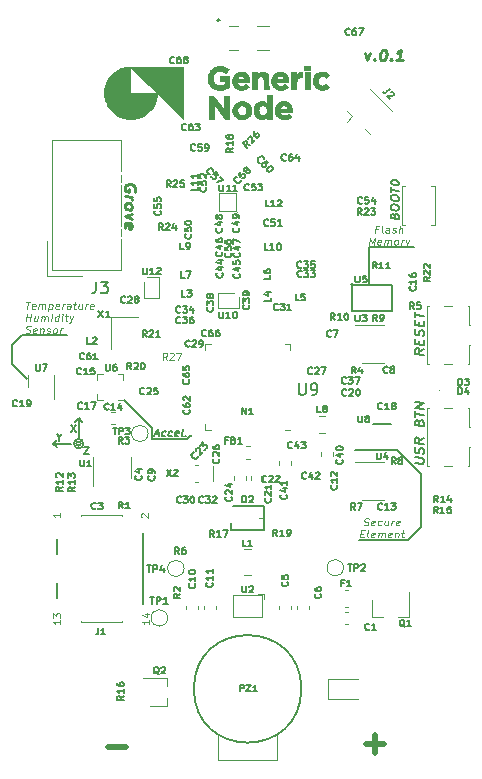
<source format=gto>
G04 #@! TF.GenerationSoftware,KiCad,Pcbnew,(5.1.6)-1*
G04 #@! TF.CreationDate,2020-06-24T13:46:23+02:00*
G04 #@! TF.ProjectId,ST-Node-V0.1,53542d4e-6f64-4652-9d56-302e312e6b69,rev?*
G04 #@! TF.SameCoordinates,Original*
G04 #@! TF.FileFunction,Legend,Top*
G04 #@! TF.FilePolarity,Positive*
%FSLAX46Y46*%
G04 Gerber Fmt 4.6, Leading zero omitted, Abs format (unit mm)*
G04 Created by KiCad (PCBNEW (5.1.6)-1) date 2020-06-24 13:46:23*
%MOMM*%
%LPD*%
G01*
G04 APERTURE LIST*
%ADD10C,0.150000*%
%ADD11C,0.225000*%
%ADD12C,0.137500*%
%ADD13C,0.125000*%
%ADD14C,0.500000*%
%ADD15C,0.010000*%
%ADD16C,0.120000*%
%ADD17C,0.100000*%
%ADD18C,0.200000*%
G04 APERTURE END LIST*
D10*
X149987000Y-90398600D02*
X149987000Y-87223600D01*
D11*
X130142400Y-82520319D02*
X130185257Y-82430438D01*
X130185257Y-82287581D01*
X130142400Y-82139367D01*
X130056685Y-82033415D01*
X129970971Y-81975081D01*
X129799542Y-81906034D01*
X129670971Y-81889962D01*
X129499542Y-81916153D01*
X129413828Y-81953058D01*
X129328114Y-82037581D01*
X129285257Y-82175081D01*
X129285257Y-82270319D01*
X129328114Y-82418534D01*
X129370971Y-82471510D01*
X129670971Y-82509010D01*
X129670971Y-82318534D01*
X129285257Y-82889367D02*
X129885257Y-82964367D01*
X129713828Y-82942938D02*
X129799542Y-83001272D01*
X129842400Y-83054248D01*
X129885257Y-83154843D01*
X129885257Y-83250081D01*
X129285257Y-83651272D02*
X129328114Y-83561391D01*
X129370971Y-83519129D01*
X129456685Y-83482224D01*
X129713828Y-83514367D01*
X129799542Y-83572700D01*
X129842400Y-83625677D01*
X129885257Y-83726272D01*
X129885257Y-83869129D01*
X129842400Y-83959010D01*
X129799542Y-84001272D01*
X129713828Y-84038177D01*
X129456685Y-84006034D01*
X129370971Y-83947700D01*
X129328114Y-83894724D01*
X129285257Y-83794129D01*
X129285257Y-83651272D01*
X129885257Y-84392938D02*
X129285257Y-84556034D01*
X129885257Y-84869129D01*
X129328114Y-85561391D02*
X129285257Y-85460796D01*
X129285257Y-85270319D01*
X129328114Y-85180438D01*
X129413828Y-85143534D01*
X129756685Y-85186391D01*
X129842400Y-85244724D01*
X129885257Y-85345319D01*
X129885257Y-85535796D01*
X129842400Y-85625677D01*
X129756685Y-85662581D01*
X129670971Y-85651867D01*
X129585257Y-85164962D01*
D12*
X131882101Y-103050000D02*
X132191625Y-103050000D01*
X131798768Y-103221428D02*
X132090435Y-102621428D01*
X132232101Y-103221428D01*
X132730911Y-103192857D02*
X132665435Y-103221428D01*
X132541625Y-103221428D01*
X132483292Y-103192857D01*
X132455911Y-103164285D01*
X132432101Y-103107142D01*
X132453530Y-102935714D01*
X132491625Y-102878571D01*
X132526149Y-102850000D01*
X132591625Y-102821428D01*
X132715435Y-102821428D01*
X132773768Y-102850000D01*
X133288054Y-103192857D02*
X133222578Y-103221428D01*
X133098768Y-103221428D01*
X133040435Y-103192857D01*
X133013054Y-103164285D01*
X132989244Y-103107142D01*
X133010673Y-102935714D01*
X133048768Y-102878571D01*
X133083292Y-102850000D01*
X133148768Y-102821428D01*
X133272578Y-102821428D01*
X133330911Y-102850000D01*
X133814244Y-103192857D02*
X133748768Y-103221428D01*
X133624959Y-103221428D01*
X133566625Y-103192857D01*
X133542816Y-103135714D01*
X133571387Y-102907142D01*
X133609482Y-102850000D01*
X133674959Y-102821428D01*
X133798768Y-102821428D01*
X133857101Y-102850000D01*
X133880911Y-102907142D01*
X133873768Y-102964285D01*
X133557101Y-103021428D01*
X134213054Y-103221428D02*
X134154720Y-103192857D01*
X134130911Y-103135714D01*
X134195197Y-102621428D01*
X134467816Y-103164285D02*
X134495197Y-103192857D01*
X134460673Y-103221428D01*
X134433292Y-103192857D01*
X134467816Y-103164285D01*
X134460673Y-103221428D01*
D10*
X134920000Y-103120000D02*
X134920000Y-103170000D01*
X134560000Y-103480000D02*
X134920000Y-103120000D01*
X131570000Y-103480000D02*
X134560000Y-103480000D01*
X131570000Y-102500000D02*
X131570000Y-103480000D01*
X129200000Y-100130000D02*
X131570000Y-102500000D01*
X123240000Y-103850000D02*
X123540000Y-104150000D01*
X124790000Y-103850000D02*
X123240000Y-103850000D01*
X123240000Y-103850000D02*
X123540000Y-103550000D01*
X125390000Y-101700000D02*
X125690000Y-102000000D01*
X125390000Y-101700000D02*
X125090000Y-102000000D01*
X125390000Y-103250000D02*
X125390000Y-101700000D01*
X125793113Y-103850000D02*
G75*
G03*
X125793113Y-103850000I-403113J0D01*
G01*
X125570278Y-103850000D02*
G75*
G03*
X125570278Y-103850000I-180278J0D01*
G01*
X125860000Y-104151428D02*
X126260000Y-104151428D01*
X125860000Y-104751428D01*
X126260000Y-104751428D01*
X123750000Y-103325714D02*
X123750000Y-103611428D01*
X123550000Y-103011428D02*
X123750000Y-103325714D01*
X123950000Y-103011428D01*
X124770000Y-102271428D02*
X125170000Y-102871428D01*
X125170000Y-102271428D02*
X124770000Y-102871428D01*
D11*
X149631534Y-70800142D02*
X149794629Y-71400142D01*
X150107724Y-70800142D01*
X150424391Y-71314428D02*
X150466653Y-71357285D01*
X150413677Y-71400142D01*
X150371415Y-71357285D01*
X150424391Y-71314428D01*
X150413677Y-71400142D01*
X151192843Y-70500142D02*
X151288081Y-70500142D01*
X151377962Y-70543000D01*
X151420224Y-70585857D01*
X151457129Y-70671571D01*
X151483319Y-70843000D01*
X151456534Y-71057285D01*
X151387486Y-71228714D01*
X151329153Y-71314428D01*
X151276177Y-71357285D01*
X151175581Y-71400142D01*
X151080343Y-71400142D01*
X150990462Y-71357285D01*
X150948200Y-71314428D01*
X150911296Y-71228714D01*
X150885105Y-71057285D01*
X150911891Y-70843000D01*
X150980938Y-70671571D01*
X151039272Y-70585857D01*
X151092248Y-70543000D01*
X151192843Y-70500142D01*
X151852962Y-71314428D02*
X151895224Y-71357285D01*
X151842248Y-71400142D01*
X151799986Y-71357285D01*
X151852962Y-71314428D01*
X151842248Y-71400142D01*
X152842248Y-71400142D02*
X152270819Y-71400142D01*
X152556534Y-71400142D02*
X152669034Y-70500142D01*
X152557724Y-70628714D01*
X152451772Y-70714428D01*
X152351177Y-70757285D01*
D10*
X152155451Y-84571456D02*
X152186403Y-84468182D01*
X152217356Y-84436337D01*
X152279260Y-84408361D01*
X152372118Y-84419968D01*
X152434022Y-84463420D01*
X152464975Y-84503004D01*
X152495927Y-84578301D01*
X152495927Y-84864015D01*
X151845927Y-84782765D01*
X151845927Y-84532765D01*
X151876880Y-84465206D01*
X151907832Y-84433361D01*
X151969737Y-84405385D01*
X152031641Y-84413123D01*
X152093546Y-84456575D01*
X152124499Y-84496158D01*
X152155451Y-84571456D01*
X152155451Y-84821456D01*
X151845927Y-83889908D02*
X151845927Y-83747051D01*
X151876880Y-83679492D01*
X151938784Y-83615801D01*
X152062594Y-83595563D01*
X152279260Y-83622646D01*
X152403070Y-83673837D01*
X152464975Y-83753004D01*
X152495927Y-83828301D01*
X152495927Y-83971158D01*
X152464975Y-84038718D01*
X152403070Y-84102408D01*
X152279260Y-84122646D01*
X152062594Y-84095563D01*
X151938784Y-84044373D01*
X151876880Y-83965206D01*
X151845927Y-83889908D01*
X151845927Y-83104194D02*
X151845927Y-82961337D01*
X151876880Y-82893777D01*
X151938784Y-82830087D01*
X152062594Y-82809849D01*
X152279260Y-82836932D01*
X152403070Y-82888123D01*
X152464975Y-82967289D01*
X152495927Y-83042587D01*
X152495927Y-83185444D01*
X152464975Y-83253004D01*
X152403070Y-83316694D01*
X152279260Y-83336932D01*
X152062594Y-83309849D01*
X151938784Y-83258658D01*
X151876880Y-83179492D01*
X151845927Y-83104194D01*
X151845927Y-82568480D02*
X151845927Y-82139908D01*
X152495927Y-82435444D02*
X151845927Y-82354194D01*
X151845927Y-81747051D02*
X151845927Y-81675623D01*
X151876880Y-81608063D01*
X151907832Y-81576218D01*
X151969737Y-81548242D01*
X152093546Y-81528004D01*
X152248308Y-81547349D01*
X152372118Y-81598539D01*
X152434022Y-81641992D01*
X152464975Y-81681575D01*
X152495927Y-81756873D01*
X152495927Y-81828301D01*
X152464975Y-81895861D01*
X152434022Y-81927706D01*
X152372118Y-81955682D01*
X152248308Y-81975920D01*
X152093546Y-81956575D01*
X151969737Y-81905385D01*
X151907832Y-81861932D01*
X151876880Y-81822349D01*
X151845927Y-81747051D01*
X153856185Y-105495561D02*
X154463328Y-105571454D01*
X154534757Y-105539907D01*
X154570471Y-105503895D01*
X154606185Y-105427407D01*
X154606185Y-105265502D01*
X154570471Y-105180085D01*
X154534757Y-105135145D01*
X154463328Y-105085740D01*
X153856185Y-105009847D01*
X154570471Y-104734847D02*
X154606185Y-104617883D01*
X154606185Y-104415502D01*
X154570471Y-104330085D01*
X154534757Y-104285145D01*
X154463328Y-104235740D01*
X154391900Y-104226811D01*
X154320471Y-104258359D01*
X154284757Y-104294371D01*
X154249042Y-104370859D01*
X154213328Y-104528300D01*
X154177614Y-104604788D01*
X154141900Y-104640800D01*
X154070471Y-104672347D01*
X153999042Y-104663419D01*
X153927614Y-104614014D01*
X153891900Y-104569073D01*
X153856185Y-104483657D01*
X153856185Y-104281276D01*
X153891900Y-104164311D01*
X154606185Y-103403597D02*
X154249042Y-103642288D01*
X154606185Y-103889311D02*
X153856185Y-103795561D01*
X153856185Y-103471752D01*
X153891900Y-103395264D01*
X153927614Y-103359252D01*
X153999042Y-103327704D01*
X154106185Y-103341097D01*
X154177614Y-103390502D01*
X154213328Y-103435442D01*
X154249042Y-103520859D01*
X154249042Y-103844669D01*
X154213328Y-102059252D02*
X154249042Y-101942288D01*
X154284757Y-101906276D01*
X154356185Y-101874728D01*
X154463328Y-101888121D01*
X154534757Y-101937526D01*
X154570471Y-101982466D01*
X154606185Y-102067883D01*
X154606185Y-102391692D01*
X153856185Y-102297942D01*
X153856185Y-102014609D01*
X153891900Y-101938121D01*
X153927614Y-101902109D01*
X153999042Y-101870561D01*
X154070471Y-101879490D01*
X154141900Y-101928895D01*
X154177614Y-101973835D01*
X154213328Y-102059252D01*
X154213328Y-102342585D01*
X153856185Y-101569371D02*
X153856185Y-101083657D01*
X154606185Y-101420264D02*
X153856185Y-101326514D01*
X154606185Y-100894073D02*
X153856185Y-100800323D01*
X154606185Y-100408359D01*
X153856185Y-100314609D01*
X154606185Y-95851359D02*
X154249042Y-96090050D01*
X154606185Y-96337073D02*
X153856185Y-96243323D01*
X153856185Y-95919514D01*
X153891900Y-95843026D01*
X153927614Y-95807014D01*
X153999042Y-95775466D01*
X154106185Y-95788859D01*
X154177614Y-95838264D01*
X154213328Y-95883204D01*
X154249042Y-95968621D01*
X154249042Y-96292430D01*
X154213328Y-95437966D02*
X154213328Y-95154633D01*
X154606185Y-95082311D02*
X154606185Y-95487073D01*
X153856185Y-95393323D01*
X153856185Y-94988561D01*
X154570471Y-94754038D02*
X154606185Y-94637073D01*
X154606185Y-94434692D01*
X154570471Y-94349276D01*
X154534757Y-94304335D01*
X154463328Y-94254930D01*
X154391900Y-94246002D01*
X154320471Y-94277550D01*
X154284757Y-94313561D01*
X154249042Y-94390050D01*
X154213328Y-94547490D01*
X154177614Y-94623978D01*
X154141900Y-94659990D01*
X154070471Y-94691538D01*
X153999042Y-94682609D01*
X153927614Y-94633204D01*
X153891900Y-94588264D01*
X153856185Y-94502847D01*
X153856185Y-94300466D01*
X153891900Y-94183502D01*
X154213328Y-93859395D02*
X154213328Y-93576061D01*
X154606185Y-93503740D02*
X154606185Y-93908502D01*
X153856185Y-93814752D01*
X153856185Y-93409990D01*
X153856185Y-93167133D02*
X153856185Y-92681419D01*
X154606185Y-93018026D02*
X153856185Y-92924276D01*
X149989595Y-87212706D02*
X153774195Y-87212706D01*
D13*
X150736679Y-85677642D02*
X150520012Y-85677642D01*
X150480727Y-85991928D02*
X150555727Y-85391928D01*
X150865250Y-85391928D01*
X151130727Y-85991928D02*
X151072393Y-85963357D01*
X151048584Y-85906214D01*
X151112869Y-85391928D01*
X151656917Y-85991928D02*
X151696203Y-85677642D01*
X151672393Y-85620500D01*
X151614060Y-85591928D01*
X151490250Y-85591928D01*
X151424774Y-85620500D01*
X151660488Y-85963357D02*
X151595012Y-85991928D01*
X151440250Y-85991928D01*
X151381917Y-85963357D01*
X151358108Y-85906214D01*
X151365250Y-85849071D01*
X151403346Y-85791928D01*
X151468822Y-85763357D01*
X151623584Y-85763357D01*
X151689060Y-85734785D01*
X151939060Y-85963357D02*
X151997393Y-85991928D01*
X152121203Y-85991928D01*
X152186679Y-85963357D01*
X152224774Y-85906214D01*
X152228346Y-85877642D01*
X152204536Y-85820500D01*
X152146203Y-85791928D01*
X152053346Y-85791928D01*
X151995012Y-85763357D01*
X151971203Y-85706214D01*
X151974774Y-85677642D01*
X152012869Y-85620500D01*
X152078346Y-85591928D01*
X152171203Y-85591928D01*
X152229536Y-85620500D01*
X152492631Y-85991928D02*
X152567631Y-85391928D01*
X152771203Y-85991928D02*
X152810488Y-85677642D01*
X152786679Y-85620500D01*
X152728346Y-85591928D01*
X152635488Y-85591928D01*
X152570012Y-85620500D01*
X152535488Y-85649071D01*
X149954536Y-87016928D02*
X150029536Y-86416928D01*
X150192631Y-86845500D01*
X150462869Y-86416928D01*
X150387869Y-87016928D01*
X150948584Y-86988357D02*
X150883108Y-87016928D01*
X150759298Y-87016928D01*
X150700965Y-86988357D01*
X150677155Y-86931214D01*
X150705727Y-86702642D01*
X150743822Y-86645500D01*
X150809298Y-86616928D01*
X150933108Y-86616928D01*
X150991441Y-86645500D01*
X151015250Y-86702642D01*
X151008108Y-86759785D01*
X150691441Y-86816928D01*
X151254536Y-87016928D02*
X151304536Y-86616928D01*
X151297393Y-86674071D02*
X151331917Y-86645500D01*
X151397393Y-86616928D01*
X151490250Y-86616928D01*
X151548584Y-86645500D01*
X151572393Y-86702642D01*
X151533108Y-87016928D01*
X151572393Y-86702642D02*
X151610488Y-86645500D01*
X151675965Y-86616928D01*
X151768822Y-86616928D01*
X151827155Y-86645500D01*
X151850965Y-86702642D01*
X151811679Y-87016928D01*
X152214060Y-87016928D02*
X152155727Y-86988357D01*
X152128346Y-86959785D01*
X152104536Y-86902642D01*
X152125965Y-86731214D01*
X152164060Y-86674071D01*
X152198584Y-86645500D01*
X152264060Y-86616928D01*
X152356917Y-86616928D01*
X152415250Y-86645500D01*
X152442631Y-86674071D01*
X152466441Y-86731214D01*
X152445012Y-86902642D01*
X152406917Y-86959785D01*
X152372393Y-86988357D01*
X152306917Y-87016928D01*
X152214060Y-87016928D01*
X152709298Y-87016928D02*
X152759298Y-86616928D01*
X152745012Y-86731214D02*
X152783108Y-86674071D01*
X152817631Y-86645500D01*
X152883108Y-86616928D01*
X152945012Y-86616928D01*
X153099774Y-86616928D02*
X153204536Y-87016928D01*
X153409298Y-86616928D02*
X153204536Y-87016928D01*
X153124774Y-87159785D01*
X153090250Y-87188357D01*
X153024774Y-87216928D01*
D10*
X151820500Y-104401400D02*
X152374600Y-104401400D01*
X154371040Y-106395520D02*
X152374600Y-104401400D01*
X154364269Y-110921800D02*
X154364269Y-106377740D01*
X153281395Y-112001300D02*
X154363420Y-110931960D01*
X149093024Y-112005318D02*
X153284024Y-112005318D01*
D13*
X149518509Y-110733437D02*
X149607795Y-110762008D01*
X149762557Y-110762008D01*
X149828033Y-110733437D01*
X149862557Y-110704865D01*
X149900652Y-110647722D01*
X149907795Y-110590580D01*
X149883986Y-110533437D01*
X149856605Y-110504865D01*
X149798271Y-110476294D01*
X149678033Y-110447722D01*
X149619700Y-110419151D01*
X149592319Y-110390580D01*
X149568509Y-110333437D01*
X149575652Y-110276294D01*
X149613748Y-110219151D01*
X149648271Y-110190580D01*
X149713748Y-110162008D01*
X149868509Y-110162008D01*
X149957795Y-110190580D01*
X150416128Y-110733437D02*
X150350652Y-110762008D01*
X150226843Y-110762008D01*
X150168509Y-110733437D01*
X150144700Y-110676294D01*
X150173271Y-110447722D01*
X150211367Y-110390580D01*
X150276843Y-110362008D01*
X150400652Y-110362008D01*
X150458986Y-110390580D01*
X150482795Y-110447722D01*
X150475652Y-110504865D01*
X150158986Y-110562008D01*
X151004224Y-110733437D02*
X150938748Y-110762008D01*
X150814938Y-110762008D01*
X150756605Y-110733437D01*
X150729224Y-110704865D01*
X150705414Y-110647722D01*
X150726843Y-110476294D01*
X150764938Y-110419151D01*
X150799462Y-110390580D01*
X150864938Y-110362008D01*
X150988748Y-110362008D01*
X151047081Y-110390580D01*
X151607795Y-110362008D02*
X151557795Y-110762008D01*
X151329224Y-110362008D02*
X151289938Y-110676294D01*
X151313748Y-110733437D01*
X151372081Y-110762008D01*
X151464938Y-110762008D01*
X151530414Y-110733437D01*
X151564938Y-110704865D01*
X151867319Y-110762008D02*
X151917319Y-110362008D01*
X151903033Y-110476294D02*
X151941128Y-110419151D01*
X151975652Y-110390580D01*
X152041128Y-110362008D01*
X152103033Y-110362008D01*
X152520890Y-110733437D02*
X152455414Y-110762008D01*
X152331605Y-110762008D01*
X152273271Y-110733437D01*
X152249462Y-110676294D01*
X152278033Y-110447722D01*
X152316128Y-110390580D01*
X152381605Y-110362008D01*
X152505414Y-110362008D01*
X152563748Y-110390580D01*
X152587557Y-110447722D01*
X152580414Y-110504865D01*
X152263748Y-110562008D01*
X149291128Y-111472722D02*
X149507795Y-111472722D01*
X149561367Y-111787008D02*
X149251843Y-111787008D01*
X149326843Y-111187008D01*
X149636367Y-111187008D01*
X149932795Y-111787008D02*
X149874462Y-111758437D01*
X149850652Y-111701294D01*
X149914938Y-111187008D01*
X150431605Y-111758437D02*
X150366128Y-111787008D01*
X150242319Y-111787008D01*
X150183986Y-111758437D01*
X150160176Y-111701294D01*
X150188748Y-111472722D01*
X150226843Y-111415580D01*
X150292319Y-111387008D01*
X150416128Y-111387008D01*
X150474462Y-111415580D01*
X150498271Y-111472722D01*
X150491128Y-111529865D01*
X150174462Y-111587008D01*
X150737557Y-111787008D02*
X150787557Y-111387008D01*
X150780414Y-111444151D02*
X150814938Y-111415580D01*
X150880414Y-111387008D01*
X150973271Y-111387008D01*
X151031605Y-111415580D01*
X151055414Y-111472722D01*
X151016128Y-111787008D01*
X151055414Y-111472722D02*
X151093509Y-111415580D01*
X151158986Y-111387008D01*
X151251843Y-111387008D01*
X151310176Y-111415580D01*
X151333986Y-111472722D01*
X151294700Y-111787008D01*
X151855414Y-111758437D02*
X151789938Y-111787008D01*
X151666128Y-111787008D01*
X151607795Y-111758437D01*
X151583986Y-111701294D01*
X151612557Y-111472722D01*
X151650652Y-111415580D01*
X151716128Y-111387008D01*
X151839938Y-111387008D01*
X151898271Y-111415580D01*
X151922081Y-111472722D01*
X151914938Y-111529865D01*
X151598271Y-111587008D01*
X152211367Y-111387008D02*
X152161367Y-111787008D01*
X152204224Y-111444151D02*
X152238748Y-111415580D01*
X152304224Y-111387008D01*
X152397081Y-111387008D01*
X152455414Y-111415580D01*
X152479224Y-111472722D01*
X152439938Y-111787008D01*
X152706605Y-111387008D02*
X152954224Y-111387008D01*
X152824462Y-111187008D02*
X152760176Y-111701294D01*
X152783986Y-111758437D01*
X152842319Y-111787008D01*
X152904224Y-111787008D01*
D10*
X119786400Y-97078800D02*
X121056400Y-98348800D01*
D13*
X120922526Y-91839028D02*
X121293954Y-91839028D01*
X121033240Y-92439028D02*
X121108240Y-91839028D01*
X121686811Y-92410457D02*
X121621335Y-92439028D01*
X121497526Y-92439028D01*
X121439192Y-92410457D01*
X121415383Y-92353314D01*
X121443954Y-92124742D01*
X121482050Y-92067600D01*
X121547526Y-92039028D01*
X121671335Y-92039028D01*
X121729669Y-92067600D01*
X121753478Y-92124742D01*
X121746335Y-92181885D01*
X121429669Y-92239028D01*
X121992764Y-92439028D02*
X122042764Y-92039028D01*
X122035621Y-92096171D02*
X122070145Y-92067600D01*
X122135621Y-92039028D01*
X122228478Y-92039028D01*
X122286811Y-92067600D01*
X122310621Y-92124742D01*
X122271335Y-92439028D01*
X122310621Y-92124742D02*
X122348716Y-92067600D01*
X122414192Y-92039028D01*
X122507050Y-92039028D01*
X122565383Y-92067600D01*
X122589192Y-92124742D01*
X122549907Y-92439028D01*
X122909430Y-92039028D02*
X122834430Y-92639028D01*
X122905859Y-92067600D02*
X122971335Y-92039028D01*
X123095145Y-92039028D01*
X123153478Y-92067600D01*
X123180859Y-92096171D01*
X123204669Y-92153314D01*
X123183240Y-92324742D01*
X123145145Y-92381885D01*
X123110621Y-92410457D01*
X123045145Y-92439028D01*
X122921335Y-92439028D01*
X122863002Y-92410457D01*
X123698716Y-92410457D02*
X123633240Y-92439028D01*
X123509430Y-92439028D01*
X123451097Y-92410457D01*
X123427288Y-92353314D01*
X123455859Y-92124742D01*
X123493954Y-92067600D01*
X123559430Y-92039028D01*
X123683240Y-92039028D01*
X123741573Y-92067600D01*
X123765383Y-92124742D01*
X123758240Y-92181885D01*
X123441573Y-92239028D01*
X124004669Y-92439028D02*
X124054669Y-92039028D01*
X124040383Y-92153314D02*
X124078478Y-92096171D01*
X124113002Y-92067600D01*
X124178478Y-92039028D01*
X124240383Y-92039028D01*
X124685621Y-92439028D02*
X124724907Y-92124742D01*
X124701097Y-92067600D01*
X124642764Y-92039028D01*
X124518954Y-92039028D01*
X124453478Y-92067600D01*
X124689192Y-92410457D02*
X124623716Y-92439028D01*
X124468954Y-92439028D01*
X124410621Y-92410457D01*
X124386811Y-92353314D01*
X124393954Y-92296171D01*
X124432050Y-92239028D01*
X124497526Y-92210457D01*
X124652288Y-92210457D01*
X124717764Y-92181885D01*
X124952288Y-92039028D02*
X125199907Y-92039028D01*
X125070145Y-91839028D02*
X125005859Y-92353314D01*
X125029669Y-92410457D01*
X125088002Y-92439028D01*
X125149907Y-92439028D01*
X125695145Y-92039028D02*
X125645145Y-92439028D01*
X125416573Y-92039028D02*
X125377288Y-92353314D01*
X125401097Y-92410457D01*
X125459430Y-92439028D01*
X125552288Y-92439028D01*
X125617764Y-92410457D01*
X125652288Y-92381885D01*
X125954669Y-92439028D02*
X126004669Y-92039028D01*
X125990383Y-92153314D02*
X126028478Y-92096171D01*
X126063002Y-92067600D01*
X126128478Y-92039028D01*
X126190383Y-92039028D01*
X126608240Y-92410457D02*
X126542764Y-92439028D01*
X126418954Y-92439028D01*
X126360621Y-92410457D01*
X126336811Y-92353314D01*
X126365383Y-92124742D01*
X126403478Y-92067600D01*
X126468954Y-92039028D01*
X126592764Y-92039028D01*
X126651097Y-92067600D01*
X126674907Y-92124742D01*
X126667764Y-92181885D01*
X126351097Y-92239028D01*
X120940383Y-93464028D02*
X121015383Y-92864028D01*
X120979669Y-93149742D02*
X121351097Y-93149742D01*
X121311811Y-93464028D02*
X121386811Y-92864028D01*
X121949907Y-93064028D02*
X121899907Y-93464028D01*
X121671335Y-93064028D02*
X121632050Y-93378314D01*
X121655859Y-93435457D01*
X121714192Y-93464028D01*
X121807050Y-93464028D01*
X121872526Y-93435457D01*
X121907050Y-93406885D01*
X122209430Y-93464028D02*
X122259430Y-93064028D01*
X122252288Y-93121171D02*
X122286811Y-93092600D01*
X122352288Y-93064028D01*
X122445145Y-93064028D01*
X122503478Y-93092600D01*
X122527288Y-93149742D01*
X122488002Y-93464028D01*
X122527288Y-93149742D02*
X122565383Y-93092600D01*
X122630859Y-93064028D01*
X122723716Y-93064028D01*
X122782050Y-93092600D01*
X122805859Y-93149742D01*
X122766573Y-93464028D01*
X123076097Y-93464028D02*
X123126097Y-93064028D01*
X123151097Y-92864028D02*
X123116573Y-92892600D01*
X123143954Y-92921171D01*
X123178478Y-92892600D01*
X123151097Y-92864028D01*
X123143954Y-92921171D01*
X123664192Y-93464028D02*
X123739192Y-92864028D01*
X123667764Y-93435457D02*
X123602288Y-93464028D01*
X123478478Y-93464028D01*
X123420145Y-93435457D01*
X123392764Y-93406885D01*
X123368954Y-93349742D01*
X123390383Y-93178314D01*
X123428478Y-93121171D01*
X123463002Y-93092600D01*
X123528478Y-93064028D01*
X123652288Y-93064028D01*
X123710621Y-93092600D01*
X123973716Y-93464028D02*
X124023716Y-93064028D01*
X124048716Y-92864028D02*
X124014192Y-92892600D01*
X124041573Y-92921171D01*
X124076097Y-92892600D01*
X124048716Y-92864028D01*
X124041573Y-92921171D01*
X124240383Y-93064028D02*
X124488002Y-93064028D01*
X124358240Y-92864028D02*
X124293954Y-93378314D01*
X124317764Y-93435457D01*
X124376097Y-93464028D01*
X124438002Y-93464028D01*
X124642764Y-93064028D02*
X124747526Y-93464028D01*
X124952288Y-93064028D02*
X124747526Y-93464028D01*
X124667764Y-93606885D01*
X124633240Y-93635457D01*
X124567764Y-93664028D01*
X120913002Y-94460457D02*
X121002288Y-94489028D01*
X121157050Y-94489028D01*
X121222526Y-94460457D01*
X121257050Y-94431885D01*
X121295145Y-94374742D01*
X121302288Y-94317600D01*
X121278478Y-94260457D01*
X121251097Y-94231885D01*
X121192764Y-94203314D01*
X121072526Y-94174742D01*
X121014192Y-94146171D01*
X120986811Y-94117600D01*
X120963002Y-94060457D01*
X120970145Y-94003314D01*
X121008240Y-93946171D01*
X121042764Y-93917600D01*
X121108240Y-93889028D01*
X121263002Y-93889028D01*
X121352288Y-93917600D01*
X121810621Y-94460457D02*
X121745145Y-94489028D01*
X121621335Y-94489028D01*
X121563002Y-94460457D01*
X121539192Y-94403314D01*
X121567764Y-94174742D01*
X121605859Y-94117600D01*
X121671335Y-94089028D01*
X121795145Y-94089028D01*
X121853478Y-94117600D01*
X121877288Y-94174742D01*
X121870145Y-94231885D01*
X121553478Y-94289028D01*
X122166573Y-94089028D02*
X122116573Y-94489028D01*
X122159430Y-94146171D02*
X122193954Y-94117600D01*
X122259430Y-94089028D01*
X122352288Y-94089028D01*
X122410621Y-94117600D01*
X122434430Y-94174742D01*
X122395145Y-94489028D01*
X122677288Y-94460457D02*
X122735621Y-94489028D01*
X122859430Y-94489028D01*
X122924907Y-94460457D01*
X122963002Y-94403314D01*
X122966573Y-94374742D01*
X122942764Y-94317600D01*
X122884430Y-94289028D01*
X122791573Y-94289028D01*
X122733240Y-94260457D01*
X122709430Y-94203314D01*
X122713002Y-94174742D01*
X122751097Y-94117600D01*
X122816573Y-94089028D01*
X122909430Y-94089028D01*
X122967764Y-94117600D01*
X123323716Y-94489028D02*
X123265383Y-94460457D01*
X123238002Y-94431885D01*
X123214192Y-94374742D01*
X123235621Y-94203314D01*
X123273716Y-94146171D01*
X123308240Y-94117600D01*
X123373716Y-94089028D01*
X123466573Y-94089028D01*
X123524907Y-94117600D01*
X123552288Y-94146171D01*
X123576097Y-94203314D01*
X123554669Y-94374742D01*
X123516573Y-94431885D01*
X123482050Y-94460457D01*
X123416573Y-94489028D01*
X123323716Y-94489028D01*
X123818954Y-94489028D02*
X123868954Y-94089028D01*
X123854669Y-94203314D02*
X123892764Y-94146171D01*
X123927288Y-94117600D01*
X123992764Y-94089028D01*
X124054669Y-94089028D01*
D10*
X120599200Y-94665800D02*
X124409200Y-94665800D01*
X119786400Y-95478600D02*
X120599200Y-94665800D01*
X119786400Y-97078800D02*
X119786400Y-95478600D01*
D14*
X149733095Y-129301857D02*
X151256904Y-129301857D01*
X150495000Y-130063761D02*
X150495000Y-128539952D01*
X127889095Y-129555857D02*
X129412904Y-129555857D01*
D15*
G36*
X139272514Y-74852354D02*
G01*
X139324133Y-74855443D01*
X139368197Y-74860716D01*
X139378524Y-74862557D01*
X139479532Y-74888216D01*
X139573738Y-74924183D01*
X139660637Y-74969970D01*
X139739722Y-75025089D01*
X139810487Y-75089053D01*
X139872425Y-75161375D01*
X139925030Y-75241566D01*
X139967795Y-75329138D01*
X140000215Y-75423606D01*
X140012312Y-75472925D01*
X140015785Y-75497191D01*
X140018290Y-75531025D01*
X140019827Y-75571328D01*
X140020397Y-75615005D01*
X140020000Y-75658960D01*
X140018636Y-75700095D01*
X140016304Y-75735314D01*
X140013005Y-75761521D01*
X140012312Y-75765025D01*
X139990007Y-75846232D01*
X139958560Y-75927241D01*
X139919708Y-76004207D01*
X139875182Y-76073285D01*
X139870311Y-76079841D01*
X139808907Y-76151041D01*
X139738141Y-76214854D01*
X139659607Y-76270314D01*
X139574903Y-76316453D01*
X139485622Y-76352306D01*
X139393361Y-76376905D01*
X139374060Y-76380498D01*
X139325040Y-76387102D01*
X139270148Y-76391464D01*
X139214275Y-76393386D01*
X139162309Y-76392671D01*
X139129845Y-76390390D01*
X139031054Y-76374384D01*
X138936216Y-76347523D01*
X138846429Y-76310404D01*
X138762790Y-76263628D01*
X138686397Y-76207791D01*
X138618347Y-76143493D01*
X138569567Y-76084907D01*
X138515325Y-76001546D01*
X138472804Y-75913449D01*
X138442183Y-75821156D01*
X138423639Y-75725205D01*
X138417351Y-75626135D01*
X138417351Y-75625325D01*
X138419415Y-75590260D01*
X138832086Y-75590260D01*
X138833388Y-75663541D01*
X138845705Y-75733166D01*
X138868270Y-75798102D01*
X138900317Y-75857318D01*
X138941084Y-75909783D01*
X138989803Y-75954464D01*
X139045710Y-75990329D01*
X139108039Y-76016348D01*
X139157075Y-76028515D01*
X139188302Y-76031703D01*
X139226896Y-76032055D01*
X139267912Y-76029843D01*
X139306403Y-76025337D01*
X139337421Y-76018808D01*
X139338050Y-76018624D01*
X139397172Y-75995148D01*
X139451655Y-75960776D01*
X139494467Y-75923272D01*
X139536741Y-75873478D01*
X139569438Y-75817141D01*
X139593536Y-75752524D01*
X139596311Y-75742599D01*
X139602954Y-75707083D01*
X139606691Y-75663612D01*
X139607529Y-75616567D01*
X139605477Y-75570333D01*
X139600543Y-75529292D01*
X139595896Y-75507850D01*
X139571745Y-75441632D01*
X139538195Y-75382589D01*
X139496455Y-75331279D01*
X139447732Y-75288263D01*
X139393236Y-75254098D01*
X139334176Y-75229345D01*
X139271759Y-75214563D01*
X139207196Y-75210310D01*
X139141694Y-75217146D01*
X139076462Y-75235630D01*
X139040893Y-75251084D01*
X138984857Y-75285555D01*
X138936520Y-75329553D01*
X138896513Y-75382053D01*
X138865467Y-75442032D01*
X138844011Y-75508466D01*
X138832777Y-75580330D01*
X138832086Y-75590260D01*
X138419415Y-75590260D01*
X138423245Y-75525194D01*
X138440912Y-75429813D01*
X138470324Y-75339250D01*
X138511454Y-75253571D01*
X138564276Y-75172842D01*
X138628762Y-75097129D01*
X138629771Y-75096081D01*
X138703641Y-75028497D01*
X138785072Y-74970789D01*
X138872965Y-74923544D01*
X138966220Y-74887349D01*
X139063737Y-74862792D01*
X139068175Y-74861976D01*
X139111171Y-74856259D01*
X139162149Y-74852755D01*
X139217224Y-74851455D01*
X139272514Y-74852354D01*
G37*
X139272514Y-74852354D02*
X139324133Y-74855443D01*
X139368197Y-74860716D01*
X139378524Y-74862557D01*
X139479532Y-74888216D01*
X139573738Y-74924183D01*
X139660637Y-74969970D01*
X139739722Y-75025089D01*
X139810487Y-75089053D01*
X139872425Y-75161375D01*
X139925030Y-75241566D01*
X139967795Y-75329138D01*
X140000215Y-75423606D01*
X140012312Y-75472925D01*
X140015785Y-75497191D01*
X140018290Y-75531025D01*
X140019827Y-75571328D01*
X140020397Y-75615005D01*
X140020000Y-75658960D01*
X140018636Y-75700095D01*
X140016304Y-75735314D01*
X140013005Y-75761521D01*
X140012312Y-75765025D01*
X139990007Y-75846232D01*
X139958560Y-75927241D01*
X139919708Y-76004207D01*
X139875182Y-76073285D01*
X139870311Y-76079841D01*
X139808907Y-76151041D01*
X139738141Y-76214854D01*
X139659607Y-76270314D01*
X139574903Y-76316453D01*
X139485622Y-76352306D01*
X139393361Y-76376905D01*
X139374060Y-76380498D01*
X139325040Y-76387102D01*
X139270148Y-76391464D01*
X139214275Y-76393386D01*
X139162309Y-76392671D01*
X139129845Y-76390390D01*
X139031054Y-76374384D01*
X138936216Y-76347523D01*
X138846429Y-76310404D01*
X138762790Y-76263628D01*
X138686397Y-76207791D01*
X138618347Y-76143493D01*
X138569567Y-76084907D01*
X138515325Y-76001546D01*
X138472804Y-75913449D01*
X138442183Y-75821156D01*
X138423639Y-75725205D01*
X138417351Y-75626135D01*
X138417351Y-75625325D01*
X138419415Y-75590260D01*
X138832086Y-75590260D01*
X138833388Y-75663541D01*
X138845705Y-75733166D01*
X138868270Y-75798102D01*
X138900317Y-75857318D01*
X138941084Y-75909783D01*
X138989803Y-75954464D01*
X139045710Y-75990329D01*
X139108039Y-76016348D01*
X139157075Y-76028515D01*
X139188302Y-76031703D01*
X139226896Y-76032055D01*
X139267912Y-76029843D01*
X139306403Y-76025337D01*
X139337421Y-76018808D01*
X139338050Y-76018624D01*
X139397172Y-75995148D01*
X139451655Y-75960776D01*
X139494467Y-75923272D01*
X139536741Y-75873478D01*
X139569438Y-75817141D01*
X139593536Y-75752524D01*
X139596311Y-75742599D01*
X139602954Y-75707083D01*
X139606691Y-75663612D01*
X139607529Y-75616567D01*
X139605477Y-75570333D01*
X139600543Y-75529292D01*
X139595896Y-75507850D01*
X139571745Y-75441632D01*
X139538195Y-75382589D01*
X139496455Y-75331279D01*
X139447732Y-75288263D01*
X139393236Y-75254098D01*
X139334176Y-75229345D01*
X139271759Y-75214563D01*
X139207196Y-75210310D01*
X139141694Y-75217146D01*
X139076462Y-75235630D01*
X139040893Y-75251084D01*
X138984857Y-75285555D01*
X138936520Y-75329553D01*
X138896513Y-75382053D01*
X138865467Y-75442032D01*
X138844011Y-75508466D01*
X138832777Y-75580330D01*
X138832086Y-75590260D01*
X138419415Y-75590260D01*
X138423245Y-75525194D01*
X138440912Y-75429813D01*
X138470324Y-75339250D01*
X138511454Y-75253571D01*
X138564276Y-75172842D01*
X138628762Y-75097129D01*
X138629771Y-75096081D01*
X138703641Y-75028497D01*
X138785072Y-74970789D01*
X138872965Y-74923544D01*
X138966220Y-74887349D01*
X139063737Y-74862792D01*
X139068175Y-74861976D01*
X139111171Y-74856259D01*
X139162149Y-74852755D01*
X139217224Y-74851455D01*
X139272514Y-74852354D01*
G36*
X142818737Y-74852824D02*
G01*
X142885084Y-74861408D01*
X142942778Y-74873139D01*
X142995690Y-74889058D01*
X143047691Y-74910210D01*
X143068675Y-74920158D01*
X143148307Y-74966047D01*
X143219394Y-75021195D01*
X143281778Y-75085320D01*
X143335300Y-75158144D01*
X143379800Y-75239387D01*
X143415122Y-75328770D01*
X143441105Y-75426013D01*
X143457592Y-75530836D01*
X143463706Y-75616300D01*
X143464712Y-75652450D01*
X143465032Y-75685900D01*
X143464683Y-75713771D01*
X143463683Y-75733181D01*
X143462997Y-75738537D01*
X143458624Y-75761850D01*
X142944937Y-75761850D01*
X142865308Y-75761911D01*
X142789381Y-75762089D01*
X142718107Y-75762375D01*
X142652441Y-75762759D01*
X142593334Y-75763232D01*
X142541740Y-75763783D01*
X142498612Y-75764405D01*
X142464903Y-75765087D01*
X142441565Y-75765820D01*
X142429552Y-75766594D01*
X142428098Y-75766948D01*
X142427997Y-75776640D01*
X142432519Y-75794813D01*
X142440552Y-75818615D01*
X142450988Y-75845195D01*
X142462716Y-75871700D01*
X142474627Y-75895279D01*
X142484182Y-75911060D01*
X142524958Y-75959383D01*
X142573950Y-75998553D01*
X142630195Y-76028197D01*
X142692730Y-76047939D01*
X142760593Y-76057404D01*
X142832820Y-76056217D01*
X142851667Y-76054184D01*
X142920592Y-76040991D01*
X142983706Y-76018908D01*
X143044153Y-75986638D01*
X143087118Y-75956873D01*
X143108500Y-75940737D01*
X143127016Y-75926775D01*
X143139536Y-75917346D01*
X143141779Y-75915661D01*
X143146136Y-75913964D01*
X143152359Y-75915173D01*
X143161621Y-75920154D01*
X143175093Y-75929776D01*
X143193948Y-75944904D01*
X143219356Y-75966407D01*
X143252490Y-75995151D01*
X143270497Y-76010911D01*
X143303013Y-76039595D01*
X143332134Y-76065623D01*
X143356557Y-76087802D01*
X143374981Y-76104942D01*
X143386104Y-76115851D01*
X143388873Y-76119240D01*
X143384852Y-76125490D01*
X143373590Y-76138611D01*
X143356901Y-76156570D01*
X143340137Y-76173789D01*
X143267792Y-76238029D01*
X143189133Y-76291594D01*
X143104969Y-76334059D01*
X143016109Y-76364999D01*
X142945984Y-76380536D01*
X142897933Y-76386932D01*
X142843827Y-76391294D01*
X142788319Y-76393438D01*
X142736063Y-76393182D01*
X142693083Y-76390487D01*
X142593289Y-76374204D01*
X142499269Y-76347089D01*
X142411620Y-76309688D01*
X142330938Y-76262545D01*
X142257817Y-76206204D01*
X142192853Y-76141210D01*
X142136642Y-76068108D01*
X142089778Y-75987441D01*
X142052859Y-75899753D01*
X142026478Y-75805591D01*
X142020615Y-75775635D01*
X142015379Y-75734626D01*
X142012174Y-75685081D01*
X142010996Y-75630998D01*
X142011839Y-75576376D01*
X142014700Y-75525215D01*
X142017343Y-75501500D01*
X142418926Y-75501500D01*
X143058832Y-75501500D01*
X143054951Y-75480862D01*
X143045288Y-75441280D01*
X143031381Y-75399483D01*
X143015042Y-75360288D01*
X142998088Y-75328509D01*
X142996724Y-75326377D01*
X142956951Y-75275746D01*
X142910903Y-75236016D01*
X142859230Y-75207479D01*
X142802582Y-75190428D01*
X142741607Y-75185157D01*
X142692437Y-75189259D01*
X142633122Y-75204203D01*
X142580474Y-75229887D01*
X142534395Y-75266387D01*
X142494786Y-75313780D01*
X142464997Y-75364975D01*
X142451435Y-75394838D01*
X142439192Y-75425846D01*
X142430220Y-75452902D01*
X142427907Y-75461812D01*
X142418926Y-75501500D01*
X142017343Y-75501500D01*
X142019572Y-75481513D01*
X142020975Y-75472952D01*
X142042460Y-75383294D01*
X142074384Y-75295888D01*
X142115647Y-75212890D01*
X142165149Y-75136455D01*
X142221788Y-75068737D01*
X142233301Y-75057000D01*
X142304649Y-74994928D01*
X142382642Y-74943348D01*
X142466286Y-74902608D01*
X142554586Y-74873053D01*
X142646548Y-74855032D01*
X142741176Y-74848889D01*
X142818737Y-74852824D01*
G37*
X142818737Y-74852824D02*
X142885084Y-74861408D01*
X142942778Y-74873139D01*
X142995690Y-74889058D01*
X143047691Y-74910210D01*
X143068675Y-74920158D01*
X143148307Y-74966047D01*
X143219394Y-75021195D01*
X143281778Y-75085320D01*
X143335300Y-75158144D01*
X143379800Y-75239387D01*
X143415122Y-75328770D01*
X143441105Y-75426013D01*
X143457592Y-75530836D01*
X143463706Y-75616300D01*
X143464712Y-75652450D01*
X143465032Y-75685900D01*
X143464683Y-75713771D01*
X143463683Y-75733181D01*
X143462997Y-75738537D01*
X143458624Y-75761850D01*
X142944937Y-75761850D01*
X142865308Y-75761911D01*
X142789381Y-75762089D01*
X142718107Y-75762375D01*
X142652441Y-75762759D01*
X142593334Y-75763232D01*
X142541740Y-75763783D01*
X142498612Y-75764405D01*
X142464903Y-75765087D01*
X142441565Y-75765820D01*
X142429552Y-75766594D01*
X142428098Y-75766948D01*
X142427997Y-75776640D01*
X142432519Y-75794813D01*
X142440552Y-75818615D01*
X142450988Y-75845195D01*
X142462716Y-75871700D01*
X142474627Y-75895279D01*
X142484182Y-75911060D01*
X142524958Y-75959383D01*
X142573950Y-75998553D01*
X142630195Y-76028197D01*
X142692730Y-76047939D01*
X142760593Y-76057404D01*
X142832820Y-76056217D01*
X142851667Y-76054184D01*
X142920592Y-76040991D01*
X142983706Y-76018908D01*
X143044153Y-75986638D01*
X143087118Y-75956873D01*
X143108500Y-75940737D01*
X143127016Y-75926775D01*
X143139536Y-75917346D01*
X143141779Y-75915661D01*
X143146136Y-75913964D01*
X143152359Y-75915173D01*
X143161621Y-75920154D01*
X143175093Y-75929776D01*
X143193948Y-75944904D01*
X143219356Y-75966407D01*
X143252490Y-75995151D01*
X143270497Y-76010911D01*
X143303013Y-76039595D01*
X143332134Y-76065623D01*
X143356557Y-76087802D01*
X143374981Y-76104942D01*
X143386104Y-76115851D01*
X143388873Y-76119240D01*
X143384852Y-76125490D01*
X143373590Y-76138611D01*
X143356901Y-76156570D01*
X143340137Y-76173789D01*
X143267792Y-76238029D01*
X143189133Y-76291594D01*
X143104969Y-76334059D01*
X143016109Y-76364999D01*
X142945984Y-76380536D01*
X142897933Y-76386932D01*
X142843827Y-76391294D01*
X142788319Y-76393438D01*
X142736063Y-76393182D01*
X142693083Y-76390487D01*
X142593289Y-76374204D01*
X142499269Y-76347089D01*
X142411620Y-76309688D01*
X142330938Y-76262545D01*
X142257817Y-76206204D01*
X142192853Y-76141210D01*
X142136642Y-76068108D01*
X142089778Y-75987441D01*
X142052859Y-75899753D01*
X142026478Y-75805591D01*
X142020615Y-75775635D01*
X142015379Y-75734626D01*
X142012174Y-75685081D01*
X142010996Y-75630998D01*
X142011839Y-75576376D01*
X142014700Y-75525215D01*
X142017343Y-75501500D01*
X142418926Y-75501500D01*
X143058832Y-75501500D01*
X143054951Y-75480862D01*
X143045288Y-75441280D01*
X143031381Y-75399483D01*
X143015042Y-75360288D01*
X142998088Y-75328509D01*
X142996724Y-75326377D01*
X142956951Y-75275746D01*
X142910903Y-75236016D01*
X142859230Y-75207479D01*
X142802582Y-75190428D01*
X142741607Y-75185157D01*
X142692437Y-75189259D01*
X142633122Y-75204203D01*
X142580474Y-75229887D01*
X142534395Y-75266387D01*
X142494786Y-75313780D01*
X142464997Y-75364975D01*
X142451435Y-75394838D01*
X142439192Y-75425846D01*
X142430220Y-75452902D01*
X142427907Y-75461812D01*
X142418926Y-75501500D01*
X142017343Y-75501500D01*
X142019572Y-75481513D01*
X142020975Y-75472952D01*
X142042460Y-75383294D01*
X142074384Y-75295888D01*
X142115647Y-75212890D01*
X142165149Y-75136455D01*
X142221788Y-75068737D01*
X142233301Y-75057000D01*
X142304649Y-74994928D01*
X142382642Y-74943348D01*
X142466286Y-74902608D01*
X142554586Y-74873053D01*
X142646548Y-74855032D01*
X142741176Y-74848889D01*
X142818737Y-74852824D01*
G36*
X141763750Y-76358750D02*
G01*
X141344650Y-76358750D01*
X141344438Y-76252387D01*
X141344227Y-76146025D01*
X141331279Y-76161900D01*
X141300742Y-76196193D01*
X141264082Y-76232501D01*
X141225205Y-76267234D01*
X141188018Y-76296800D01*
X141172985Y-76307390D01*
X141106843Y-76344042D01*
X141034265Y-76369871D01*
X140955562Y-76384816D01*
X140871044Y-76388814D01*
X140795375Y-76383617D01*
X140709524Y-76367250D01*
X140627562Y-76339168D01*
X140550321Y-76299983D01*
X140478634Y-76250309D01*
X140413335Y-76190757D01*
X140355257Y-76121940D01*
X140305233Y-76044470D01*
X140287089Y-76010036D01*
X140258606Y-75946534D01*
X140236863Y-75883780D01*
X140221283Y-75819012D01*
X140211290Y-75749468D01*
X140206309Y-75672389D01*
X140205484Y-75618975D01*
X140205647Y-75599609D01*
X140621699Y-75599609D01*
X140624954Y-75672328D01*
X140626744Y-75685838D01*
X140642721Y-75758205D01*
X140668143Y-75824001D01*
X140702306Y-75882392D01*
X140744511Y-75932546D01*
X140794056Y-75973630D01*
X140850239Y-76004813D01*
X140912358Y-76025261D01*
X140912850Y-76025373D01*
X140957534Y-76031478D01*
X141006774Y-76031590D01*
X141054983Y-76025988D01*
X141092508Y-76016417D01*
X141154300Y-75988675D01*
X141208017Y-75951143D01*
X141253699Y-75903785D01*
X141291386Y-75846562D01*
X141299643Y-75830548D01*
X141320009Y-75785217D01*
X141333916Y-75743881D01*
X141342366Y-75702077D01*
X141346358Y-75655342D01*
X141347037Y-75618975D01*
X141345477Y-75566426D01*
X141340129Y-75521804D01*
X141329996Y-75480647D01*
X141314076Y-75438490D01*
X141299643Y-75407401D01*
X141264934Y-75349600D01*
X141222379Y-75300572D01*
X141173201Y-75260947D01*
X141118624Y-75231352D01*
X141059872Y-75212418D01*
X140998169Y-75204771D01*
X140934738Y-75209042D01*
X140919200Y-75211951D01*
X140856877Y-75231298D01*
X140800382Y-75261156D01*
X140750391Y-75300429D01*
X140707581Y-75348019D01*
X140672630Y-75402829D01*
X140646215Y-75463763D01*
X140629012Y-75529722D01*
X140621699Y-75599609D01*
X140205647Y-75599609D01*
X140205932Y-75565771D01*
X140207383Y-75522715D01*
X140209994Y-75487283D01*
X140213926Y-75456949D01*
X140216619Y-75441975D01*
X140241581Y-75343449D01*
X140275843Y-75252340D01*
X140318982Y-75169135D01*
X140370574Y-75094322D01*
X140430195Y-75028389D01*
X140497420Y-74971822D01*
X140571826Y-74925111D01*
X140652988Y-74888743D01*
X140714426Y-74869482D01*
X140760278Y-74860028D01*
X140812813Y-74853256D01*
X140866296Y-74849681D01*
X140914992Y-74849819D01*
X140925550Y-74850479D01*
X141000334Y-74860018D01*
X141068079Y-74877088D01*
X141130976Y-74902706D01*
X141191213Y-74937893D01*
X141250982Y-74983667D01*
X141292026Y-75020929D01*
X141344650Y-75071450D01*
X141344650Y-74339450D01*
X141763750Y-74339450D01*
X141763750Y-76358750D01*
G37*
X141763750Y-76358750D02*
X141344650Y-76358750D01*
X141344438Y-76252387D01*
X141344227Y-76146025D01*
X141331279Y-76161900D01*
X141300742Y-76196193D01*
X141264082Y-76232501D01*
X141225205Y-76267234D01*
X141188018Y-76296800D01*
X141172985Y-76307390D01*
X141106843Y-76344042D01*
X141034265Y-76369871D01*
X140955562Y-76384816D01*
X140871044Y-76388814D01*
X140795375Y-76383617D01*
X140709524Y-76367250D01*
X140627562Y-76339168D01*
X140550321Y-76299983D01*
X140478634Y-76250309D01*
X140413335Y-76190757D01*
X140355257Y-76121940D01*
X140305233Y-76044470D01*
X140287089Y-76010036D01*
X140258606Y-75946534D01*
X140236863Y-75883780D01*
X140221283Y-75819012D01*
X140211290Y-75749468D01*
X140206309Y-75672389D01*
X140205484Y-75618975D01*
X140205647Y-75599609D01*
X140621699Y-75599609D01*
X140624954Y-75672328D01*
X140626744Y-75685838D01*
X140642721Y-75758205D01*
X140668143Y-75824001D01*
X140702306Y-75882392D01*
X140744511Y-75932546D01*
X140794056Y-75973630D01*
X140850239Y-76004813D01*
X140912358Y-76025261D01*
X140912850Y-76025373D01*
X140957534Y-76031478D01*
X141006774Y-76031590D01*
X141054983Y-76025988D01*
X141092508Y-76016417D01*
X141154300Y-75988675D01*
X141208017Y-75951143D01*
X141253699Y-75903785D01*
X141291386Y-75846562D01*
X141299643Y-75830548D01*
X141320009Y-75785217D01*
X141333916Y-75743881D01*
X141342366Y-75702077D01*
X141346358Y-75655342D01*
X141347037Y-75618975D01*
X141345477Y-75566426D01*
X141340129Y-75521804D01*
X141329996Y-75480647D01*
X141314076Y-75438490D01*
X141299643Y-75407401D01*
X141264934Y-75349600D01*
X141222379Y-75300572D01*
X141173201Y-75260947D01*
X141118624Y-75231352D01*
X141059872Y-75212418D01*
X140998169Y-75204771D01*
X140934738Y-75209042D01*
X140919200Y-75211951D01*
X140856877Y-75231298D01*
X140800382Y-75261156D01*
X140750391Y-75300429D01*
X140707581Y-75348019D01*
X140672630Y-75402829D01*
X140646215Y-75463763D01*
X140629012Y-75529722D01*
X140621699Y-75599609D01*
X140205647Y-75599609D01*
X140205932Y-75565771D01*
X140207383Y-75522715D01*
X140209994Y-75487283D01*
X140213926Y-75456949D01*
X140216619Y-75441975D01*
X140241581Y-75343449D01*
X140275843Y-75252340D01*
X140318982Y-75169135D01*
X140370574Y-75094322D01*
X140430195Y-75028389D01*
X140497420Y-74971822D01*
X140571826Y-74925111D01*
X140652988Y-74888743D01*
X140714426Y-74869482D01*
X140760278Y-74860028D01*
X140812813Y-74853256D01*
X140866296Y-74849681D01*
X140914992Y-74849819D01*
X140925550Y-74850479D01*
X141000334Y-74860018D01*
X141068079Y-74877088D01*
X141130976Y-74902706D01*
X141191213Y-74937893D01*
X141250982Y-74983667D01*
X141292026Y-75020929D01*
X141344650Y-75071450D01*
X141344650Y-74339450D01*
X141763750Y-74339450D01*
X141763750Y-76358750D01*
G36*
X129781300Y-74161650D02*
G01*
X132018399Y-74161650D01*
X132014086Y-74243347D01*
X131998945Y-74414548D01*
X131971891Y-74581613D01*
X131933046Y-74744253D01*
X131882536Y-74902183D01*
X131820485Y-75055113D01*
X131747017Y-75202756D01*
X131662256Y-75344826D01*
X131566327Y-75481034D01*
X131459353Y-75611094D01*
X131391025Y-75684915D01*
X131269634Y-75801600D01*
X131141211Y-75907753D01*
X131005999Y-76003251D01*
X130864243Y-76087972D01*
X130716185Y-76161793D01*
X130562069Y-76224591D01*
X130402139Y-76276246D01*
X130236636Y-76316633D01*
X130082925Y-76343274D01*
X130059285Y-76345748D01*
X130025398Y-76348119D01*
X129983509Y-76350328D01*
X129935861Y-76352319D01*
X129884699Y-76354033D01*
X129832267Y-76355414D01*
X129780811Y-76356404D01*
X129732573Y-76356945D01*
X129689799Y-76356981D01*
X129654734Y-76356453D01*
X129629620Y-76355305D01*
X129625725Y-76354971D01*
X129458884Y-76333934D01*
X129300131Y-76303874D01*
X129148208Y-76264372D01*
X129001857Y-76215004D01*
X128859821Y-76155349D01*
X128720844Y-76084987D01*
X128590834Y-76008051D01*
X128454305Y-75914300D01*
X128326619Y-75811898D01*
X128207986Y-75701453D01*
X128098618Y-75583569D01*
X127998725Y-75458855D01*
X127908520Y-75327917D01*
X127828212Y-75191362D01*
X127758012Y-75049796D01*
X127698132Y-74903826D01*
X127648782Y-74754059D01*
X127610174Y-74601101D01*
X127582519Y-74445560D01*
X127566026Y-74288042D01*
X127560909Y-74129153D01*
X127567376Y-73969500D01*
X127585640Y-73809691D01*
X127615911Y-73650331D01*
X127658400Y-73492028D01*
X127686473Y-73407272D01*
X127747632Y-73252924D01*
X127819343Y-73105011D01*
X127901074Y-72963930D01*
X127992294Y-72830073D01*
X128092469Y-72703836D01*
X128201068Y-72585613D01*
X128317558Y-72475798D01*
X128441408Y-72374787D01*
X128572085Y-72282973D01*
X128709057Y-72200751D01*
X128851792Y-72128516D01*
X128999757Y-72066662D01*
X129152421Y-72015584D01*
X129309251Y-71975675D01*
X129469715Y-71947332D01*
X129633281Y-71930947D01*
X129681287Y-71928486D01*
X129781300Y-71924460D01*
X129781300Y-74161650D01*
G37*
X129781300Y-74161650D02*
X132018399Y-74161650D01*
X132014086Y-74243347D01*
X131998945Y-74414548D01*
X131971891Y-74581613D01*
X131933046Y-74744253D01*
X131882536Y-74902183D01*
X131820485Y-75055113D01*
X131747017Y-75202756D01*
X131662256Y-75344826D01*
X131566327Y-75481034D01*
X131459353Y-75611094D01*
X131391025Y-75684915D01*
X131269634Y-75801600D01*
X131141211Y-75907753D01*
X131005999Y-76003251D01*
X130864243Y-76087972D01*
X130716185Y-76161793D01*
X130562069Y-76224591D01*
X130402139Y-76276246D01*
X130236636Y-76316633D01*
X130082925Y-76343274D01*
X130059285Y-76345748D01*
X130025398Y-76348119D01*
X129983509Y-76350328D01*
X129935861Y-76352319D01*
X129884699Y-76354033D01*
X129832267Y-76355414D01*
X129780811Y-76356404D01*
X129732573Y-76356945D01*
X129689799Y-76356981D01*
X129654734Y-76356453D01*
X129629620Y-76355305D01*
X129625725Y-76354971D01*
X129458884Y-76333934D01*
X129300131Y-76303874D01*
X129148208Y-76264372D01*
X129001857Y-76215004D01*
X128859821Y-76155349D01*
X128720844Y-76084987D01*
X128590834Y-76008051D01*
X128454305Y-75914300D01*
X128326619Y-75811898D01*
X128207986Y-75701453D01*
X128098618Y-75583569D01*
X127998725Y-75458855D01*
X127908520Y-75327917D01*
X127828212Y-75191362D01*
X127758012Y-75049796D01*
X127698132Y-74903826D01*
X127648782Y-74754059D01*
X127610174Y-74601101D01*
X127582519Y-74445560D01*
X127566026Y-74288042D01*
X127560909Y-74129153D01*
X127567376Y-73969500D01*
X127585640Y-73809691D01*
X127615911Y-73650331D01*
X127658400Y-73492028D01*
X127686473Y-73407272D01*
X127747632Y-73252924D01*
X127819343Y-73105011D01*
X127901074Y-72963930D01*
X127992294Y-72830073D01*
X128092469Y-72703836D01*
X128201068Y-72585613D01*
X128317558Y-72475798D01*
X128441408Y-72374787D01*
X128572085Y-72282973D01*
X128709057Y-72200751D01*
X128851792Y-72128516D01*
X128999757Y-72066662D01*
X129152421Y-72015584D01*
X129309251Y-71975675D01*
X129469715Y-71947332D01*
X129633281Y-71930947D01*
X129681287Y-71928486D01*
X129781300Y-71924460D01*
X129781300Y-74161650D01*
G36*
X137248980Y-75017808D02*
G01*
X137702925Y-75613617D01*
X137704544Y-75017808D01*
X137706164Y-74422000D01*
X138125200Y-74422000D01*
X138125200Y-76358944D01*
X137942842Y-76357259D01*
X137760485Y-76355575D01*
X136826625Y-75130963D01*
X136825005Y-75744856D01*
X136823386Y-76358750D01*
X136404350Y-76358750D01*
X136404350Y-74422000D01*
X136795036Y-74422000D01*
X137248980Y-75017808D01*
G37*
X137248980Y-75017808D02*
X137702925Y-75613617D01*
X137704544Y-75017808D01*
X137706164Y-74422000D01*
X138125200Y-74422000D01*
X138125200Y-76358944D01*
X137942842Y-76357259D01*
X137760485Y-76355575D01*
X136826625Y-75130963D01*
X136825005Y-75744856D01*
X136823386Y-76358750D01*
X136404350Y-76358750D01*
X136404350Y-74422000D01*
X136795036Y-74422000D01*
X137248980Y-75017808D01*
G36*
X134219950Y-74139425D02*
G01*
X134219944Y-74306279D01*
X134219929Y-74469857D01*
X134219903Y-74629701D01*
X134219868Y-74785357D01*
X134219823Y-74936369D01*
X134219770Y-75082281D01*
X134219708Y-75222640D01*
X134219638Y-75356988D01*
X134219561Y-75484871D01*
X134219476Y-75605833D01*
X134219384Y-75719418D01*
X134219286Y-75825172D01*
X134219182Y-75922640D01*
X134219072Y-76011364D01*
X134218956Y-76090891D01*
X134218836Y-76160765D01*
X134218711Y-76220530D01*
X134218582Y-76269732D01*
X134218449Y-76307913D01*
X134218313Y-76334621D01*
X134218173Y-76349397D01*
X134218075Y-76352400D01*
X134213508Y-76347957D01*
X134200225Y-76334811D01*
X134178499Y-76313232D01*
X134148601Y-76283489D01*
X134110801Y-76245854D01*
X134065371Y-76200597D01*
X134012582Y-76147989D01*
X133952705Y-76088301D01*
X133886012Y-76021802D01*
X133812773Y-75948763D01*
X133733260Y-75869456D01*
X133647744Y-75784149D01*
X133556496Y-75693115D01*
X133459787Y-75596623D01*
X133357888Y-75494945D01*
X133251071Y-75388350D01*
X133139607Y-75277109D01*
X133023767Y-75161493D01*
X132903821Y-75041772D01*
X132780042Y-74918217D01*
X132652701Y-74791098D01*
X132522067Y-74660686D01*
X132388414Y-74527252D01*
X132252012Y-74391065D01*
X132113131Y-74252397D01*
X132000338Y-74139771D01*
X129784475Y-71927142D01*
X132002212Y-71926796D01*
X134219950Y-71926450D01*
X134219950Y-74139425D01*
G37*
X134219950Y-74139425D02*
X134219944Y-74306279D01*
X134219929Y-74469857D01*
X134219903Y-74629701D01*
X134219868Y-74785357D01*
X134219823Y-74936369D01*
X134219770Y-75082281D01*
X134219708Y-75222640D01*
X134219638Y-75356988D01*
X134219561Y-75484871D01*
X134219476Y-75605833D01*
X134219384Y-75719418D01*
X134219286Y-75825172D01*
X134219182Y-75922640D01*
X134219072Y-76011364D01*
X134218956Y-76090891D01*
X134218836Y-76160765D01*
X134218711Y-76220530D01*
X134218582Y-76269732D01*
X134218449Y-76307913D01*
X134218313Y-76334621D01*
X134218173Y-76349397D01*
X134218075Y-76352400D01*
X134213508Y-76347957D01*
X134200225Y-76334811D01*
X134178499Y-76313232D01*
X134148601Y-76283489D01*
X134110801Y-76245854D01*
X134065371Y-76200597D01*
X134012582Y-76147989D01*
X133952705Y-76088301D01*
X133886012Y-76021802D01*
X133812773Y-75948763D01*
X133733260Y-75869456D01*
X133647744Y-75784149D01*
X133556496Y-75693115D01*
X133459787Y-75596623D01*
X133357888Y-75494945D01*
X133251071Y-75388350D01*
X133139607Y-75277109D01*
X133023767Y-75161493D01*
X132903821Y-75041772D01*
X132780042Y-74918217D01*
X132652701Y-74791098D01*
X132522067Y-74660686D01*
X132388414Y-74527252D01*
X132252012Y-74391065D01*
X132113131Y-74252397D01*
X132000338Y-74139771D01*
X129784475Y-71927142D01*
X132002212Y-71926796D01*
X134219950Y-71926450D01*
X134219950Y-74139425D01*
G36*
X137413210Y-71895651D02*
G01*
X137462302Y-71897377D01*
X137503310Y-71900655D01*
X137503617Y-71900690D01*
X137611153Y-71917867D01*
X137714648Y-71944092D01*
X137811696Y-71978679D01*
X137871499Y-72005978D01*
X137909777Y-72026640D01*
X137951304Y-72051466D01*
X137992626Y-72078199D01*
X138030293Y-72104583D01*
X138060852Y-72128364D01*
X138067289Y-72133914D01*
X138094851Y-72158374D01*
X137966308Y-72313874D01*
X137934698Y-72352096D01*
X137905588Y-72387264D01*
X137879989Y-72418157D01*
X137858913Y-72443555D01*
X137843373Y-72462239D01*
X137834381Y-72472987D01*
X137832627Y-72475038D01*
X137825447Y-72474298D01*
X137811838Y-72466519D01*
X137796956Y-72455226D01*
X137726404Y-72403222D01*
X137650979Y-72360262D01*
X137572074Y-72326581D01*
X137491079Y-72302417D01*
X137409387Y-72288003D01*
X137328388Y-72283577D01*
X137249474Y-72289373D01*
X137174036Y-72305628D01*
X137103466Y-72332576D01*
X137095638Y-72336416D01*
X137054825Y-72358221D01*
X137020480Y-72379975D01*
X136987997Y-72404929D01*
X136952767Y-72436333D01*
X136948997Y-72439876D01*
X136892256Y-72501983D01*
X136845113Y-72571646D01*
X136807980Y-72647655D01*
X136781270Y-72728794D01*
X136765394Y-72813850D01*
X136760765Y-72901611D01*
X136766055Y-72978013D01*
X136783145Y-73069204D01*
X136810443Y-73153221D01*
X136847744Y-73229761D01*
X136894843Y-73298520D01*
X136951534Y-73359198D01*
X137017613Y-73411492D01*
X137088299Y-73452830D01*
X137157417Y-73480841D01*
X137233443Y-73499755D01*
X137314331Y-73509483D01*
X137398035Y-73509937D01*
X137482510Y-73501027D01*
X137565710Y-73482664D01*
X137591800Y-73474755D01*
X137622822Y-73463332D01*
X137657624Y-73448384D01*
X137692031Y-73431889D01*
X137721871Y-73415828D01*
X137739559Y-73404683D01*
X137757144Y-73392260D01*
X137755434Y-73254667D01*
X137753725Y-73117075D01*
X137539412Y-73115403D01*
X137325100Y-73113731D01*
X137325100Y-72751950D01*
X138163300Y-72751950D01*
X138163300Y-73594134D01*
X138107737Y-73636137D01*
X138002923Y-73707940D01*
X137893169Y-73768833D01*
X137779468Y-73818395D01*
X137662810Y-73856206D01*
X137544188Y-73881843D01*
X137521207Y-73885346D01*
X137493140Y-73888256D01*
X137455478Y-73890634D01*
X137411315Y-73892428D01*
X137363748Y-73893589D01*
X137315871Y-73894067D01*
X137270779Y-73893811D01*
X137231568Y-73892771D01*
X137201333Y-73890897D01*
X137198100Y-73890577D01*
X137182618Y-73888441D01*
X137158386Y-73884524D01*
X137129124Y-73879444D01*
X137107120Y-73875432D01*
X136999348Y-73849196D01*
X136897108Y-73811992D01*
X136801041Y-73764438D01*
X136711789Y-73707150D01*
X136629994Y-73640747D01*
X136556295Y-73565844D01*
X136491335Y-73483060D01*
X136435755Y-73393013D01*
X136390195Y-73296318D01*
X136355298Y-73193594D01*
X136341704Y-73138580D01*
X136322891Y-73023488D01*
X136316214Y-72908809D01*
X136321564Y-72795453D01*
X136338836Y-72684332D01*
X136367923Y-72576354D01*
X136408718Y-72472431D01*
X136423220Y-72442187D01*
X136478932Y-72344733D01*
X136544208Y-72255319D01*
X136618385Y-72174449D01*
X136700802Y-72102632D01*
X136790797Y-72040374D01*
X136887708Y-71988181D01*
X136990875Y-71946559D01*
X137099634Y-71916016D01*
X137114899Y-71912730D01*
X137150242Y-71907076D01*
X137195288Y-71902422D01*
X137247072Y-71898861D01*
X137302630Y-71896484D01*
X137358998Y-71895384D01*
X137413210Y-71895651D01*
G37*
X137413210Y-71895651D02*
X137462302Y-71897377D01*
X137503310Y-71900655D01*
X137503617Y-71900690D01*
X137611153Y-71917867D01*
X137714648Y-71944092D01*
X137811696Y-71978679D01*
X137871499Y-72005978D01*
X137909777Y-72026640D01*
X137951304Y-72051466D01*
X137992626Y-72078199D01*
X138030293Y-72104583D01*
X138060852Y-72128364D01*
X138067289Y-72133914D01*
X138094851Y-72158374D01*
X137966308Y-72313874D01*
X137934698Y-72352096D01*
X137905588Y-72387264D01*
X137879989Y-72418157D01*
X137858913Y-72443555D01*
X137843373Y-72462239D01*
X137834381Y-72472987D01*
X137832627Y-72475038D01*
X137825447Y-72474298D01*
X137811838Y-72466519D01*
X137796956Y-72455226D01*
X137726404Y-72403222D01*
X137650979Y-72360262D01*
X137572074Y-72326581D01*
X137491079Y-72302417D01*
X137409387Y-72288003D01*
X137328388Y-72283577D01*
X137249474Y-72289373D01*
X137174036Y-72305628D01*
X137103466Y-72332576D01*
X137095638Y-72336416D01*
X137054825Y-72358221D01*
X137020480Y-72379975D01*
X136987997Y-72404929D01*
X136952767Y-72436333D01*
X136948997Y-72439876D01*
X136892256Y-72501983D01*
X136845113Y-72571646D01*
X136807980Y-72647655D01*
X136781270Y-72728794D01*
X136765394Y-72813850D01*
X136760765Y-72901611D01*
X136766055Y-72978013D01*
X136783145Y-73069204D01*
X136810443Y-73153221D01*
X136847744Y-73229761D01*
X136894843Y-73298520D01*
X136951534Y-73359198D01*
X137017613Y-73411492D01*
X137088299Y-73452830D01*
X137157417Y-73480841D01*
X137233443Y-73499755D01*
X137314331Y-73509483D01*
X137398035Y-73509937D01*
X137482510Y-73501027D01*
X137565710Y-73482664D01*
X137591800Y-73474755D01*
X137622822Y-73463332D01*
X137657624Y-73448384D01*
X137692031Y-73431889D01*
X137721871Y-73415828D01*
X137739559Y-73404683D01*
X137757144Y-73392260D01*
X137755434Y-73254667D01*
X137753725Y-73117075D01*
X137539412Y-73115403D01*
X137325100Y-73113731D01*
X137325100Y-72751950D01*
X138163300Y-72751950D01*
X138163300Y-73594134D01*
X138107737Y-73636137D01*
X138002923Y-73707940D01*
X137893169Y-73768833D01*
X137779468Y-73818395D01*
X137662810Y-73856206D01*
X137544188Y-73881843D01*
X137521207Y-73885346D01*
X137493140Y-73888256D01*
X137455478Y-73890634D01*
X137411315Y-73892428D01*
X137363748Y-73893589D01*
X137315871Y-73894067D01*
X137270779Y-73893811D01*
X137231568Y-73892771D01*
X137201333Y-73890897D01*
X137198100Y-73890577D01*
X137182618Y-73888441D01*
X137158386Y-73884524D01*
X137129124Y-73879444D01*
X137107120Y-73875432D01*
X136999348Y-73849196D01*
X136897108Y-73811992D01*
X136801041Y-73764438D01*
X136711789Y-73707150D01*
X136629994Y-73640747D01*
X136556295Y-73565844D01*
X136491335Y-73483060D01*
X136435755Y-73393013D01*
X136390195Y-73296318D01*
X136355298Y-73193594D01*
X136341704Y-73138580D01*
X136322891Y-73023488D01*
X136316214Y-72908809D01*
X136321564Y-72795453D01*
X136338836Y-72684332D01*
X136367923Y-72576354D01*
X136408718Y-72472431D01*
X136423220Y-72442187D01*
X136478932Y-72344733D01*
X136544208Y-72255319D01*
X136618385Y-72174449D01*
X136700802Y-72102632D01*
X136790797Y-72040374D01*
X136887708Y-71988181D01*
X136990875Y-71946559D01*
X137099634Y-71916016D01*
X137114899Y-71912730D01*
X137150242Y-71907076D01*
X137195288Y-71902422D01*
X137247072Y-71898861D01*
X137302630Y-71896484D01*
X137358998Y-71895384D01*
X137413210Y-71895651D01*
G36*
X139179467Y-72354054D02*
G01*
X139252665Y-72360310D01*
X139317245Y-72371190D01*
X139376716Y-72387554D01*
X139434588Y-72410260D01*
X139461875Y-72423188D01*
X139541178Y-72469471D01*
X139611995Y-72525153D01*
X139674227Y-72590098D01*
X139727776Y-72664168D01*
X139772543Y-72747227D01*
X139808429Y-72839136D01*
X139835336Y-72939761D01*
X139835906Y-72942450D01*
X139842341Y-72979259D01*
X139847962Y-73023195D01*
X139852509Y-73070743D01*
X139855727Y-73118388D01*
X139857355Y-73162616D01*
X139857138Y-73199912D01*
X139856054Y-73217087D01*
X139851316Y-73266300D01*
X138816340Y-73266300D01*
X138820792Y-73286937D01*
X138837121Y-73339444D01*
X138862333Y-73391113D01*
X138894158Y-73437994D01*
X138928717Y-73474737D01*
X138963080Y-73499966D01*
X139004923Y-73523094D01*
X139049035Y-73541561D01*
X139085996Y-73552005D01*
X139122116Y-73556809D01*
X139165841Y-73558854D01*
X139212392Y-73558200D01*
X139256989Y-73554906D01*
X139292920Y-73549443D01*
X139351672Y-73531641D01*
X139412677Y-73502585D01*
X139474267Y-73463101D01*
X139488097Y-73452816D01*
X139512599Y-73434484D01*
X139529343Y-73423148D01*
X139540395Y-73417757D01*
X139547822Y-73417259D01*
X139552822Y-73419892D01*
X139560490Y-73426371D01*
X139576159Y-73439977D01*
X139598338Y-73459403D01*
X139625534Y-73483338D01*
X139656257Y-73510476D01*
X139673967Y-73526158D01*
X139784460Y-73624092D01*
X139723977Y-73682928D01*
X139652056Y-73745848D01*
X139577401Y-73796888D01*
X139498542Y-73836806D01*
X139414006Y-73866359D01*
X139332001Y-73884696D01*
X139292561Y-73889618D01*
X139244393Y-73892771D01*
X139191349Y-73894152D01*
X139137277Y-73893757D01*
X139086027Y-73891583D01*
X139041449Y-73887627D01*
X139022814Y-73884971D01*
X138944180Y-73866953D01*
X138864581Y-73839805D01*
X138788023Y-73805171D01*
X138718516Y-73764697D01*
X138701581Y-73753055D01*
X138672816Y-73730164D01*
X138639946Y-73700240D01*
X138605933Y-73666332D01*
X138573735Y-73631491D01*
X138546312Y-73598766D01*
X138529586Y-73575834D01*
X138481073Y-73490872D01*
X138443152Y-73399473D01*
X138416427Y-73303192D01*
X138407873Y-73249338D01*
X138402901Y-73187570D01*
X138401514Y-73122107D01*
X138403713Y-73057170D01*
X138409106Y-73001059D01*
X138811000Y-73001059D01*
X138817149Y-73002017D01*
X138834796Y-73002912D01*
X138862739Y-73003727D01*
X138899775Y-73004442D01*
X138944701Y-73005041D01*
X138996316Y-73005503D01*
X139053418Y-73005810D01*
X139114803Y-73005945D01*
X139128500Y-73005950D01*
X139446000Y-73005950D01*
X139446000Y-72990743D01*
X139443479Y-72972364D01*
X139436699Y-72946085D01*
X139426832Y-72915487D01*
X139415054Y-72884149D01*
X139402535Y-72855653D01*
X139400121Y-72850757D01*
X139378880Y-72816435D01*
X139350834Y-72782088D01*
X139319465Y-72751437D01*
X139288256Y-72728202D01*
X139282003Y-72724588D01*
X139227897Y-72702141D01*
X139169392Y-72690457D01*
X139108908Y-72689584D01*
X139048865Y-72699571D01*
X138995150Y-72718829D01*
X138962047Y-72739076D01*
X138928023Y-72768382D01*
X138896036Y-72803713D01*
X138869040Y-72842033D01*
X138860645Y-72856863D01*
X138850223Y-72879075D01*
X138839097Y-72906574D01*
X138828440Y-72935956D01*
X138819424Y-72963817D01*
X138813221Y-72986754D01*
X138811000Y-73001059D01*
X138409106Y-73001059D01*
X138409499Y-72996976D01*
X138416329Y-72956841D01*
X138443107Y-72858802D01*
X138479722Y-72767909D01*
X138525550Y-72684657D01*
X138579963Y-72609539D01*
X138642338Y-72543049D01*
X138712047Y-72485682D01*
X138788467Y-72437931D01*
X138870971Y-72400291D01*
X138958934Y-72373256D01*
X139051730Y-72357319D01*
X139148735Y-72352975D01*
X139179467Y-72354054D01*
G37*
X139179467Y-72354054D02*
X139252665Y-72360310D01*
X139317245Y-72371190D01*
X139376716Y-72387554D01*
X139434588Y-72410260D01*
X139461875Y-72423188D01*
X139541178Y-72469471D01*
X139611995Y-72525153D01*
X139674227Y-72590098D01*
X139727776Y-72664168D01*
X139772543Y-72747227D01*
X139808429Y-72839136D01*
X139835336Y-72939761D01*
X139835906Y-72942450D01*
X139842341Y-72979259D01*
X139847962Y-73023195D01*
X139852509Y-73070743D01*
X139855727Y-73118388D01*
X139857355Y-73162616D01*
X139857138Y-73199912D01*
X139856054Y-73217087D01*
X139851316Y-73266300D01*
X138816340Y-73266300D01*
X138820792Y-73286937D01*
X138837121Y-73339444D01*
X138862333Y-73391113D01*
X138894158Y-73437994D01*
X138928717Y-73474737D01*
X138963080Y-73499966D01*
X139004923Y-73523094D01*
X139049035Y-73541561D01*
X139085996Y-73552005D01*
X139122116Y-73556809D01*
X139165841Y-73558854D01*
X139212392Y-73558200D01*
X139256989Y-73554906D01*
X139292920Y-73549443D01*
X139351672Y-73531641D01*
X139412677Y-73502585D01*
X139474267Y-73463101D01*
X139488097Y-73452816D01*
X139512599Y-73434484D01*
X139529343Y-73423148D01*
X139540395Y-73417757D01*
X139547822Y-73417259D01*
X139552822Y-73419892D01*
X139560490Y-73426371D01*
X139576159Y-73439977D01*
X139598338Y-73459403D01*
X139625534Y-73483338D01*
X139656257Y-73510476D01*
X139673967Y-73526158D01*
X139784460Y-73624092D01*
X139723977Y-73682928D01*
X139652056Y-73745848D01*
X139577401Y-73796888D01*
X139498542Y-73836806D01*
X139414006Y-73866359D01*
X139332001Y-73884696D01*
X139292561Y-73889618D01*
X139244393Y-73892771D01*
X139191349Y-73894152D01*
X139137277Y-73893757D01*
X139086027Y-73891583D01*
X139041449Y-73887627D01*
X139022814Y-73884971D01*
X138944180Y-73866953D01*
X138864581Y-73839805D01*
X138788023Y-73805171D01*
X138718516Y-73764697D01*
X138701581Y-73753055D01*
X138672816Y-73730164D01*
X138639946Y-73700240D01*
X138605933Y-73666332D01*
X138573735Y-73631491D01*
X138546312Y-73598766D01*
X138529586Y-73575834D01*
X138481073Y-73490872D01*
X138443152Y-73399473D01*
X138416427Y-73303192D01*
X138407873Y-73249338D01*
X138402901Y-73187570D01*
X138401514Y-73122107D01*
X138403713Y-73057170D01*
X138409106Y-73001059D01*
X138811000Y-73001059D01*
X138817149Y-73002017D01*
X138834796Y-73002912D01*
X138862739Y-73003727D01*
X138899775Y-73004442D01*
X138944701Y-73005041D01*
X138996316Y-73005503D01*
X139053418Y-73005810D01*
X139114803Y-73005945D01*
X139128500Y-73005950D01*
X139446000Y-73005950D01*
X139446000Y-72990743D01*
X139443479Y-72972364D01*
X139436699Y-72946085D01*
X139426832Y-72915487D01*
X139415054Y-72884149D01*
X139402535Y-72855653D01*
X139400121Y-72850757D01*
X139378880Y-72816435D01*
X139350834Y-72782088D01*
X139319465Y-72751437D01*
X139288256Y-72728202D01*
X139282003Y-72724588D01*
X139227897Y-72702141D01*
X139169392Y-72690457D01*
X139108908Y-72689584D01*
X139048865Y-72699571D01*
X138995150Y-72718829D01*
X138962047Y-72739076D01*
X138928023Y-72768382D01*
X138896036Y-72803713D01*
X138869040Y-72842033D01*
X138860645Y-72856863D01*
X138850223Y-72879075D01*
X138839097Y-72906574D01*
X138828440Y-72935956D01*
X138819424Y-72963817D01*
X138813221Y-72986754D01*
X138811000Y-73001059D01*
X138409106Y-73001059D01*
X138409499Y-72996976D01*
X138416329Y-72956841D01*
X138443107Y-72858802D01*
X138479722Y-72767909D01*
X138525550Y-72684657D01*
X138579963Y-72609539D01*
X138642338Y-72543049D01*
X138712047Y-72485682D01*
X138788467Y-72437931D01*
X138870971Y-72400291D01*
X138958934Y-72373256D01*
X139051730Y-72357319D01*
X139148735Y-72352975D01*
X139179467Y-72354054D01*
G36*
X142538123Y-72357452D02*
G01*
X142630928Y-72374086D01*
X142718087Y-72401687D01*
X142799077Y-72439946D01*
X142873379Y-72488552D01*
X142940472Y-72547194D01*
X142999835Y-72615563D01*
X143050947Y-72693349D01*
X143068724Y-72726550D01*
X143097922Y-72790744D01*
X143120797Y-72855796D01*
X143137881Y-72924133D01*
X143149708Y-72998181D01*
X143156812Y-73080368D01*
X143159110Y-73137712D01*
X143162349Y-73266300D01*
X142644024Y-73266300D01*
X142549326Y-73266244D01*
X142466560Y-73266137D01*
X142394961Y-73266070D01*
X142333763Y-73266133D01*
X142282199Y-73266418D01*
X142239503Y-73267014D01*
X142204908Y-73268013D01*
X142177649Y-73269504D01*
X142156960Y-73271580D01*
X142142073Y-73274331D01*
X142132223Y-73277847D01*
X142126644Y-73282219D01*
X142124569Y-73287537D01*
X142125232Y-73293894D01*
X142127867Y-73301378D01*
X142131707Y-73310081D01*
X142135987Y-73320094D01*
X142138245Y-73326174D01*
X142165438Y-73386714D01*
X142202277Y-73439548D01*
X142247822Y-73483823D01*
X142301134Y-73518685D01*
X142361272Y-73543283D01*
X142384310Y-73549437D01*
X142428953Y-73556419D01*
X142480410Y-73559076D01*
X142533580Y-73557483D01*
X142583363Y-73551716D01*
X142610120Y-73546120D01*
X142667588Y-73526526D01*
X142726542Y-73497637D01*
X142782888Y-73461566D01*
X142801711Y-73447257D01*
X142821817Y-73431799D01*
X142838241Y-73420221D01*
X142848479Y-73414242D01*
X142850389Y-73413830D01*
X142857412Y-73418809D01*
X142871967Y-73430791D01*
X142892475Y-73448360D01*
X142917357Y-73470099D01*
X142945035Y-73494590D01*
X142973929Y-73520418D01*
X143002460Y-73546164D01*
X143029050Y-73570412D01*
X143052120Y-73591746D01*
X143070089Y-73608747D01*
X143081381Y-73620000D01*
X143084550Y-73623963D01*
X143079933Y-73632269D01*
X143067344Y-73646820D01*
X143048676Y-73665860D01*
X143025821Y-73687636D01*
X143000671Y-73710392D01*
X142975120Y-73732374D01*
X142951060Y-73751828D01*
X142930382Y-73766999D01*
X142929949Y-73767292D01*
X142848018Y-73815357D01*
X142761096Y-73852733D01*
X142671189Y-73878642D01*
X142618241Y-73888140D01*
X142589239Y-73890944D01*
X142551395Y-73892841D01*
X142508189Y-73893831D01*
X142463100Y-73893915D01*
X142419607Y-73893091D01*
X142381189Y-73891360D01*
X142351325Y-73888721D01*
X142347076Y-73888143D01*
X142262323Y-73870405D01*
X142177053Y-73842609D01*
X142095859Y-73806323D01*
X142075218Y-73795267D01*
X141997925Y-73745072D01*
X141928178Y-73685103D01*
X141866610Y-73616243D01*
X141813859Y-73539373D01*
X141770558Y-73455376D01*
X141737344Y-73365133D01*
X141721650Y-73304400D01*
X141715963Y-73268628D01*
X141711986Y-73223662D01*
X141709723Y-73172802D01*
X141709175Y-73119347D01*
X141710344Y-73066598D01*
X141713232Y-73017853D01*
X141714556Y-73005950D01*
X142119350Y-73005950D01*
X142755466Y-73005950D01*
X142750997Y-72979499D01*
X142735108Y-72915713D01*
X142710476Y-72857566D01*
X142678098Y-72806266D01*
X142638972Y-72763027D01*
X142594095Y-72729057D01*
X142544465Y-72705569D01*
X142519430Y-72698414D01*
X142454106Y-72689348D01*
X142391865Y-72692178D01*
X142333609Y-72706527D01*
X142280239Y-72732019D01*
X142232656Y-72768276D01*
X142191763Y-72814922D01*
X142173555Y-72842964D01*
X142162645Y-72864244D01*
X142150834Y-72891416D01*
X142139367Y-72921066D01*
X142129487Y-72949775D01*
X142122436Y-72974128D01*
X142119460Y-72990709D01*
X142119434Y-72991662D01*
X142119350Y-73005950D01*
X141714556Y-73005950D01*
X141717842Y-72976413D01*
X141721432Y-72956444D01*
X141748727Y-72858301D01*
X141785792Y-72767275D01*
X141832020Y-72683875D01*
X141886808Y-72608608D01*
X141949549Y-72541985D01*
X142019639Y-72484514D01*
X142096473Y-72436703D01*
X142179445Y-72399062D01*
X142267951Y-72372099D01*
X142361384Y-72356324D01*
X142440191Y-72352096D01*
X142538123Y-72357452D01*
G37*
X142538123Y-72357452D02*
X142630928Y-72374086D01*
X142718087Y-72401687D01*
X142799077Y-72439946D01*
X142873379Y-72488552D01*
X142940472Y-72547194D01*
X142999835Y-72615563D01*
X143050947Y-72693349D01*
X143068724Y-72726550D01*
X143097922Y-72790744D01*
X143120797Y-72855796D01*
X143137881Y-72924133D01*
X143149708Y-72998181D01*
X143156812Y-73080368D01*
X143159110Y-73137712D01*
X143162349Y-73266300D01*
X142644024Y-73266300D01*
X142549326Y-73266244D01*
X142466560Y-73266137D01*
X142394961Y-73266070D01*
X142333763Y-73266133D01*
X142282199Y-73266418D01*
X142239503Y-73267014D01*
X142204908Y-73268013D01*
X142177649Y-73269504D01*
X142156960Y-73271580D01*
X142142073Y-73274331D01*
X142132223Y-73277847D01*
X142126644Y-73282219D01*
X142124569Y-73287537D01*
X142125232Y-73293894D01*
X142127867Y-73301378D01*
X142131707Y-73310081D01*
X142135987Y-73320094D01*
X142138245Y-73326174D01*
X142165438Y-73386714D01*
X142202277Y-73439548D01*
X142247822Y-73483823D01*
X142301134Y-73518685D01*
X142361272Y-73543283D01*
X142384310Y-73549437D01*
X142428953Y-73556419D01*
X142480410Y-73559076D01*
X142533580Y-73557483D01*
X142583363Y-73551716D01*
X142610120Y-73546120D01*
X142667588Y-73526526D01*
X142726542Y-73497637D01*
X142782888Y-73461566D01*
X142801711Y-73447257D01*
X142821817Y-73431799D01*
X142838241Y-73420221D01*
X142848479Y-73414242D01*
X142850389Y-73413830D01*
X142857412Y-73418809D01*
X142871967Y-73430791D01*
X142892475Y-73448360D01*
X142917357Y-73470099D01*
X142945035Y-73494590D01*
X142973929Y-73520418D01*
X143002460Y-73546164D01*
X143029050Y-73570412D01*
X143052120Y-73591746D01*
X143070089Y-73608747D01*
X143081381Y-73620000D01*
X143084550Y-73623963D01*
X143079933Y-73632269D01*
X143067344Y-73646820D01*
X143048676Y-73665860D01*
X143025821Y-73687636D01*
X143000671Y-73710392D01*
X142975120Y-73732374D01*
X142951060Y-73751828D01*
X142930382Y-73766999D01*
X142929949Y-73767292D01*
X142848018Y-73815357D01*
X142761096Y-73852733D01*
X142671189Y-73878642D01*
X142618241Y-73888140D01*
X142589239Y-73890944D01*
X142551395Y-73892841D01*
X142508189Y-73893831D01*
X142463100Y-73893915D01*
X142419607Y-73893091D01*
X142381189Y-73891360D01*
X142351325Y-73888721D01*
X142347076Y-73888143D01*
X142262323Y-73870405D01*
X142177053Y-73842609D01*
X142095859Y-73806323D01*
X142075218Y-73795267D01*
X141997925Y-73745072D01*
X141928178Y-73685103D01*
X141866610Y-73616243D01*
X141813859Y-73539373D01*
X141770558Y-73455376D01*
X141737344Y-73365133D01*
X141721650Y-73304400D01*
X141715963Y-73268628D01*
X141711986Y-73223662D01*
X141709723Y-73172802D01*
X141709175Y-73119347D01*
X141710344Y-73066598D01*
X141713232Y-73017853D01*
X141714556Y-73005950D01*
X142119350Y-73005950D01*
X142755466Y-73005950D01*
X142750997Y-72979499D01*
X142735108Y-72915713D01*
X142710476Y-72857566D01*
X142678098Y-72806266D01*
X142638972Y-72763027D01*
X142594095Y-72729057D01*
X142544465Y-72705569D01*
X142519430Y-72698414D01*
X142454106Y-72689348D01*
X142391865Y-72692178D01*
X142333609Y-72706527D01*
X142280239Y-72732019D01*
X142232656Y-72768276D01*
X142191763Y-72814922D01*
X142173555Y-72842964D01*
X142162645Y-72864244D01*
X142150834Y-72891416D01*
X142139367Y-72921066D01*
X142129487Y-72949775D01*
X142122436Y-72974128D01*
X142119460Y-72990709D01*
X142119434Y-72991662D01*
X142119350Y-73005950D01*
X141714556Y-73005950D01*
X141717842Y-72976413D01*
X141721432Y-72956444D01*
X141748727Y-72858301D01*
X141785792Y-72767275D01*
X141832020Y-72683875D01*
X141886808Y-72608608D01*
X141949549Y-72541985D01*
X142019639Y-72484514D01*
X142096473Y-72436703D01*
X142179445Y-72399062D01*
X142267951Y-72372099D01*
X142361384Y-72356324D01*
X142440191Y-72352096D01*
X142538123Y-72357452D01*
G36*
X146047133Y-72354083D02*
G01*
X146145300Y-72363048D01*
X146234757Y-72380456D01*
X146316688Y-72406787D01*
X146392276Y-72442521D01*
X146462704Y-72488139D01*
X146529156Y-72544120D01*
X146538944Y-72553528D01*
X146589297Y-72602725D01*
X146464111Y-72737121D01*
X146431882Y-72771500D01*
X146402268Y-72802667D01*
X146376414Y-72829450D01*
X146355465Y-72850678D01*
X146340568Y-72865179D01*
X146332866Y-72871781D01*
X146332233Y-72872058D01*
X146324282Y-72868137D01*
X146311486Y-72857541D01*
X146303658Y-72849850D01*
X146262464Y-72812464D01*
X146214920Y-72778268D01*
X146165090Y-72749855D01*
X146117040Y-72729820D01*
X146114131Y-72728888D01*
X146082819Y-72721863D01*
X146043820Y-72717200D01*
X146001971Y-72715135D01*
X145962107Y-72715906D01*
X145929061Y-72719750D01*
X145928791Y-72719803D01*
X145866933Y-72738193D01*
X145810588Y-72767386D01*
X145760538Y-72806401D01*
X145717563Y-72854255D01*
X145682446Y-72909966D01*
X145655967Y-72972552D01*
X145638907Y-73041032D01*
X145633008Y-73091636D01*
X145633536Y-73166118D01*
X145644564Y-73236799D01*
X145665514Y-73302563D01*
X145695807Y-73362294D01*
X145734864Y-73414876D01*
X145782105Y-73459192D01*
X145836953Y-73494126D01*
X145843447Y-73497359D01*
X145885768Y-73515474D01*
X145926116Y-73526969D01*
X145969274Y-73532854D01*
X146017647Y-73534165D01*
X146075575Y-73530545D01*
X146126387Y-73520232D01*
X146174296Y-73502272D01*
X146188156Y-73495544D01*
X146215145Y-73480208D01*
X146248119Y-73459021D01*
X146283464Y-73434451D01*
X146317567Y-73408964D01*
X146332841Y-73396796D01*
X146352157Y-73381010D01*
X146599275Y-73629224D01*
X146548475Y-73676475D01*
X146475044Y-73739395D01*
X146402249Y-73790562D01*
X146328616Y-73830746D01*
X146252672Y-73860720D01*
X146172942Y-73881253D01*
X146148790Y-73885570D01*
X146111243Y-73889994D01*
X146065396Y-73892832D01*
X146014862Y-73894092D01*
X145963255Y-73893785D01*
X145914189Y-73891920D01*
X145871278Y-73888507D01*
X145844241Y-73884747D01*
X145751954Y-73861759D01*
X145662561Y-73827057D01*
X145577852Y-73781583D01*
X145499616Y-73726275D01*
X145439751Y-73672441D01*
X145376064Y-73599723D01*
X145322954Y-73520853D01*
X145280528Y-73436864D01*
X145248892Y-73348794D01*
X145228154Y-73257676D01*
X145218419Y-73164545D01*
X145219796Y-73070438D01*
X145232390Y-72976389D01*
X145256309Y-72883432D01*
X145291659Y-72792605D01*
X145338547Y-72704940D01*
X145339747Y-72702993D01*
X145365444Y-72666242D01*
X145398712Y-72625763D01*
X145436765Y-72584423D01*
X145476815Y-72545088D01*
X145516076Y-72510625D01*
X145551761Y-72483899D01*
X145554559Y-72482064D01*
X145640765Y-72433003D01*
X145729830Y-72395808D01*
X145822606Y-72370258D01*
X145919951Y-72356129D01*
X146022717Y-72353200D01*
X146047133Y-72354083D01*
G37*
X146047133Y-72354083D02*
X146145300Y-72363048D01*
X146234757Y-72380456D01*
X146316688Y-72406787D01*
X146392276Y-72442521D01*
X146462704Y-72488139D01*
X146529156Y-72544120D01*
X146538944Y-72553528D01*
X146589297Y-72602725D01*
X146464111Y-72737121D01*
X146431882Y-72771500D01*
X146402268Y-72802667D01*
X146376414Y-72829450D01*
X146355465Y-72850678D01*
X146340568Y-72865179D01*
X146332866Y-72871781D01*
X146332233Y-72872058D01*
X146324282Y-72868137D01*
X146311486Y-72857541D01*
X146303658Y-72849850D01*
X146262464Y-72812464D01*
X146214920Y-72778268D01*
X146165090Y-72749855D01*
X146117040Y-72729820D01*
X146114131Y-72728888D01*
X146082819Y-72721863D01*
X146043820Y-72717200D01*
X146001971Y-72715135D01*
X145962107Y-72715906D01*
X145929061Y-72719750D01*
X145928791Y-72719803D01*
X145866933Y-72738193D01*
X145810588Y-72767386D01*
X145760538Y-72806401D01*
X145717563Y-72854255D01*
X145682446Y-72909966D01*
X145655967Y-72972552D01*
X145638907Y-73041032D01*
X145633008Y-73091636D01*
X145633536Y-73166118D01*
X145644564Y-73236799D01*
X145665514Y-73302563D01*
X145695807Y-73362294D01*
X145734864Y-73414876D01*
X145782105Y-73459192D01*
X145836953Y-73494126D01*
X145843447Y-73497359D01*
X145885768Y-73515474D01*
X145926116Y-73526969D01*
X145969274Y-73532854D01*
X146017647Y-73534165D01*
X146075575Y-73530545D01*
X146126387Y-73520232D01*
X146174296Y-73502272D01*
X146188156Y-73495544D01*
X146215145Y-73480208D01*
X146248119Y-73459021D01*
X146283464Y-73434451D01*
X146317567Y-73408964D01*
X146332841Y-73396796D01*
X146352157Y-73381010D01*
X146599275Y-73629224D01*
X146548475Y-73676475D01*
X146475044Y-73739395D01*
X146402249Y-73790562D01*
X146328616Y-73830746D01*
X146252672Y-73860720D01*
X146172942Y-73881253D01*
X146148790Y-73885570D01*
X146111243Y-73889994D01*
X146065396Y-73892832D01*
X146014862Y-73894092D01*
X145963255Y-73893785D01*
X145914189Y-73891920D01*
X145871278Y-73888507D01*
X145844241Y-73884747D01*
X145751954Y-73861759D01*
X145662561Y-73827057D01*
X145577852Y-73781583D01*
X145499616Y-73726275D01*
X145439751Y-73672441D01*
X145376064Y-73599723D01*
X145322954Y-73520853D01*
X145280528Y-73436864D01*
X145248892Y-73348794D01*
X145228154Y-73257676D01*
X145218419Y-73164545D01*
X145219796Y-73070438D01*
X145232390Y-72976389D01*
X145256309Y-72883432D01*
X145291659Y-72792605D01*
X145338547Y-72704940D01*
X145339747Y-72702993D01*
X145365444Y-72666242D01*
X145398712Y-72625763D01*
X145436765Y-72584423D01*
X145476815Y-72545088D01*
X145516076Y-72510625D01*
X145551761Y-72483899D01*
X145554559Y-72482064D01*
X145640765Y-72433003D01*
X145729830Y-72395808D01*
X145822606Y-72370258D01*
X145919951Y-72356129D01*
X146022717Y-72353200D01*
X146047133Y-72354083D01*
G36*
X141018786Y-72356302D02*
G01*
X141048734Y-72357473D01*
X141072748Y-72359728D01*
X141094211Y-72363461D01*
X141116505Y-72369064D01*
X141131925Y-72373560D01*
X141203812Y-72400494D01*
X141266578Y-72435578D01*
X141320665Y-72479288D01*
X141366517Y-72532102D01*
X141404576Y-72594496D01*
X141435284Y-72666948D01*
X141450813Y-72717079D01*
X141468124Y-72780525D01*
X141470184Y-73321862D01*
X141472245Y-73863200D01*
X141053096Y-73863200D01*
X141051146Y-73404412D01*
X141050769Y-73317069D01*
X141050411Y-73241484D01*
X141050043Y-73176715D01*
X141049635Y-73121820D01*
X141049156Y-73075858D01*
X141048577Y-73037886D01*
X141047867Y-73006962D01*
X141046996Y-72982145D01*
X141045934Y-72962493D01*
X141044651Y-72947063D01*
X141043117Y-72934914D01*
X141041302Y-72925104D01*
X141039176Y-72916691D01*
X141036708Y-72908733D01*
X141035150Y-72904080D01*
X141011422Y-72850267D01*
X140980059Y-72806267D01*
X140941336Y-72772378D01*
X140895524Y-72748897D01*
X140891779Y-72747553D01*
X140858258Y-72739738D01*
X140817410Y-72736007D01*
X140773806Y-72736278D01*
X140732016Y-72740470D01*
X140696609Y-72748499D01*
X140689033Y-72751197D01*
X140652898Y-72770473D01*
X140617411Y-72798256D01*
X140586740Y-72830851D01*
X140568261Y-72858295D01*
X140561588Y-72870779D01*
X140555789Y-72882659D01*
X140550803Y-72894883D01*
X140546568Y-72908399D01*
X140543022Y-72924153D01*
X140540105Y-72943095D01*
X140537754Y-72966170D01*
X140535907Y-72994328D01*
X140534504Y-73028515D01*
X140533483Y-73069679D01*
X140532781Y-73118769D01*
X140532338Y-73176730D01*
X140532092Y-73244512D01*
X140531981Y-73323061D01*
X140531944Y-73413326D01*
X140531943Y-73417112D01*
X140531850Y-73863200D01*
X140112750Y-73863200D01*
X140112750Y-72377300D01*
X140531850Y-72377300D01*
X140531850Y-72589385D01*
X140565078Y-72551605D01*
X140611573Y-72502005D01*
X140655781Y-72462114D01*
X140700250Y-72429897D01*
X140747530Y-72403321D01*
X140756114Y-72399179D01*
X140793740Y-72382568D01*
X140827761Y-72370613D01*
X140861624Y-72362646D01*
X140898775Y-72357997D01*
X140942658Y-72355999D01*
X140979525Y-72355821D01*
X141018786Y-72356302D01*
G37*
X141018786Y-72356302D02*
X141048734Y-72357473D01*
X141072748Y-72359728D01*
X141094211Y-72363461D01*
X141116505Y-72369064D01*
X141131925Y-72373560D01*
X141203812Y-72400494D01*
X141266578Y-72435578D01*
X141320665Y-72479288D01*
X141366517Y-72532102D01*
X141404576Y-72594496D01*
X141435284Y-72666948D01*
X141450813Y-72717079D01*
X141468124Y-72780525D01*
X141470184Y-73321862D01*
X141472245Y-73863200D01*
X141053096Y-73863200D01*
X141051146Y-73404412D01*
X141050769Y-73317069D01*
X141050411Y-73241484D01*
X141050043Y-73176715D01*
X141049635Y-73121820D01*
X141049156Y-73075858D01*
X141048577Y-73037886D01*
X141047867Y-73006962D01*
X141046996Y-72982145D01*
X141045934Y-72962493D01*
X141044651Y-72947063D01*
X141043117Y-72934914D01*
X141041302Y-72925104D01*
X141039176Y-72916691D01*
X141036708Y-72908733D01*
X141035150Y-72904080D01*
X141011422Y-72850267D01*
X140980059Y-72806267D01*
X140941336Y-72772378D01*
X140895524Y-72748897D01*
X140891779Y-72747553D01*
X140858258Y-72739738D01*
X140817410Y-72736007D01*
X140773806Y-72736278D01*
X140732016Y-72740470D01*
X140696609Y-72748499D01*
X140689033Y-72751197D01*
X140652898Y-72770473D01*
X140617411Y-72798256D01*
X140586740Y-72830851D01*
X140568261Y-72858295D01*
X140561588Y-72870779D01*
X140555789Y-72882659D01*
X140550803Y-72894883D01*
X140546568Y-72908399D01*
X140543022Y-72924153D01*
X140540105Y-72943095D01*
X140537754Y-72966170D01*
X140535907Y-72994328D01*
X140534504Y-73028515D01*
X140533483Y-73069679D01*
X140532781Y-73118769D01*
X140532338Y-73176730D01*
X140532092Y-73244512D01*
X140531981Y-73323061D01*
X140531944Y-73413326D01*
X140531943Y-73417112D01*
X140531850Y-73863200D01*
X140112750Y-73863200D01*
X140112750Y-72377300D01*
X140531850Y-72377300D01*
X140531850Y-72589385D01*
X140565078Y-72551605D01*
X140611573Y-72502005D01*
X140655781Y-72462114D01*
X140700250Y-72429897D01*
X140747530Y-72403321D01*
X140756114Y-72399179D01*
X140793740Y-72382568D01*
X140827761Y-72370613D01*
X140861624Y-72362646D01*
X140898775Y-72357997D01*
X140942658Y-72355999D01*
X140979525Y-72355821D01*
X141018786Y-72356302D01*
G36*
X144310100Y-72351900D02*
G01*
X144310100Y-72790050D01*
X144279181Y-72790050D01*
X144247425Y-72791995D01*
X144208714Y-72797219D01*
X144168078Y-72804800D01*
X144130549Y-72813818D01*
X144104669Y-72821991D01*
X144060655Y-72842679D01*
X144015576Y-72871230D01*
X143974386Y-72904325D01*
X143958166Y-72920102D01*
X143919395Y-72969576D01*
X143887989Y-73029290D01*
X143864000Y-73099099D01*
X143847480Y-73178861D01*
X143840106Y-73244075D01*
X143838802Y-73267211D01*
X143837589Y-73301212D01*
X143836500Y-73344246D01*
X143835567Y-73394477D01*
X143834822Y-73450071D01*
X143834296Y-73509195D01*
X143834024Y-73570014D01*
X143833994Y-73591737D01*
X143833850Y-73863200D01*
X143414750Y-73863200D01*
X143414750Y-72377300D01*
X143833620Y-72377300D01*
X143835322Y-72528112D01*
X143837025Y-72678925D01*
X143851421Y-72647980D01*
X143873882Y-72606001D01*
X143903068Y-72560599D01*
X143935787Y-72516286D01*
X143968851Y-72477576D01*
X143980058Y-72466043D01*
X144033145Y-72422463D01*
X144093379Y-72388840D01*
X144159384Y-72365718D01*
X144229781Y-72353639D01*
X144269383Y-72351899D01*
X144310100Y-72351900D01*
G37*
X144310100Y-72351900D02*
X144310100Y-72790050D01*
X144279181Y-72790050D01*
X144247425Y-72791995D01*
X144208714Y-72797219D01*
X144168078Y-72804800D01*
X144130549Y-72813818D01*
X144104669Y-72821991D01*
X144060655Y-72842679D01*
X144015576Y-72871230D01*
X143974386Y-72904325D01*
X143958166Y-72920102D01*
X143919395Y-72969576D01*
X143887989Y-73029290D01*
X143864000Y-73099099D01*
X143847480Y-73178861D01*
X143840106Y-73244075D01*
X143838802Y-73267211D01*
X143837589Y-73301212D01*
X143836500Y-73344246D01*
X143835567Y-73394477D01*
X143834822Y-73450071D01*
X143834296Y-73509195D01*
X143834024Y-73570014D01*
X143833994Y-73591737D01*
X143833850Y-73863200D01*
X143414750Y-73863200D01*
X143414750Y-72377300D01*
X143833620Y-72377300D01*
X143835322Y-72528112D01*
X143837025Y-72678925D01*
X143851421Y-72647980D01*
X143873882Y-72606001D01*
X143903068Y-72560599D01*
X143935787Y-72516286D01*
X143968851Y-72477576D01*
X143980058Y-72466043D01*
X144033145Y-72422463D01*
X144093379Y-72388840D01*
X144159384Y-72365718D01*
X144229781Y-72353639D01*
X144269383Y-72351899D01*
X144310100Y-72351900D01*
G36*
X144951450Y-73863200D02*
G01*
X144532350Y-73863200D01*
X144532350Y-72377300D01*
X144951450Y-72377300D01*
X144951450Y-73863200D01*
G37*
X144951450Y-73863200D02*
X144532350Y-73863200D01*
X144532350Y-72377300D01*
X144951450Y-72377300D01*
X144951450Y-73863200D01*
G36*
X144964150Y-72212200D02*
G01*
X144519650Y-72212200D01*
X144519650Y-71843900D01*
X144964150Y-71843900D01*
X144964150Y-72212200D01*
G37*
X144964150Y-72212200D02*
X144519650Y-72212200D01*
X144519650Y-71843900D01*
X144964150Y-71843900D01*
X144964150Y-72212200D01*
D10*
X150320500Y-102151400D02*
X151820500Y-102151400D01*
X148820500Y-104401400D02*
X151820500Y-104401400D01*
D16*
X129192200Y-100134600D02*
X129192200Y-100134600D01*
X128692200Y-100134600D02*
X129192200Y-100134600D01*
X129192200Y-98434600D02*
X129192200Y-98434600D01*
X129192200Y-97934600D02*
X129192200Y-98434600D01*
X128692200Y-97934600D02*
X129192200Y-97934600D01*
X127492200Y-97934600D02*
X127492200Y-97934600D01*
X126992200Y-97934600D02*
X127492200Y-97934600D01*
X126992200Y-98434600D02*
X126992200Y-97934600D01*
X126992200Y-99634600D02*
X126992200Y-99634600D01*
X126992200Y-100134600D02*
X126992200Y-99634600D01*
X127492200Y-100134600D02*
X126992200Y-100134600D01*
X148079161Y-75696140D02*
X148531709Y-76148688D01*
X150059060Y-77676039D02*
X149606512Y-77223491D01*
X148531709Y-76148688D02*
X148086232Y-76594166D01*
X150037847Y-73808165D02*
X151947035Y-75717353D01*
X142320200Y-105301421D02*
X142320200Y-105626979D01*
X143340200Y-105301421D02*
X143340200Y-105626979D01*
X145952400Y-104539421D02*
X145952400Y-104864979D01*
X146972400Y-104539421D02*
X146972400Y-104864979D01*
X138510200Y-106571421D02*
X138510200Y-106896979D01*
X139530200Y-106571421D02*
X139530200Y-106896979D01*
X139983400Y-106571421D02*
X139983400Y-106896979D01*
X141003400Y-106571421D02*
X141003400Y-106896979D01*
X147919221Y-119128000D02*
X148244779Y-119128000D01*
X147919221Y-118108000D02*
X148244779Y-118108000D01*
X146505800Y-123813200D02*
X149055800Y-123813200D01*
X146505800Y-125513200D02*
X149055800Y-125513200D01*
X146505800Y-123813200D02*
X146505800Y-125513200D01*
X139543221Y-105110600D02*
X139868779Y-105110600D01*
X139543221Y-104090600D02*
X139868779Y-104090600D01*
X150210400Y-118539800D02*
X150210400Y-117079800D01*
X153370400Y-118539800D02*
X153370400Y-116379800D01*
X153370400Y-118539800D02*
X152440400Y-118539800D01*
X150210400Y-118539800D02*
X151140400Y-118539800D01*
X131476200Y-126026400D02*
X132886200Y-126026400D01*
X132886200Y-123706400D02*
X130856200Y-123706400D01*
X132886200Y-123706400D02*
X132886200Y-124366400D01*
X132886200Y-125366400D02*
X132886200Y-126026400D01*
X132923400Y-118607800D02*
G75*
G03*
X132923400Y-118607800I-700000J0D01*
G01*
X147823400Y-114357800D02*
G75*
G03*
X147823400Y-114357800I-700000J0D01*
G01*
X131278860Y-102989380D02*
G75*
G03*
X131278860Y-102989380I-700000J0D01*
G01*
X134329400Y-114414300D02*
G75*
G03*
X134329400Y-114414300I-700000J0D01*
G01*
X129854600Y-106792600D02*
X129854600Y-104992600D01*
X126634600Y-104992600D02*
X126634600Y-107442600D01*
X151220500Y-93843200D02*
X148770500Y-93843200D01*
X149420500Y-97063200D02*
X151220500Y-97063200D01*
X144909000Y-117891779D02*
X144909000Y-117566221D01*
X143889000Y-117891779D02*
X143889000Y-117566221D01*
X143385000Y-117566221D02*
X143385000Y-117891779D01*
X142365000Y-117566221D02*
X142365000Y-117891779D01*
X134491000Y-117891779D02*
X134491000Y-117566221D01*
X135511000Y-117891779D02*
X135511000Y-117566221D01*
X137035000Y-117891779D02*
X137035000Y-117566221D01*
X136015000Y-117891779D02*
X136015000Y-117566221D01*
X128483579Y-101191600D02*
X128158021Y-101191600D01*
X128483579Y-102211600D02*
X128158021Y-102211600D01*
X151220500Y-105387500D02*
X148770500Y-105387500D01*
X149420500Y-108607500D02*
X151220500Y-108607500D01*
X139438748Y-114978200D02*
X139961252Y-114978200D01*
X139438748Y-112758200D02*
X139961252Y-112758200D01*
X145721222Y-102923000D02*
X146238378Y-102923000D01*
X145721222Y-101503000D02*
X146238378Y-101503000D01*
D17*
X138500000Y-118502000D02*
X138500000Y-116702000D01*
X140910000Y-116702000D02*
X138500000Y-116702000D01*
X140910000Y-118502000D02*
X140910000Y-116702000D01*
X140910000Y-118502000D02*
X138500000Y-118502000D01*
X141050000Y-116552000D02*
X140600000Y-116552000D01*
X141050000Y-117002000D02*
X141050000Y-116552000D01*
D10*
X138300000Y-111134400D02*
X138300000Y-110534400D01*
X141100000Y-109134400D02*
X138500000Y-109134400D01*
X141100000Y-111134400D02*
X138300000Y-111134400D01*
X141100000Y-109134400D02*
X141100000Y-111134400D01*
D16*
X141100000Y-110134400D02*
X140700000Y-110134400D01*
D17*
X155922800Y-98615500D02*
G75*
G03*
X155922800Y-98615500I-50000J0D01*
G01*
D16*
X158529900Y-102451800D02*
X158429900Y-102451800D01*
X158529900Y-104151800D02*
X158429900Y-104151800D01*
X158429900Y-105751800D02*
X158429900Y-104151800D01*
X158429900Y-105751800D02*
X158329900Y-105751800D01*
X154929900Y-105751800D02*
X155029900Y-105751800D01*
X155029900Y-100851800D02*
X154929900Y-100851800D01*
X158429900Y-100851800D02*
X158329900Y-100851800D01*
X157029900Y-100851800D02*
X156329900Y-100851800D01*
X157029900Y-105751800D02*
X156329900Y-105751800D01*
X158429900Y-102451800D02*
X158429900Y-100851800D01*
X154929900Y-100851800D02*
X154929900Y-105751800D01*
X154929900Y-92215800D02*
X154929900Y-97115800D01*
X158429900Y-93815800D02*
X158429900Y-92215800D01*
X157029900Y-97115800D02*
X156329900Y-97115800D01*
X157029900Y-92215800D02*
X156329900Y-92215800D01*
X158429900Y-92215800D02*
X158329900Y-92215800D01*
X155029900Y-92215800D02*
X154929900Y-92215800D01*
X154929900Y-97115800D02*
X155029900Y-97115800D01*
X158429900Y-97115800D02*
X158329900Y-97115800D01*
X158429900Y-97115800D02*
X158429900Y-95515800D01*
X158529900Y-95515800D02*
X158429900Y-95515800D01*
X158529900Y-93815800D02*
X158429900Y-93815800D01*
X142200000Y-130612400D02*
X142200000Y-128412400D01*
X137200000Y-130612400D02*
X142200000Y-130612400D01*
X137200000Y-128412400D02*
X137200000Y-130612400D01*
D10*
X144250000Y-124612400D02*
G75*
G03*
X144250000Y-124612400I-4550000J0D01*
G01*
D16*
X138558400Y-91094800D02*
X137158400Y-91094800D01*
X137158400Y-91094800D02*
X137158400Y-92394800D01*
X137158400Y-92394800D02*
X138958400Y-92394800D01*
X138958400Y-92394800D02*
X138958400Y-91394800D01*
X132222000Y-89752600D02*
X131222000Y-89752600D01*
X132222000Y-91552600D02*
X132222000Y-89752600D01*
X130922000Y-91552600D02*
X132222000Y-91552600D01*
X130922000Y-90152600D02*
X130922000Y-91552600D01*
X130461400Y-93112600D02*
X128161400Y-93112600D01*
X128161400Y-93112600D02*
X128161400Y-95812600D01*
X136732000Y-107025200D02*
X136732000Y-105725200D01*
X135532000Y-105675200D02*
X135232000Y-105675200D01*
X135532000Y-107075200D02*
X135232000Y-107075200D01*
D17*
X155920700Y-99352100D02*
G75*
G03*
X155920700Y-99352100I-50000J0D01*
G01*
D10*
X151967160Y-90400960D02*
X151967160Y-92600960D01*
X148567160Y-92600960D02*
X151967160Y-92600960D01*
X148555357Y-90400960D02*
X151967160Y-90400960D01*
X148567160Y-90400960D02*
X148567160Y-92600960D01*
X148678963Y-90400960D02*
G75*
G03*
X148678963Y-90400960I-111803J0D01*
G01*
D16*
X123296700Y-100075100D02*
X123296700Y-98075100D01*
X121076700Y-99075100D02*
X121076700Y-98075100D01*
D17*
X138757600Y-84163600D02*
X138757600Y-82663600D01*
X138757600Y-82663600D02*
X137257600Y-82663600D01*
X137257600Y-82663600D02*
X137257600Y-84163600D01*
X137257600Y-84163600D02*
X138757600Y-84163600D01*
D16*
X138847600Y-84313600D02*
G75*
G02*
X138967600Y-84313600I60000J0D01*
G01*
D18*
X130836000Y-111427000D02*
X130836000Y-117427000D01*
X123586000Y-115677000D02*
X123586000Y-116927000D01*
X123586000Y-111927000D02*
X123586000Y-113177000D01*
D16*
X129101000Y-118867000D02*
X129101000Y-118932000D01*
X125571000Y-118867000D02*
X125571000Y-118932000D01*
X129101000Y-109922000D02*
X129101000Y-109987000D01*
X125571000Y-109922000D02*
X125571000Y-109987000D01*
X125571000Y-118932000D02*
X129101000Y-118932000D01*
X125571000Y-109922000D02*
X129101000Y-109922000D01*
X147936969Y-116257000D02*
X148227031Y-116257000D01*
X147936969Y-117677000D02*
X148227031Y-117677000D01*
D18*
X137325400Y-68019800D02*
X137325400Y-68019800D01*
X137125400Y-68019800D02*
X137125400Y-68019800D01*
D17*
X140525400Y-70519800D02*
X141525400Y-70519800D01*
X138125400Y-70519800D02*
X138925400Y-70519800D01*
X140525400Y-68519800D02*
X141525400Y-68519800D01*
X138125400Y-68519800D02*
X138925400Y-68519800D01*
D18*
X137125400Y-68019800D02*
G75*
G03*
X137325400Y-68019800I100000J0D01*
G01*
X137325400Y-68019800D02*
G75*
G03*
X137125400Y-68019800I-100000J0D01*
G01*
D16*
X152752600Y-82055700D02*
X153052600Y-82055700D01*
X152752600Y-85355700D02*
X152752600Y-82055700D01*
X153052600Y-85355700D02*
X152752600Y-85355700D01*
X155552600Y-82055700D02*
X155252600Y-82055700D01*
X155552600Y-85355700D02*
X155552600Y-82055700D01*
X155252600Y-85355700D02*
X155552600Y-85355700D01*
X142835000Y-102670000D02*
X143310000Y-102670000D01*
X136090000Y-95450000D02*
X136090000Y-95925000D01*
X136565000Y-95450000D02*
X136090000Y-95450000D01*
X143310000Y-95450000D02*
X143310000Y-95925000D01*
X142835000Y-95450000D02*
X143310000Y-95450000D01*
X136090000Y-102670000D02*
X136090000Y-102195000D01*
X136565000Y-102670000D02*
X136090000Y-102670000D01*
X129003000Y-80777000D02*
X129003000Y-78127000D01*
X129003000Y-89177000D02*
X129003000Y-86527000D01*
X129003000Y-78127000D02*
X123153000Y-78127000D01*
X129003000Y-85427000D02*
X129003000Y-81927000D01*
X129003000Y-89177000D02*
X123153000Y-89177000D01*
X123153000Y-89177000D02*
X123153000Y-78127000D01*
X129003000Y-86277000D02*
X129003000Y-85677000D01*
X129003000Y-81677000D02*
X129003000Y-81077000D01*
X125703000Y-89677000D02*
X122703000Y-89677000D01*
X122703000Y-89677000D02*
X122703000Y-86677000D01*
D12*
X137254828Y-105109914D02*
X137281019Y-105138485D01*
X137307209Y-105224200D01*
X137307209Y-105281342D01*
X137281019Y-105367057D01*
X137228638Y-105424200D01*
X137176257Y-105452771D01*
X137071495Y-105481342D01*
X136992923Y-105481342D01*
X136888161Y-105452771D01*
X136835780Y-105424200D01*
X136783400Y-105367057D01*
X136757209Y-105281342D01*
X136757209Y-105224200D01*
X136783400Y-105138485D01*
X136809590Y-105109914D01*
X136809590Y-104881342D02*
X136783400Y-104852771D01*
X136757209Y-104795628D01*
X136757209Y-104652771D01*
X136783400Y-104595628D01*
X136809590Y-104567057D01*
X136861971Y-104538485D01*
X136914352Y-104538485D01*
X136992923Y-104567057D01*
X137307209Y-104909914D01*
X137307209Y-104538485D01*
X136757209Y-104024200D02*
X136757209Y-104138485D01*
X136783400Y-104195628D01*
X136809590Y-104224200D01*
X136888161Y-104281342D01*
X136992923Y-104309914D01*
X137202447Y-104309914D01*
X137254828Y-104281342D01*
X137281019Y-104252771D01*
X137307209Y-104195628D01*
X137307209Y-104081342D01*
X137281019Y-104024200D01*
X137254828Y-103995628D01*
X137202447Y-103967057D01*
X137071495Y-103967057D01*
X137019114Y-103995628D01*
X136992923Y-104024200D01*
X136966733Y-104081342D01*
X136966733Y-104195628D01*
X136992923Y-104252771D01*
X137019114Y-104281342D01*
X137071495Y-104309914D01*
D10*
D12*
X149072657Y-101476609D02*
X149072657Y-101921847D01*
X149101228Y-101974228D01*
X149129800Y-102000419D01*
X149186942Y-102026609D01*
X149301228Y-102026609D01*
X149358371Y-102000419D01*
X149386942Y-101974228D01*
X149415514Y-101921847D01*
X149415514Y-101476609D01*
X149786942Y-101712323D02*
X149729800Y-101686133D01*
X149701228Y-101659942D01*
X149672657Y-101607561D01*
X149672657Y-101581371D01*
X149701228Y-101528990D01*
X149729800Y-101502800D01*
X149786942Y-101476609D01*
X149901228Y-101476609D01*
X149958371Y-101502800D01*
X149986942Y-101528990D01*
X150015514Y-101581371D01*
X150015514Y-101607561D01*
X149986942Y-101659942D01*
X149958371Y-101686133D01*
X149901228Y-101712323D01*
X149786942Y-101712323D01*
X149729800Y-101738514D01*
X149701228Y-101764704D01*
X149672657Y-101817085D01*
X149672657Y-101921847D01*
X149701228Y-101974228D01*
X149729800Y-102000419D01*
X149786942Y-102026609D01*
X149901228Y-102026609D01*
X149958371Y-102000419D01*
X149986942Y-101974228D01*
X150015514Y-101921847D01*
X150015514Y-101817085D01*
X149986942Y-101764704D01*
X149958371Y-101738514D01*
X149901228Y-101712323D01*
D10*
D12*
X127685857Y-97133209D02*
X127685857Y-97578447D01*
X127714428Y-97630828D01*
X127743000Y-97657019D01*
X127800142Y-97683209D01*
X127914428Y-97683209D01*
X127971571Y-97657019D01*
X128000142Y-97630828D01*
X128028714Y-97578447D01*
X128028714Y-97133209D01*
X128571571Y-97133209D02*
X128457285Y-97133209D01*
X128400142Y-97159400D01*
X128371571Y-97185590D01*
X128314428Y-97264161D01*
X128285857Y-97368923D01*
X128285857Y-97578447D01*
X128314428Y-97630828D01*
X128343000Y-97657019D01*
X128400142Y-97683209D01*
X128514428Y-97683209D01*
X128571571Y-97657019D01*
X128600142Y-97630828D01*
X128628714Y-97578447D01*
X128628714Y-97447495D01*
X128600142Y-97395114D01*
X128571571Y-97368923D01*
X128514428Y-97342733D01*
X128400142Y-97342733D01*
X128343000Y-97368923D01*
X128314428Y-97395114D01*
X128285857Y-97447495D01*
D10*
D12*
X151722252Y-73826305D02*
X151444460Y-74104097D01*
X151368699Y-74139453D01*
X151291254Y-74136085D01*
X151212125Y-74093996D01*
X151171719Y-74053590D01*
X151867041Y-74045172D02*
X151905763Y-74046855D01*
X151964689Y-74068742D01*
X152065704Y-74169757D01*
X152087590Y-74228683D01*
X152089274Y-74267405D01*
X152072438Y-74324647D01*
X152035399Y-74361686D01*
X151959638Y-74397042D01*
X151494968Y-74376838D01*
X151757607Y-74639478D01*
D10*
D12*
X140745562Y-80053954D02*
X140706840Y-80052271D01*
X140627711Y-80010181D01*
X140587305Y-79969775D01*
X140545215Y-79890646D01*
X140541848Y-79813201D01*
X140558684Y-79755959D01*
X140612559Y-79661678D01*
X140668117Y-79606120D01*
X140762398Y-79552245D01*
X140819640Y-79535409D01*
X140897085Y-79538776D01*
X140976214Y-79580866D01*
X141016620Y-79621272D01*
X141058710Y-79700401D01*
X141060393Y-79739123D01*
X141461087Y-80065739D02*
X141380275Y-79984927D01*
X141321349Y-79963041D01*
X141282627Y-79961357D01*
X141186662Y-79976509D01*
X141092381Y-80030384D01*
X140944226Y-80178540D01*
X140927390Y-80235782D01*
X140929073Y-80274504D01*
X140950960Y-80333430D01*
X141031772Y-80414242D01*
X141090698Y-80436129D01*
X141129420Y-80437812D01*
X141186662Y-80420976D01*
X141279260Y-80328379D01*
X141296095Y-80271137D01*
X141294412Y-80232415D01*
X141272525Y-80173489D01*
X141191713Y-80092677D01*
X141132787Y-80070790D01*
X141094065Y-80069107D01*
X141036823Y-80085942D01*
X141764133Y-80368785D02*
X141804539Y-80409191D01*
X141826426Y-80468117D01*
X141828109Y-80506839D01*
X141811273Y-80564081D01*
X141757398Y-80658362D01*
X141664801Y-80750960D01*
X141570520Y-80804834D01*
X141513278Y-80821670D01*
X141474556Y-80819987D01*
X141415630Y-80798100D01*
X141375224Y-80757694D01*
X141353337Y-80698768D01*
X141351654Y-80660046D01*
X141368490Y-80602804D01*
X141422365Y-80508523D01*
X141514962Y-80415926D01*
X141609243Y-80362051D01*
X141666485Y-80345215D01*
X141705207Y-80346899D01*
X141764133Y-80368785D01*
D10*
D12*
X139106154Y-81561637D02*
X139104471Y-81600359D01*
X139062381Y-81679488D01*
X139021975Y-81719894D01*
X138942846Y-81761984D01*
X138865401Y-81765351D01*
X138808159Y-81748515D01*
X138713878Y-81694640D01*
X138658320Y-81639082D01*
X138604445Y-81544801D01*
X138587609Y-81487559D01*
X138590976Y-81410114D01*
X138633066Y-81330985D01*
X138673472Y-81290579D01*
X138752601Y-81248489D01*
X138791323Y-81246806D01*
X139138142Y-80825909D02*
X138936112Y-81027939D01*
X139101104Y-81233337D01*
X139102787Y-81194615D01*
X139124674Y-81135689D01*
X139225689Y-81034674D01*
X139284615Y-81012787D01*
X139323337Y-81011104D01*
X139380579Y-81027939D01*
X139473176Y-81120537D01*
X139490012Y-81177779D01*
X139488329Y-81216501D01*
X139466442Y-81275427D01*
X139365427Y-81376442D01*
X139306501Y-81398329D01*
X139267779Y-81400012D01*
X139567457Y-80729944D02*
X139508532Y-80751831D01*
X139469809Y-80753515D01*
X139412567Y-80736679D01*
X139394048Y-80718159D01*
X139377212Y-80660917D01*
X139378895Y-80622195D01*
X139400782Y-80563269D01*
X139481594Y-80482457D01*
X139540520Y-80460570D01*
X139579242Y-80458887D01*
X139636484Y-80475723D01*
X139655004Y-80494242D01*
X139671840Y-80551484D01*
X139670156Y-80590207D01*
X139648269Y-80649132D01*
X139567457Y-80729944D01*
X139545571Y-80788870D01*
X139543887Y-80827592D01*
X139560723Y-80884834D01*
X139634801Y-80958912D01*
X139692043Y-80975748D01*
X139730765Y-80974065D01*
X139789691Y-80952178D01*
X139870503Y-80871366D01*
X139892390Y-80812440D01*
X139894073Y-80773718D01*
X139877237Y-80716476D01*
X139803160Y-80642398D01*
X139745918Y-80625562D01*
X139707195Y-80627246D01*
X139648269Y-80649132D01*
D10*
D12*
X132301828Y-84129514D02*
X132328019Y-84158085D01*
X132354209Y-84243800D01*
X132354209Y-84300942D01*
X132328019Y-84386657D01*
X132275638Y-84443800D01*
X132223257Y-84472371D01*
X132118495Y-84500942D01*
X132039923Y-84500942D01*
X131935161Y-84472371D01*
X131882780Y-84443800D01*
X131830400Y-84386657D01*
X131804209Y-84300942D01*
X131804209Y-84243800D01*
X131830400Y-84158085D01*
X131856590Y-84129514D01*
X131804209Y-83586657D02*
X131804209Y-83872371D01*
X132066114Y-83900942D01*
X132039923Y-83872371D01*
X132013733Y-83815228D01*
X132013733Y-83672371D01*
X132039923Y-83615228D01*
X132066114Y-83586657D01*
X132118495Y-83558085D01*
X132249447Y-83558085D01*
X132301828Y-83586657D01*
X132328019Y-83615228D01*
X132354209Y-83672371D01*
X132354209Y-83815228D01*
X132328019Y-83872371D01*
X132301828Y-83900942D01*
X131804209Y-83015228D02*
X131804209Y-83300942D01*
X132066114Y-83329514D01*
X132039923Y-83300942D01*
X132013733Y-83243800D01*
X132013733Y-83100942D01*
X132039923Y-83043800D01*
X132066114Y-83015228D01*
X132118495Y-82986657D01*
X132249447Y-82986657D01*
X132301828Y-83015228D01*
X132328019Y-83043800D01*
X132354209Y-83100942D01*
X132354209Y-83243800D01*
X132328019Y-83300942D01*
X132301828Y-83329514D01*
D10*
D12*
X149393285Y-83470328D02*
X149364714Y-83496519D01*
X149279000Y-83522709D01*
X149221857Y-83522709D01*
X149136142Y-83496519D01*
X149079000Y-83444138D01*
X149050428Y-83391757D01*
X149021857Y-83286995D01*
X149021857Y-83208423D01*
X149050428Y-83103661D01*
X149079000Y-83051280D01*
X149136142Y-82998900D01*
X149221857Y-82972709D01*
X149279000Y-82972709D01*
X149364714Y-82998900D01*
X149393285Y-83025090D01*
X149936142Y-82972709D02*
X149650428Y-82972709D01*
X149621857Y-83234614D01*
X149650428Y-83208423D01*
X149707571Y-83182233D01*
X149850428Y-83182233D01*
X149907571Y-83208423D01*
X149936142Y-83234614D01*
X149964714Y-83286995D01*
X149964714Y-83417947D01*
X149936142Y-83470328D01*
X149907571Y-83496519D01*
X149850428Y-83522709D01*
X149707571Y-83522709D01*
X149650428Y-83496519D01*
X149621857Y-83470328D01*
X150479000Y-83156042D02*
X150479000Y-83522709D01*
X150336142Y-82946519D02*
X150193285Y-83339376D01*
X150564714Y-83339376D01*
D10*
D12*
X142975828Y-108161314D02*
X143002019Y-108189885D01*
X143028209Y-108275600D01*
X143028209Y-108332742D01*
X143002019Y-108418457D01*
X142949638Y-108475600D01*
X142897257Y-108504171D01*
X142792495Y-108532742D01*
X142713923Y-108532742D01*
X142609161Y-108504171D01*
X142556780Y-108475600D01*
X142504400Y-108418457D01*
X142478209Y-108332742D01*
X142478209Y-108275600D01*
X142504400Y-108189885D01*
X142530590Y-108161314D01*
X142661542Y-107647028D02*
X143028209Y-107647028D01*
X142452019Y-107789885D02*
X142844876Y-107932742D01*
X142844876Y-107561314D01*
X143028209Y-107018457D02*
X143028209Y-107361314D01*
X143028209Y-107189885D02*
X142478209Y-107189885D01*
X142556780Y-107247028D01*
X142609161Y-107304171D01*
X142635352Y-107361314D01*
D10*
D12*
X147694228Y-105211514D02*
X147720419Y-105240085D01*
X147746609Y-105325800D01*
X147746609Y-105382942D01*
X147720419Y-105468657D01*
X147668038Y-105525800D01*
X147615657Y-105554371D01*
X147510895Y-105582942D01*
X147432323Y-105582942D01*
X147327561Y-105554371D01*
X147275180Y-105525800D01*
X147222800Y-105468657D01*
X147196609Y-105382942D01*
X147196609Y-105325800D01*
X147222800Y-105240085D01*
X147248990Y-105211514D01*
X147379942Y-104697228D02*
X147746609Y-104697228D01*
X147170419Y-104840085D02*
X147563276Y-104982942D01*
X147563276Y-104611514D01*
X147196609Y-104268657D02*
X147196609Y-104211514D01*
X147222800Y-104154371D01*
X147248990Y-104125800D01*
X147301371Y-104097228D01*
X147406133Y-104068657D01*
X147537085Y-104068657D01*
X147641847Y-104097228D01*
X147694228Y-104125800D01*
X147720419Y-104154371D01*
X147746609Y-104211514D01*
X147746609Y-104268657D01*
X147720419Y-104325800D01*
X147694228Y-104354371D01*
X147641847Y-104382942D01*
X147537085Y-104411514D01*
X147406133Y-104411514D01*
X147301371Y-104382942D01*
X147248990Y-104354371D01*
X147222800Y-104325800D01*
X147196609Y-104268657D01*
D10*
D12*
X134005685Y-93592228D02*
X133977114Y-93618419D01*
X133891400Y-93644609D01*
X133834257Y-93644609D01*
X133748542Y-93618419D01*
X133691400Y-93566038D01*
X133662828Y-93513657D01*
X133634257Y-93408895D01*
X133634257Y-93330323D01*
X133662828Y-93225561D01*
X133691400Y-93173180D01*
X133748542Y-93120800D01*
X133834257Y-93094609D01*
X133891400Y-93094609D01*
X133977114Y-93120800D01*
X134005685Y-93146990D01*
X134205685Y-93094609D02*
X134577114Y-93094609D01*
X134377114Y-93304133D01*
X134462828Y-93304133D01*
X134519971Y-93330323D01*
X134548542Y-93356514D01*
X134577114Y-93408895D01*
X134577114Y-93539847D01*
X134548542Y-93592228D01*
X134519971Y-93618419D01*
X134462828Y-93644609D01*
X134291400Y-93644609D01*
X134234257Y-93618419D01*
X134205685Y-93592228D01*
X135091400Y-93094609D02*
X134977114Y-93094609D01*
X134919971Y-93120800D01*
X134891400Y-93146990D01*
X134834257Y-93225561D01*
X134805685Y-93330323D01*
X134805685Y-93539847D01*
X134834257Y-93592228D01*
X134862828Y-93618419D01*
X134919971Y-93644609D01*
X135034257Y-93644609D01*
X135091400Y-93618419D01*
X135119971Y-93592228D01*
X135148542Y-93539847D01*
X135148542Y-93408895D01*
X135119971Y-93356514D01*
X135091400Y-93330323D01*
X135034257Y-93304133D01*
X134919971Y-93304133D01*
X134862828Y-93330323D01*
X134834257Y-93356514D01*
X134805685Y-93408895D01*
D10*
D12*
X144255345Y-88926248D02*
X144226774Y-88952439D01*
X144141060Y-88978629D01*
X144083917Y-88978629D01*
X143998202Y-88952439D01*
X143941060Y-88900058D01*
X143912488Y-88847677D01*
X143883917Y-88742915D01*
X143883917Y-88664343D01*
X143912488Y-88559581D01*
X143941060Y-88507200D01*
X143998202Y-88454820D01*
X144083917Y-88428629D01*
X144141060Y-88428629D01*
X144226774Y-88454820D01*
X144255345Y-88481010D01*
X144455345Y-88428629D02*
X144826774Y-88428629D01*
X144626774Y-88638153D01*
X144712488Y-88638153D01*
X144769631Y-88664343D01*
X144798202Y-88690534D01*
X144826774Y-88742915D01*
X144826774Y-88873867D01*
X144798202Y-88926248D01*
X144769631Y-88952439D01*
X144712488Y-88978629D01*
X144541060Y-88978629D01*
X144483917Y-88952439D01*
X144455345Y-88926248D01*
X145369631Y-88428629D02*
X145083917Y-88428629D01*
X145055345Y-88690534D01*
X145083917Y-88664343D01*
X145141060Y-88638153D01*
X145283917Y-88638153D01*
X145341060Y-88664343D01*
X145369631Y-88690534D01*
X145398202Y-88742915D01*
X145398202Y-88873867D01*
X145369631Y-88926248D01*
X145341060Y-88952439D01*
X145283917Y-88978629D01*
X145141060Y-88978629D01*
X145083917Y-88952439D01*
X145055345Y-88926248D01*
D10*
D12*
X134005685Y-92703228D02*
X133977114Y-92729419D01*
X133891400Y-92755609D01*
X133834257Y-92755609D01*
X133748542Y-92729419D01*
X133691400Y-92677038D01*
X133662828Y-92624657D01*
X133634257Y-92519895D01*
X133634257Y-92441323D01*
X133662828Y-92336561D01*
X133691400Y-92284180D01*
X133748542Y-92231800D01*
X133834257Y-92205609D01*
X133891400Y-92205609D01*
X133977114Y-92231800D01*
X134005685Y-92257990D01*
X134205685Y-92205609D02*
X134577114Y-92205609D01*
X134377114Y-92415133D01*
X134462828Y-92415133D01*
X134519971Y-92441323D01*
X134548542Y-92467514D01*
X134577114Y-92519895D01*
X134577114Y-92650847D01*
X134548542Y-92703228D01*
X134519971Y-92729419D01*
X134462828Y-92755609D01*
X134291400Y-92755609D01*
X134234257Y-92729419D01*
X134205685Y-92703228D01*
X135091400Y-92388942D02*
X135091400Y-92755609D01*
X134948542Y-92179419D02*
X134805685Y-92572276D01*
X135177114Y-92572276D01*
D10*
D12*
X144276685Y-89680628D02*
X144248114Y-89706819D01*
X144162400Y-89733009D01*
X144105257Y-89733009D01*
X144019542Y-89706819D01*
X143962400Y-89654438D01*
X143933828Y-89602057D01*
X143905257Y-89497295D01*
X143905257Y-89418723D01*
X143933828Y-89313961D01*
X143962400Y-89261580D01*
X144019542Y-89209200D01*
X144105257Y-89183009D01*
X144162400Y-89183009D01*
X144248114Y-89209200D01*
X144276685Y-89235390D01*
X144476685Y-89183009D02*
X144848114Y-89183009D01*
X144648114Y-89392533D01*
X144733828Y-89392533D01*
X144790971Y-89418723D01*
X144819542Y-89444914D01*
X144848114Y-89497295D01*
X144848114Y-89628247D01*
X144819542Y-89680628D01*
X144790971Y-89706819D01*
X144733828Y-89733009D01*
X144562400Y-89733009D01*
X144505257Y-89706819D01*
X144476685Y-89680628D01*
X145048114Y-89183009D02*
X145419542Y-89183009D01*
X145219542Y-89392533D01*
X145305257Y-89392533D01*
X145362400Y-89418723D01*
X145390971Y-89444914D01*
X145419542Y-89497295D01*
X145419542Y-89628247D01*
X145390971Y-89680628D01*
X145362400Y-89706819D01*
X145305257Y-89733009D01*
X145133828Y-89733009D01*
X145076685Y-89706819D01*
X145048114Y-89680628D01*
D10*
D12*
X138321628Y-108335714D02*
X138347819Y-108364285D01*
X138374009Y-108450000D01*
X138374009Y-108507142D01*
X138347819Y-108592857D01*
X138295438Y-108650000D01*
X138243057Y-108678571D01*
X138138295Y-108707142D01*
X138059723Y-108707142D01*
X137954961Y-108678571D01*
X137902580Y-108650000D01*
X137850200Y-108592857D01*
X137824009Y-108507142D01*
X137824009Y-108450000D01*
X137850200Y-108364285D01*
X137876390Y-108335714D01*
X137876390Y-108107142D02*
X137850200Y-108078571D01*
X137824009Y-108021428D01*
X137824009Y-107878571D01*
X137850200Y-107821428D01*
X137876390Y-107792857D01*
X137928771Y-107764285D01*
X137981152Y-107764285D01*
X138059723Y-107792857D01*
X138374009Y-108135714D01*
X138374009Y-107764285D01*
X138007342Y-107250000D02*
X138374009Y-107250000D01*
X137797819Y-107392857D02*
X138190676Y-107535714D01*
X138190676Y-107164285D01*
D10*
D12*
X141649028Y-108462714D02*
X141675219Y-108491285D01*
X141701409Y-108577000D01*
X141701409Y-108634142D01*
X141675219Y-108719857D01*
X141622838Y-108777000D01*
X141570457Y-108805571D01*
X141465695Y-108834142D01*
X141387123Y-108834142D01*
X141282361Y-108805571D01*
X141229980Y-108777000D01*
X141177600Y-108719857D01*
X141151409Y-108634142D01*
X141151409Y-108577000D01*
X141177600Y-108491285D01*
X141203790Y-108462714D01*
X141203790Y-108234142D02*
X141177600Y-108205571D01*
X141151409Y-108148428D01*
X141151409Y-108005571D01*
X141177600Y-107948428D01*
X141203790Y-107919857D01*
X141256171Y-107891285D01*
X141308552Y-107891285D01*
X141387123Y-107919857D01*
X141701409Y-108262714D01*
X141701409Y-107891285D01*
X141701409Y-107319857D02*
X141701409Y-107662714D01*
X141701409Y-107491285D02*
X141151409Y-107491285D01*
X141229980Y-107548428D01*
X141282361Y-107605571D01*
X141308552Y-107662714D01*
D10*
D12*
X148067885Y-99726328D02*
X148039314Y-99752519D01*
X147953600Y-99778709D01*
X147896457Y-99778709D01*
X147810742Y-99752519D01*
X147753600Y-99700138D01*
X147725028Y-99647757D01*
X147696457Y-99542995D01*
X147696457Y-99464423D01*
X147725028Y-99359661D01*
X147753600Y-99307280D01*
X147810742Y-99254900D01*
X147896457Y-99228709D01*
X147953600Y-99228709D01*
X148039314Y-99254900D01*
X148067885Y-99281090D01*
X148296457Y-99281090D02*
X148325028Y-99254900D01*
X148382171Y-99228709D01*
X148525028Y-99228709D01*
X148582171Y-99254900D01*
X148610742Y-99281090D01*
X148639314Y-99333471D01*
X148639314Y-99385852D01*
X148610742Y-99464423D01*
X148267885Y-99778709D01*
X148639314Y-99778709D01*
X149010742Y-99228709D02*
X149067885Y-99228709D01*
X149125028Y-99254900D01*
X149153600Y-99281090D01*
X149182171Y-99333471D01*
X149210742Y-99438233D01*
X149210742Y-99569185D01*
X149182171Y-99673947D01*
X149153600Y-99726328D01*
X149125028Y-99752519D01*
X149067885Y-99778709D01*
X149010742Y-99778709D01*
X148953600Y-99752519D01*
X148925028Y-99726328D01*
X148896457Y-99673947D01*
X148867885Y-99569185D01*
X148867885Y-99438233D01*
X148896457Y-99333471D01*
X148925028Y-99281090D01*
X148953600Y-99254900D01*
X149010742Y-99228709D01*
D10*
D12*
X120188085Y-100653428D02*
X120159514Y-100679619D01*
X120073800Y-100705809D01*
X120016657Y-100705809D01*
X119930942Y-100679619D01*
X119873800Y-100627238D01*
X119845228Y-100574857D01*
X119816657Y-100470095D01*
X119816657Y-100391523D01*
X119845228Y-100286761D01*
X119873800Y-100234380D01*
X119930942Y-100182000D01*
X120016657Y-100155809D01*
X120073800Y-100155809D01*
X120159514Y-100182000D01*
X120188085Y-100208190D01*
X120759514Y-100705809D02*
X120416657Y-100705809D01*
X120588085Y-100705809D02*
X120588085Y-100155809D01*
X120530942Y-100234380D01*
X120473800Y-100286761D01*
X120416657Y-100312952D01*
X121045228Y-100705809D02*
X121159514Y-100705809D01*
X121216657Y-100679619D01*
X121245228Y-100653428D01*
X121302371Y-100574857D01*
X121330942Y-100470095D01*
X121330942Y-100260571D01*
X121302371Y-100208190D01*
X121273800Y-100182000D01*
X121216657Y-100155809D01*
X121102371Y-100155809D01*
X121045228Y-100182000D01*
X121016657Y-100208190D01*
X120988085Y-100260571D01*
X120988085Y-100391523D01*
X121016657Y-100443904D01*
X121045228Y-100470095D01*
X121102371Y-100496285D01*
X121216657Y-100496285D01*
X121273800Y-100470095D01*
X121302371Y-100443904D01*
X121330942Y-100391523D01*
D10*
D12*
X151090485Y-100894728D02*
X151061914Y-100920919D01*
X150976200Y-100947109D01*
X150919057Y-100947109D01*
X150833342Y-100920919D01*
X150776200Y-100868538D01*
X150747628Y-100816157D01*
X150719057Y-100711395D01*
X150719057Y-100632823D01*
X150747628Y-100528061D01*
X150776200Y-100475680D01*
X150833342Y-100423300D01*
X150919057Y-100397109D01*
X150976200Y-100397109D01*
X151061914Y-100423300D01*
X151090485Y-100449490D01*
X151661914Y-100947109D02*
X151319057Y-100947109D01*
X151490485Y-100947109D02*
X151490485Y-100397109D01*
X151433342Y-100475680D01*
X151376200Y-100528061D01*
X151319057Y-100554252D01*
X152004771Y-100632823D02*
X151947628Y-100606633D01*
X151919057Y-100580442D01*
X151890485Y-100528061D01*
X151890485Y-100501871D01*
X151919057Y-100449490D01*
X151947628Y-100423300D01*
X152004771Y-100397109D01*
X152119057Y-100397109D01*
X152176200Y-100423300D01*
X152204771Y-100449490D01*
X152233342Y-100501871D01*
X152233342Y-100528061D01*
X152204771Y-100580442D01*
X152176200Y-100606633D01*
X152119057Y-100632823D01*
X152004771Y-100632823D01*
X151947628Y-100659014D01*
X151919057Y-100685204D01*
X151890485Y-100737585D01*
X151890485Y-100842347D01*
X151919057Y-100894728D01*
X151947628Y-100920919D01*
X152004771Y-100947109D01*
X152119057Y-100947109D01*
X152176200Y-100920919D01*
X152204771Y-100894728D01*
X152233342Y-100842347D01*
X152233342Y-100737585D01*
X152204771Y-100685204D01*
X152176200Y-100659014D01*
X152119057Y-100632823D01*
D10*
D12*
X125674485Y-100854228D02*
X125645914Y-100880419D01*
X125560200Y-100906609D01*
X125503057Y-100906609D01*
X125417342Y-100880419D01*
X125360200Y-100828038D01*
X125331628Y-100775657D01*
X125303057Y-100670895D01*
X125303057Y-100592323D01*
X125331628Y-100487561D01*
X125360200Y-100435180D01*
X125417342Y-100382800D01*
X125503057Y-100356609D01*
X125560200Y-100356609D01*
X125645914Y-100382800D01*
X125674485Y-100408990D01*
X126245914Y-100906609D02*
X125903057Y-100906609D01*
X126074485Y-100906609D02*
X126074485Y-100356609D01*
X126017342Y-100435180D01*
X125960200Y-100487561D01*
X125903057Y-100513752D01*
X126445914Y-100356609D02*
X126845914Y-100356609D01*
X126588771Y-100906609D01*
D10*
D12*
X153904528Y-90535394D02*
X153930719Y-90563965D01*
X153956909Y-90649680D01*
X153956909Y-90706822D01*
X153930719Y-90792537D01*
X153878338Y-90849680D01*
X153825957Y-90878251D01*
X153721195Y-90906822D01*
X153642623Y-90906822D01*
X153537861Y-90878251D01*
X153485480Y-90849680D01*
X153433100Y-90792537D01*
X153406909Y-90706822D01*
X153406909Y-90649680D01*
X153433100Y-90563965D01*
X153459290Y-90535394D01*
X153956909Y-89963965D02*
X153956909Y-90306822D01*
X153956909Y-90135394D02*
X153406909Y-90135394D01*
X153485480Y-90192537D01*
X153537861Y-90249680D01*
X153564052Y-90306822D01*
X153406909Y-89449680D02*
X153406909Y-89563965D01*
X153433100Y-89621108D01*
X153459290Y-89649680D01*
X153537861Y-89706822D01*
X153642623Y-89735394D01*
X153852147Y-89735394D01*
X153904528Y-89706822D01*
X153930719Y-89678251D01*
X153956909Y-89621108D01*
X153956909Y-89506822D01*
X153930719Y-89449680D01*
X153904528Y-89421108D01*
X153852147Y-89392537D01*
X153721195Y-89392537D01*
X153668814Y-89421108D01*
X153642623Y-89449680D01*
X153616433Y-89506822D01*
X153616433Y-89621108D01*
X153642623Y-89678251D01*
X153668814Y-89706822D01*
X153721195Y-89735394D01*
D10*
D12*
X125598285Y-97935628D02*
X125569714Y-97961819D01*
X125484000Y-97988009D01*
X125426857Y-97988009D01*
X125341142Y-97961819D01*
X125284000Y-97909438D01*
X125255428Y-97857057D01*
X125226857Y-97752295D01*
X125226857Y-97673723D01*
X125255428Y-97568961D01*
X125284000Y-97516580D01*
X125341142Y-97464200D01*
X125426857Y-97438009D01*
X125484000Y-97438009D01*
X125569714Y-97464200D01*
X125598285Y-97490390D01*
X126169714Y-97988009D02*
X125826857Y-97988009D01*
X125998285Y-97988009D02*
X125998285Y-97438009D01*
X125941142Y-97516580D01*
X125884000Y-97568961D01*
X125826857Y-97595152D01*
X126712571Y-97438009D02*
X126426857Y-97438009D01*
X126398285Y-97699914D01*
X126426857Y-97673723D01*
X126484000Y-97647533D01*
X126626857Y-97647533D01*
X126684000Y-97673723D01*
X126712571Y-97699914D01*
X126741142Y-97752295D01*
X126741142Y-97883247D01*
X126712571Y-97935628D01*
X126684000Y-97961819D01*
X126626857Y-97988009D01*
X126484000Y-97988009D01*
X126426857Y-97961819D01*
X126398285Y-97935628D01*
D10*
D12*
X139232857Y-101378809D02*
X139232857Y-100828809D01*
X139575714Y-101378809D01*
X139575714Y-100828809D01*
X140175714Y-101378809D02*
X139832857Y-101378809D01*
X140004285Y-101378809D02*
X140004285Y-100828809D01*
X139947142Y-100907380D01*
X139890000Y-100959761D01*
X139832857Y-100985952D01*
D10*
D12*
X150014000Y-119576428D02*
X149985428Y-119602619D01*
X149899714Y-119628809D01*
X149842571Y-119628809D01*
X149756857Y-119602619D01*
X149699714Y-119550238D01*
X149671142Y-119497857D01*
X149642571Y-119393095D01*
X149642571Y-119314523D01*
X149671142Y-119209761D01*
X149699714Y-119157380D01*
X149756857Y-119105000D01*
X149842571Y-119078809D01*
X149899714Y-119078809D01*
X149985428Y-119105000D01*
X150014000Y-119131190D01*
X150585428Y-119628809D02*
X150242571Y-119628809D01*
X150414000Y-119628809D02*
X150414000Y-119078809D01*
X150356857Y-119157380D01*
X150299714Y-119209761D01*
X150242571Y-119235952D01*
D10*
D12*
X130676228Y-106551400D02*
X130702419Y-106579971D01*
X130728609Y-106665685D01*
X130728609Y-106722828D01*
X130702419Y-106808542D01*
X130650038Y-106865685D01*
X130597657Y-106894257D01*
X130492895Y-106922828D01*
X130414323Y-106922828D01*
X130309561Y-106894257D01*
X130257180Y-106865685D01*
X130204800Y-106808542D01*
X130178609Y-106722828D01*
X130178609Y-106665685D01*
X130204800Y-106579971D01*
X130230990Y-106551400D01*
X130361942Y-106037114D02*
X130728609Y-106037114D01*
X130152419Y-106179971D02*
X130545276Y-106322828D01*
X130545276Y-105951400D01*
D10*
D12*
X146766100Y-94750328D02*
X146737528Y-94776519D01*
X146651814Y-94802709D01*
X146594671Y-94802709D01*
X146508957Y-94776519D01*
X146451814Y-94724138D01*
X146423242Y-94671757D01*
X146394671Y-94566995D01*
X146394671Y-94488423D01*
X146423242Y-94383661D01*
X146451814Y-94331280D01*
X146508957Y-94278900D01*
X146594671Y-94252709D01*
X146651814Y-94252709D01*
X146737528Y-94278900D01*
X146766100Y-94305090D01*
X146966100Y-94252709D02*
X147366100Y-94252709D01*
X147108957Y-94802709D01*
D10*
D12*
X151554000Y-97808628D02*
X151525428Y-97834819D01*
X151439714Y-97861009D01*
X151382571Y-97861009D01*
X151296857Y-97834819D01*
X151239714Y-97782438D01*
X151211142Y-97730057D01*
X151182571Y-97625295D01*
X151182571Y-97546723D01*
X151211142Y-97441961D01*
X151239714Y-97389580D01*
X151296857Y-97337200D01*
X151382571Y-97311009D01*
X151439714Y-97311009D01*
X151525428Y-97337200D01*
X151554000Y-97363390D01*
X151896857Y-97546723D02*
X151839714Y-97520533D01*
X151811142Y-97494342D01*
X151782571Y-97441961D01*
X151782571Y-97415771D01*
X151811142Y-97363390D01*
X151839714Y-97337200D01*
X151896857Y-97311009D01*
X152011142Y-97311009D01*
X152068285Y-97337200D01*
X152096857Y-97363390D01*
X152125428Y-97415771D01*
X152125428Y-97441961D01*
X152096857Y-97494342D01*
X152068285Y-97520533D01*
X152011142Y-97546723D01*
X151896857Y-97546723D01*
X151839714Y-97572914D01*
X151811142Y-97599104D01*
X151782571Y-97651485D01*
X151782571Y-97756247D01*
X151811142Y-97808628D01*
X151839714Y-97834819D01*
X151896857Y-97861009D01*
X152011142Y-97861009D01*
X152068285Y-97834819D01*
X152096857Y-97808628D01*
X152125428Y-97756247D01*
X152125428Y-97651485D01*
X152096857Y-97599104D01*
X152068285Y-97572914D01*
X152011142Y-97546723D01*
D10*
D12*
X131768428Y-106602200D02*
X131794619Y-106630771D01*
X131820809Y-106716485D01*
X131820809Y-106773628D01*
X131794619Y-106859342D01*
X131742238Y-106916485D01*
X131689857Y-106945057D01*
X131585095Y-106973628D01*
X131506523Y-106973628D01*
X131401761Y-106945057D01*
X131349380Y-106916485D01*
X131297000Y-106859342D01*
X131270809Y-106773628D01*
X131270809Y-106716485D01*
X131297000Y-106630771D01*
X131323190Y-106602200D01*
X131820809Y-106316485D02*
X131820809Y-106202200D01*
X131794619Y-106145057D01*
X131768428Y-106116485D01*
X131689857Y-106059342D01*
X131585095Y-106030771D01*
X131375571Y-106030771D01*
X131323190Y-106059342D01*
X131297000Y-106087914D01*
X131270809Y-106145057D01*
X131270809Y-106259342D01*
X131297000Y-106316485D01*
X131323190Y-106345057D01*
X131375571Y-106373628D01*
X131506523Y-106373628D01*
X131558904Y-106345057D01*
X131585095Y-106316485D01*
X131611285Y-106259342D01*
X131611285Y-106145057D01*
X131585095Y-106087914D01*
X131558904Y-106059342D01*
X131506523Y-106030771D01*
D10*
D12*
X151090485Y-109391028D02*
X151061914Y-109417219D01*
X150976200Y-109443409D01*
X150919057Y-109443409D01*
X150833342Y-109417219D01*
X150776200Y-109364838D01*
X150747628Y-109312457D01*
X150719057Y-109207695D01*
X150719057Y-109129123D01*
X150747628Y-109024361D01*
X150776200Y-108971980D01*
X150833342Y-108919600D01*
X150919057Y-108893409D01*
X150976200Y-108893409D01*
X151061914Y-108919600D01*
X151090485Y-108945790D01*
X151661914Y-109443409D02*
X151319057Y-109443409D01*
X151490485Y-109443409D02*
X151490485Y-108893409D01*
X151433342Y-108971980D01*
X151376200Y-109024361D01*
X151319057Y-109050552D01*
X151861914Y-108893409D02*
X152233342Y-108893409D01*
X152033342Y-109102933D01*
X152119057Y-109102933D01*
X152176200Y-109129123D01*
X152204771Y-109155314D01*
X152233342Y-109207695D01*
X152233342Y-109338647D01*
X152204771Y-109391028D01*
X152176200Y-109417219D01*
X152119057Y-109443409D01*
X151947628Y-109443409D01*
X151890485Y-109417219D01*
X151861914Y-109391028D01*
D10*
D12*
X129329685Y-91865028D02*
X129301114Y-91891219D01*
X129215400Y-91917409D01*
X129158257Y-91917409D01*
X129072542Y-91891219D01*
X129015400Y-91838838D01*
X128986828Y-91786457D01*
X128958257Y-91681695D01*
X128958257Y-91603123D01*
X128986828Y-91498361D01*
X129015400Y-91445980D01*
X129072542Y-91393600D01*
X129158257Y-91367409D01*
X129215400Y-91367409D01*
X129301114Y-91393600D01*
X129329685Y-91419790D01*
X129558257Y-91419790D02*
X129586828Y-91393600D01*
X129643971Y-91367409D01*
X129786828Y-91367409D01*
X129843971Y-91393600D01*
X129872542Y-91419790D01*
X129901114Y-91472171D01*
X129901114Y-91524552D01*
X129872542Y-91603123D01*
X129529685Y-91917409D01*
X129901114Y-91917409D01*
X130243971Y-91603123D02*
X130186828Y-91576933D01*
X130158257Y-91550742D01*
X130129685Y-91498361D01*
X130129685Y-91472171D01*
X130158257Y-91419790D01*
X130186828Y-91393600D01*
X130243971Y-91367409D01*
X130358257Y-91367409D01*
X130415400Y-91393600D01*
X130443971Y-91419790D01*
X130472542Y-91472171D01*
X130472542Y-91498361D01*
X130443971Y-91550742D01*
X130415400Y-91576933D01*
X130358257Y-91603123D01*
X130243971Y-91603123D01*
X130186828Y-91629314D01*
X130158257Y-91655504D01*
X130129685Y-91707885D01*
X130129685Y-91812647D01*
X130158257Y-91865028D01*
X130186828Y-91891219D01*
X130243971Y-91917409D01*
X130358257Y-91917409D01*
X130415400Y-91891219D01*
X130443971Y-91865028D01*
X130472542Y-91812647D01*
X130472542Y-91707885D01*
X130443971Y-91655504D01*
X130415400Y-91629314D01*
X130358257Y-91603123D01*
D10*
D12*
X134793085Y-95598828D02*
X134764514Y-95625019D01*
X134678800Y-95651209D01*
X134621657Y-95651209D01*
X134535942Y-95625019D01*
X134478800Y-95572638D01*
X134450228Y-95520257D01*
X134421657Y-95415495D01*
X134421657Y-95336923D01*
X134450228Y-95232161D01*
X134478800Y-95179780D01*
X134535942Y-95127400D01*
X134621657Y-95101209D01*
X134678800Y-95101209D01*
X134764514Y-95127400D01*
X134793085Y-95153590D01*
X135021657Y-95153590D02*
X135050228Y-95127400D01*
X135107371Y-95101209D01*
X135250228Y-95101209D01*
X135307371Y-95127400D01*
X135335942Y-95153590D01*
X135364514Y-95205971D01*
X135364514Y-95258352D01*
X135335942Y-95336923D01*
X134993085Y-95651209D01*
X135364514Y-95651209D01*
X135650228Y-95651209D02*
X135764514Y-95651209D01*
X135821657Y-95625019D01*
X135850228Y-95598828D01*
X135907371Y-95520257D01*
X135935942Y-95415495D01*
X135935942Y-95205971D01*
X135907371Y-95153590D01*
X135878800Y-95127400D01*
X135821657Y-95101209D01*
X135707371Y-95101209D01*
X135650228Y-95127400D01*
X135621657Y-95153590D01*
X135593085Y-95205971D01*
X135593085Y-95336923D01*
X135621657Y-95389304D01*
X135650228Y-95415495D01*
X135707371Y-95441685D01*
X135821657Y-95441685D01*
X135878800Y-95415495D01*
X135907371Y-95389304D01*
X135935942Y-95336923D01*
D10*
D12*
X134056485Y-108806828D02*
X134027914Y-108833019D01*
X133942200Y-108859209D01*
X133885057Y-108859209D01*
X133799342Y-108833019D01*
X133742200Y-108780638D01*
X133713628Y-108728257D01*
X133685057Y-108623495D01*
X133685057Y-108544923D01*
X133713628Y-108440161D01*
X133742200Y-108387780D01*
X133799342Y-108335400D01*
X133885057Y-108309209D01*
X133942200Y-108309209D01*
X134027914Y-108335400D01*
X134056485Y-108361590D01*
X134256485Y-108309209D02*
X134627914Y-108309209D01*
X134427914Y-108518733D01*
X134513628Y-108518733D01*
X134570771Y-108544923D01*
X134599342Y-108571114D01*
X134627914Y-108623495D01*
X134627914Y-108754447D01*
X134599342Y-108806828D01*
X134570771Y-108833019D01*
X134513628Y-108859209D01*
X134342200Y-108859209D01*
X134285057Y-108833019D01*
X134256485Y-108806828D01*
X134999342Y-108309209D02*
X135056485Y-108309209D01*
X135113628Y-108335400D01*
X135142200Y-108361590D01*
X135170771Y-108413971D01*
X135199342Y-108518733D01*
X135199342Y-108649685D01*
X135170771Y-108754447D01*
X135142200Y-108806828D01*
X135113628Y-108833019D01*
X135056485Y-108859209D01*
X134999342Y-108859209D01*
X134942200Y-108833019D01*
X134913628Y-108806828D01*
X134885057Y-108754447D01*
X134856485Y-108649685D01*
X134856485Y-108518733D01*
X134885057Y-108413971D01*
X134913628Y-108361590D01*
X134942200Y-108335400D01*
X134999342Y-108309209D01*
D10*
D12*
X142270845Y-92484788D02*
X142242274Y-92510979D01*
X142156560Y-92537169D01*
X142099417Y-92537169D01*
X142013702Y-92510979D01*
X141956560Y-92458598D01*
X141927988Y-92406217D01*
X141899417Y-92301455D01*
X141899417Y-92222883D01*
X141927988Y-92118121D01*
X141956560Y-92065740D01*
X142013702Y-92013360D01*
X142099417Y-91987169D01*
X142156560Y-91987169D01*
X142242274Y-92013360D01*
X142270845Y-92039550D01*
X142470845Y-91987169D02*
X142842274Y-91987169D01*
X142642274Y-92196693D01*
X142727988Y-92196693D01*
X142785131Y-92222883D01*
X142813702Y-92249074D01*
X142842274Y-92301455D01*
X142842274Y-92432407D01*
X142813702Y-92484788D01*
X142785131Y-92510979D01*
X142727988Y-92537169D01*
X142556560Y-92537169D01*
X142499417Y-92510979D01*
X142470845Y-92484788D01*
X143413702Y-92537169D02*
X143070845Y-92537169D01*
X143242274Y-92537169D02*
X143242274Y-91987169D01*
X143185131Y-92065740D01*
X143127988Y-92118121D01*
X143070845Y-92144312D01*
D10*
D12*
X135936085Y-108806828D02*
X135907514Y-108833019D01*
X135821800Y-108859209D01*
X135764657Y-108859209D01*
X135678942Y-108833019D01*
X135621800Y-108780638D01*
X135593228Y-108728257D01*
X135564657Y-108623495D01*
X135564657Y-108544923D01*
X135593228Y-108440161D01*
X135621800Y-108387780D01*
X135678942Y-108335400D01*
X135764657Y-108309209D01*
X135821800Y-108309209D01*
X135907514Y-108335400D01*
X135936085Y-108361590D01*
X136136085Y-108309209D02*
X136507514Y-108309209D01*
X136307514Y-108518733D01*
X136393228Y-108518733D01*
X136450371Y-108544923D01*
X136478942Y-108571114D01*
X136507514Y-108623495D01*
X136507514Y-108754447D01*
X136478942Y-108806828D01*
X136450371Y-108833019D01*
X136393228Y-108859209D01*
X136221800Y-108859209D01*
X136164657Y-108833019D01*
X136136085Y-108806828D01*
X136736085Y-108361590D02*
X136764657Y-108335400D01*
X136821800Y-108309209D01*
X136964657Y-108309209D01*
X137021800Y-108335400D01*
X137050371Y-108361590D01*
X137078942Y-108413971D01*
X137078942Y-108466352D01*
X137050371Y-108544923D01*
X136707514Y-108859209D01*
X137078942Y-108859209D01*
D10*
D12*
X148029785Y-98710328D02*
X148001214Y-98736519D01*
X147915500Y-98762709D01*
X147858357Y-98762709D01*
X147772642Y-98736519D01*
X147715500Y-98684138D01*
X147686928Y-98631757D01*
X147658357Y-98526995D01*
X147658357Y-98448423D01*
X147686928Y-98343661D01*
X147715500Y-98291280D01*
X147772642Y-98238900D01*
X147858357Y-98212709D01*
X147915500Y-98212709D01*
X148001214Y-98238900D01*
X148029785Y-98265090D01*
X148229785Y-98212709D02*
X148601214Y-98212709D01*
X148401214Y-98422233D01*
X148486928Y-98422233D01*
X148544071Y-98448423D01*
X148572642Y-98474614D01*
X148601214Y-98526995D01*
X148601214Y-98657947D01*
X148572642Y-98710328D01*
X148544071Y-98736519D01*
X148486928Y-98762709D01*
X148315500Y-98762709D01*
X148258357Y-98736519D01*
X148229785Y-98710328D01*
X148801214Y-98212709D02*
X149201214Y-98212709D01*
X148944071Y-98762709D01*
D10*
D12*
X136756228Y-92308314D02*
X136782419Y-92336885D01*
X136808609Y-92422600D01*
X136808609Y-92479742D01*
X136782419Y-92565457D01*
X136730038Y-92622600D01*
X136677657Y-92651171D01*
X136572895Y-92679742D01*
X136494323Y-92679742D01*
X136389561Y-92651171D01*
X136337180Y-92622600D01*
X136284800Y-92565457D01*
X136258609Y-92479742D01*
X136258609Y-92422600D01*
X136284800Y-92336885D01*
X136310990Y-92308314D01*
X136258609Y-92108314D02*
X136258609Y-91736885D01*
X136468133Y-91936885D01*
X136468133Y-91851171D01*
X136494323Y-91794028D01*
X136520514Y-91765457D01*
X136572895Y-91736885D01*
X136703847Y-91736885D01*
X136756228Y-91765457D01*
X136782419Y-91794028D01*
X136808609Y-91851171D01*
X136808609Y-92022600D01*
X136782419Y-92079742D01*
X136756228Y-92108314D01*
X136494323Y-91394028D02*
X136468133Y-91451171D01*
X136441942Y-91479742D01*
X136389561Y-91508314D01*
X136363371Y-91508314D01*
X136310990Y-91479742D01*
X136284800Y-91451171D01*
X136258609Y-91394028D01*
X136258609Y-91279742D01*
X136284800Y-91222600D01*
X136310990Y-91194028D01*
X136363371Y-91165457D01*
X136389561Y-91165457D01*
X136441942Y-91194028D01*
X136468133Y-91222600D01*
X136494323Y-91279742D01*
X136494323Y-91394028D01*
X136520514Y-91451171D01*
X136546704Y-91479742D01*
X136599085Y-91508314D01*
X136703847Y-91508314D01*
X136756228Y-91479742D01*
X136782419Y-91451171D01*
X136808609Y-91394028D01*
X136808609Y-91279742D01*
X136782419Y-91222600D01*
X136756228Y-91194028D01*
X136703847Y-91165457D01*
X136599085Y-91165457D01*
X136546704Y-91194028D01*
X136520514Y-91222600D01*
X136494323Y-91279742D01*
D10*
D12*
X139804228Y-92105114D02*
X139830419Y-92133685D01*
X139856609Y-92219400D01*
X139856609Y-92276542D01*
X139830419Y-92362257D01*
X139778038Y-92419400D01*
X139725657Y-92447971D01*
X139620895Y-92476542D01*
X139542323Y-92476542D01*
X139437561Y-92447971D01*
X139385180Y-92419400D01*
X139332800Y-92362257D01*
X139306609Y-92276542D01*
X139306609Y-92219400D01*
X139332800Y-92133685D01*
X139358990Y-92105114D01*
X139306609Y-91905114D02*
X139306609Y-91533685D01*
X139516133Y-91733685D01*
X139516133Y-91647971D01*
X139542323Y-91590828D01*
X139568514Y-91562257D01*
X139620895Y-91533685D01*
X139751847Y-91533685D01*
X139804228Y-91562257D01*
X139830419Y-91590828D01*
X139856609Y-91647971D01*
X139856609Y-91819400D01*
X139830419Y-91876542D01*
X139804228Y-91905114D01*
X139856609Y-91247971D02*
X139856609Y-91133685D01*
X139830419Y-91076542D01*
X139804228Y-91047971D01*
X139725657Y-90990828D01*
X139620895Y-90962257D01*
X139411371Y-90962257D01*
X139358990Y-90990828D01*
X139332800Y-91019400D01*
X139306609Y-91076542D01*
X139306609Y-91190828D01*
X139332800Y-91247971D01*
X139358990Y-91276542D01*
X139411371Y-91305114D01*
X139542323Y-91305114D01*
X139594704Y-91276542D01*
X139620895Y-91247971D01*
X139647085Y-91190828D01*
X139647085Y-91076542D01*
X139620895Y-91019400D01*
X139594704Y-90990828D01*
X139542323Y-90962257D01*
D10*
D12*
X137543628Y-89412714D02*
X137569819Y-89441285D01*
X137596009Y-89527000D01*
X137596009Y-89584142D01*
X137569819Y-89669857D01*
X137517438Y-89727000D01*
X137465057Y-89755571D01*
X137360295Y-89784142D01*
X137281723Y-89784142D01*
X137176961Y-89755571D01*
X137124580Y-89727000D01*
X137072200Y-89669857D01*
X137046009Y-89584142D01*
X137046009Y-89527000D01*
X137072200Y-89441285D01*
X137098390Y-89412714D01*
X137229342Y-88898428D02*
X137596009Y-88898428D01*
X137019819Y-89041285D02*
X137412676Y-89184142D01*
X137412676Y-88812714D01*
X137229342Y-88327000D02*
X137596009Y-88327000D01*
X137019819Y-88469857D02*
X137412676Y-88612714D01*
X137412676Y-88241285D01*
D10*
D12*
X138991428Y-89463514D02*
X139017619Y-89492085D01*
X139043809Y-89577800D01*
X139043809Y-89634942D01*
X139017619Y-89720657D01*
X138965238Y-89777800D01*
X138912857Y-89806371D01*
X138808095Y-89834942D01*
X138729523Y-89834942D01*
X138624761Y-89806371D01*
X138572380Y-89777800D01*
X138520000Y-89720657D01*
X138493809Y-89634942D01*
X138493809Y-89577800D01*
X138520000Y-89492085D01*
X138546190Y-89463514D01*
X138677142Y-88949228D02*
X139043809Y-88949228D01*
X138467619Y-89092085D02*
X138860476Y-89234942D01*
X138860476Y-88863514D01*
X138493809Y-88349228D02*
X138493809Y-88634942D01*
X138755714Y-88663514D01*
X138729523Y-88634942D01*
X138703333Y-88577800D01*
X138703333Y-88434942D01*
X138729523Y-88377800D01*
X138755714Y-88349228D01*
X138808095Y-88320657D01*
X138939047Y-88320657D01*
X138991428Y-88349228D01*
X139017619Y-88377800D01*
X139043809Y-88434942D01*
X139043809Y-88577800D01*
X139017619Y-88634942D01*
X138991428Y-88663514D01*
D10*
D12*
X137518228Y-87609314D02*
X137544419Y-87637885D01*
X137570609Y-87723600D01*
X137570609Y-87780742D01*
X137544419Y-87866457D01*
X137492038Y-87923600D01*
X137439657Y-87952171D01*
X137334895Y-87980742D01*
X137256323Y-87980742D01*
X137151561Y-87952171D01*
X137099180Y-87923600D01*
X137046800Y-87866457D01*
X137020609Y-87780742D01*
X137020609Y-87723600D01*
X137046800Y-87637885D01*
X137072990Y-87609314D01*
X137203942Y-87095028D02*
X137570609Y-87095028D01*
X136994419Y-87237885D02*
X137387276Y-87380742D01*
X137387276Y-87009314D01*
X137020609Y-86523600D02*
X137020609Y-86637885D01*
X137046800Y-86695028D01*
X137072990Y-86723600D01*
X137151561Y-86780742D01*
X137256323Y-86809314D01*
X137465847Y-86809314D01*
X137518228Y-86780742D01*
X137544419Y-86752171D01*
X137570609Y-86695028D01*
X137570609Y-86580742D01*
X137544419Y-86523600D01*
X137518228Y-86495028D01*
X137465847Y-86466457D01*
X137334895Y-86466457D01*
X137282514Y-86495028D01*
X137256323Y-86523600D01*
X137230133Y-86580742D01*
X137230133Y-86695028D01*
X137256323Y-86752171D01*
X137282514Y-86780742D01*
X137334895Y-86809314D01*
D10*
D12*
X138991428Y-87685514D02*
X139017619Y-87714085D01*
X139043809Y-87799800D01*
X139043809Y-87856942D01*
X139017619Y-87942657D01*
X138965238Y-87999800D01*
X138912857Y-88028371D01*
X138808095Y-88056942D01*
X138729523Y-88056942D01*
X138624761Y-88028371D01*
X138572380Y-87999800D01*
X138520000Y-87942657D01*
X138493809Y-87856942D01*
X138493809Y-87799800D01*
X138520000Y-87714085D01*
X138546190Y-87685514D01*
X138677142Y-87171228D02*
X139043809Y-87171228D01*
X138467619Y-87314085D02*
X138860476Y-87456942D01*
X138860476Y-87085514D01*
X138493809Y-86914085D02*
X138493809Y-86514085D01*
X139043809Y-86771228D01*
D10*
D12*
X137492828Y-85602714D02*
X137519019Y-85631285D01*
X137545209Y-85717000D01*
X137545209Y-85774142D01*
X137519019Y-85859857D01*
X137466638Y-85917000D01*
X137414257Y-85945571D01*
X137309495Y-85974142D01*
X137230923Y-85974142D01*
X137126161Y-85945571D01*
X137073780Y-85917000D01*
X137021400Y-85859857D01*
X136995209Y-85774142D01*
X136995209Y-85717000D01*
X137021400Y-85631285D01*
X137047590Y-85602714D01*
X137178542Y-85088428D02*
X137545209Y-85088428D01*
X136969019Y-85231285D02*
X137361876Y-85374142D01*
X137361876Y-85002714D01*
X137230923Y-84688428D02*
X137204733Y-84745571D01*
X137178542Y-84774142D01*
X137126161Y-84802714D01*
X137099971Y-84802714D01*
X137047590Y-84774142D01*
X137021400Y-84745571D01*
X136995209Y-84688428D01*
X136995209Y-84574142D01*
X137021400Y-84517000D01*
X137047590Y-84488428D01*
X137099971Y-84459857D01*
X137126161Y-84459857D01*
X137178542Y-84488428D01*
X137204733Y-84517000D01*
X137230923Y-84574142D01*
X137230923Y-84688428D01*
X137257114Y-84745571D01*
X137283304Y-84774142D01*
X137335685Y-84802714D01*
X137440447Y-84802714D01*
X137492828Y-84774142D01*
X137519019Y-84745571D01*
X137545209Y-84688428D01*
X137545209Y-84574142D01*
X137519019Y-84517000D01*
X137492828Y-84488428D01*
X137440447Y-84459857D01*
X137335685Y-84459857D01*
X137283304Y-84488428D01*
X137257114Y-84517000D01*
X137230923Y-84574142D01*
D10*
D12*
X138940628Y-85577314D02*
X138966819Y-85605885D01*
X138993009Y-85691600D01*
X138993009Y-85748742D01*
X138966819Y-85834457D01*
X138914438Y-85891600D01*
X138862057Y-85920171D01*
X138757295Y-85948742D01*
X138678723Y-85948742D01*
X138573961Y-85920171D01*
X138521580Y-85891600D01*
X138469200Y-85834457D01*
X138443009Y-85748742D01*
X138443009Y-85691600D01*
X138469200Y-85605885D01*
X138495390Y-85577314D01*
X138626342Y-85063028D02*
X138993009Y-85063028D01*
X138416819Y-85205885D02*
X138809676Y-85348742D01*
X138809676Y-84977314D01*
X138993009Y-84720171D02*
X138993009Y-84605885D01*
X138966819Y-84548742D01*
X138940628Y-84520171D01*
X138862057Y-84463028D01*
X138757295Y-84434457D01*
X138547771Y-84434457D01*
X138495390Y-84463028D01*
X138469200Y-84491600D01*
X138443009Y-84548742D01*
X138443009Y-84663028D01*
X138469200Y-84720171D01*
X138495390Y-84748742D01*
X138547771Y-84777314D01*
X138678723Y-84777314D01*
X138731104Y-84748742D01*
X138757295Y-84720171D01*
X138783485Y-84663028D01*
X138783485Y-84548742D01*
X138757295Y-84491600D01*
X138731104Y-84463028D01*
X138678723Y-84434457D01*
D10*
D12*
X134892628Y-86110714D02*
X134918819Y-86139285D01*
X134945009Y-86225000D01*
X134945009Y-86282142D01*
X134918819Y-86367857D01*
X134866438Y-86425000D01*
X134814057Y-86453571D01*
X134709295Y-86482142D01*
X134630723Y-86482142D01*
X134525961Y-86453571D01*
X134473580Y-86425000D01*
X134421200Y-86367857D01*
X134395009Y-86282142D01*
X134395009Y-86225000D01*
X134421200Y-86139285D01*
X134447390Y-86110714D01*
X134395009Y-85567857D02*
X134395009Y-85853571D01*
X134656914Y-85882142D01*
X134630723Y-85853571D01*
X134604533Y-85796428D01*
X134604533Y-85653571D01*
X134630723Y-85596428D01*
X134656914Y-85567857D01*
X134709295Y-85539285D01*
X134840247Y-85539285D01*
X134892628Y-85567857D01*
X134918819Y-85596428D01*
X134945009Y-85653571D01*
X134945009Y-85796428D01*
X134918819Y-85853571D01*
X134892628Y-85882142D01*
X134395009Y-85167857D02*
X134395009Y-85110714D01*
X134421200Y-85053571D01*
X134447390Y-85025000D01*
X134499771Y-84996428D01*
X134604533Y-84967857D01*
X134735485Y-84967857D01*
X134840247Y-84996428D01*
X134892628Y-85025000D01*
X134918819Y-85053571D01*
X134945009Y-85110714D01*
X134945009Y-85167857D01*
X134918819Y-85225000D01*
X134892628Y-85253571D01*
X134840247Y-85282142D01*
X134735485Y-85310714D01*
X134604533Y-85310714D01*
X134499771Y-85282142D01*
X134447390Y-85253571D01*
X134421200Y-85225000D01*
X134395009Y-85167857D01*
D10*
D12*
X141447885Y-85362628D02*
X141419314Y-85388819D01*
X141333600Y-85415009D01*
X141276457Y-85415009D01*
X141190742Y-85388819D01*
X141133600Y-85336438D01*
X141105028Y-85284057D01*
X141076457Y-85179295D01*
X141076457Y-85100723D01*
X141105028Y-84995961D01*
X141133600Y-84943580D01*
X141190742Y-84891200D01*
X141276457Y-84865009D01*
X141333600Y-84865009D01*
X141419314Y-84891200D01*
X141447885Y-84917390D01*
X141990742Y-84865009D02*
X141705028Y-84865009D01*
X141676457Y-85126914D01*
X141705028Y-85100723D01*
X141762171Y-85074533D01*
X141905028Y-85074533D01*
X141962171Y-85100723D01*
X141990742Y-85126914D01*
X142019314Y-85179295D01*
X142019314Y-85310247D01*
X141990742Y-85362628D01*
X141962171Y-85388819D01*
X141905028Y-85415009D01*
X141762171Y-85415009D01*
X141705028Y-85388819D01*
X141676457Y-85362628D01*
X142590742Y-85415009D02*
X142247885Y-85415009D01*
X142419314Y-85415009D02*
X142419314Y-84865009D01*
X142362171Y-84943580D01*
X142305028Y-84995961D01*
X142247885Y-85022152D01*
D10*
D12*
X136162628Y-82148314D02*
X136188819Y-82176885D01*
X136215009Y-82262600D01*
X136215009Y-82319742D01*
X136188819Y-82405457D01*
X136136438Y-82462600D01*
X136084057Y-82491171D01*
X135979295Y-82519742D01*
X135900723Y-82519742D01*
X135795961Y-82491171D01*
X135743580Y-82462600D01*
X135691200Y-82405457D01*
X135665009Y-82319742D01*
X135665009Y-82262600D01*
X135691200Y-82176885D01*
X135717390Y-82148314D01*
X135665009Y-81605457D02*
X135665009Y-81891171D01*
X135926914Y-81919742D01*
X135900723Y-81891171D01*
X135874533Y-81834028D01*
X135874533Y-81691171D01*
X135900723Y-81634028D01*
X135926914Y-81605457D01*
X135979295Y-81576885D01*
X136110247Y-81576885D01*
X136162628Y-81605457D01*
X136188819Y-81634028D01*
X136215009Y-81691171D01*
X136215009Y-81834028D01*
X136188819Y-81891171D01*
X136162628Y-81919742D01*
X135717390Y-81348314D02*
X135691200Y-81319742D01*
X135665009Y-81262600D01*
X135665009Y-81119742D01*
X135691200Y-81062600D01*
X135717390Y-81034028D01*
X135769771Y-81005457D01*
X135822152Y-81005457D01*
X135900723Y-81034028D01*
X136215009Y-81376885D01*
X136215009Y-81005457D01*
D10*
D12*
X139806285Y-82365428D02*
X139777714Y-82391619D01*
X139692000Y-82417809D01*
X139634857Y-82417809D01*
X139549142Y-82391619D01*
X139492000Y-82339238D01*
X139463428Y-82286857D01*
X139434857Y-82182095D01*
X139434857Y-82103523D01*
X139463428Y-81998761D01*
X139492000Y-81946380D01*
X139549142Y-81894000D01*
X139634857Y-81867809D01*
X139692000Y-81867809D01*
X139777714Y-81894000D01*
X139806285Y-81920190D01*
X140349142Y-81867809D02*
X140063428Y-81867809D01*
X140034857Y-82129714D01*
X140063428Y-82103523D01*
X140120571Y-82077333D01*
X140263428Y-82077333D01*
X140320571Y-82103523D01*
X140349142Y-82129714D01*
X140377714Y-82182095D01*
X140377714Y-82313047D01*
X140349142Y-82365428D01*
X140320571Y-82391619D01*
X140263428Y-82417809D01*
X140120571Y-82417809D01*
X140063428Y-82391619D01*
X140034857Y-82365428D01*
X140577714Y-81867809D02*
X140949142Y-81867809D01*
X140749142Y-82077333D01*
X140834857Y-82077333D01*
X140892000Y-82103523D01*
X140920571Y-82129714D01*
X140949142Y-82182095D01*
X140949142Y-82313047D01*
X140920571Y-82365428D01*
X140892000Y-82391619D01*
X140834857Y-82417809D01*
X140663428Y-82417809D01*
X140606285Y-82391619D01*
X140577714Y-82365428D01*
D10*
D12*
X138254828Y-87710914D02*
X138281019Y-87739485D01*
X138307209Y-87825200D01*
X138307209Y-87882342D01*
X138281019Y-87968057D01*
X138228638Y-88025200D01*
X138176257Y-88053771D01*
X138071495Y-88082342D01*
X137992923Y-88082342D01*
X137888161Y-88053771D01*
X137835780Y-88025200D01*
X137783400Y-87968057D01*
X137757209Y-87882342D01*
X137757209Y-87825200D01*
X137783400Y-87739485D01*
X137809590Y-87710914D01*
X137757209Y-87168057D02*
X137757209Y-87453771D01*
X138019114Y-87482342D01*
X137992923Y-87453771D01*
X137966733Y-87396628D01*
X137966733Y-87253771D01*
X137992923Y-87196628D01*
X138019114Y-87168057D01*
X138071495Y-87139485D01*
X138202447Y-87139485D01*
X138254828Y-87168057D01*
X138281019Y-87196628D01*
X138307209Y-87253771D01*
X138307209Y-87396628D01*
X138281019Y-87453771D01*
X138254828Y-87482342D01*
X137757209Y-86625200D02*
X137757209Y-86739485D01*
X137783400Y-86796628D01*
X137809590Y-86825200D01*
X137888161Y-86882342D01*
X137992923Y-86910914D01*
X138202447Y-86910914D01*
X138254828Y-86882342D01*
X138281019Y-86853771D01*
X138307209Y-86796628D01*
X138307209Y-86682342D01*
X138281019Y-86625200D01*
X138254828Y-86596628D01*
X138202447Y-86568057D01*
X138071495Y-86568057D01*
X138019114Y-86596628D01*
X137992923Y-86625200D01*
X137966733Y-86682342D01*
X137966733Y-86796628D01*
X137992923Y-86853771D01*
X138019114Y-86882342D01*
X138071495Y-86910914D01*
D10*
D12*
X136478362Y-81056153D02*
X136439640Y-81054470D01*
X136360511Y-81012380D01*
X136320105Y-80971974D01*
X136278015Y-80892845D01*
X136274648Y-80815400D01*
X136291484Y-80758158D01*
X136345359Y-80663877D01*
X136400917Y-80608319D01*
X136495198Y-80554444D01*
X136552440Y-80537608D01*
X136629885Y-80540975D01*
X136709014Y-80583065D01*
X136749420Y-80623471D01*
X136791510Y-80702600D01*
X136793193Y-80741322D01*
X137214090Y-81088141D02*
X137012060Y-80886111D01*
X136806662Y-81051103D01*
X136845384Y-81052786D01*
X136904310Y-81074673D01*
X137005325Y-81175688D01*
X137027212Y-81234614D01*
X137028895Y-81273336D01*
X137012060Y-81330578D01*
X136919462Y-81423175D01*
X136862220Y-81440011D01*
X136823498Y-81438328D01*
X136764572Y-81416441D01*
X136663557Y-81315426D01*
X136641670Y-81256500D01*
X136639987Y-81217778D01*
X137375715Y-81249766D02*
X137658557Y-81532609D01*
X137087821Y-81739690D01*
D10*
D12*
X138006200Y-103567314D02*
X137806200Y-103567314D01*
X137806200Y-103855409D02*
X137806200Y-103305409D01*
X138091914Y-103305409D01*
X138520485Y-103567314D02*
X138606200Y-103593504D01*
X138634771Y-103619695D01*
X138663342Y-103672076D01*
X138663342Y-103750647D01*
X138634771Y-103803028D01*
X138606200Y-103829219D01*
X138549057Y-103855409D01*
X138320485Y-103855409D01*
X138320485Y-103305409D01*
X138520485Y-103305409D01*
X138577628Y-103331600D01*
X138606200Y-103357790D01*
X138634771Y-103410171D01*
X138634771Y-103462552D01*
X138606200Y-103514933D01*
X138577628Y-103541123D01*
X138520485Y-103567314D01*
X138320485Y-103567314D01*
X139234771Y-103855409D02*
X138891914Y-103855409D01*
X139063342Y-103855409D02*
X139063342Y-103305409D01*
X139006200Y-103383980D01*
X138949057Y-103436361D01*
X138891914Y-103462552D01*
D10*
D12*
X126417400Y-95394809D02*
X126131685Y-95394809D01*
X126131685Y-94844809D01*
X126588828Y-94897190D02*
X126617400Y-94871000D01*
X126674542Y-94844809D01*
X126817400Y-94844809D01*
X126874542Y-94871000D01*
X126903114Y-94897190D01*
X126931685Y-94949571D01*
X126931685Y-95001952D01*
X126903114Y-95080523D01*
X126560257Y-95394809D01*
X126931685Y-95394809D01*
D10*
D12*
X134440500Y-91409409D02*
X134154785Y-91409409D01*
X134154785Y-90859409D01*
X134583357Y-90859409D02*
X134954785Y-90859409D01*
X134754785Y-91068933D01*
X134840500Y-91068933D01*
X134897642Y-91095123D01*
X134926214Y-91121314D01*
X134954785Y-91173695D01*
X134954785Y-91304647D01*
X134926214Y-91357028D01*
X134897642Y-91383219D01*
X134840500Y-91409409D01*
X134669071Y-91409409D01*
X134611928Y-91383219D01*
X134583357Y-91357028D01*
D10*
D12*
X141650609Y-91489200D02*
X141650609Y-91774914D01*
X141100609Y-91774914D01*
X141283942Y-91032057D02*
X141650609Y-91032057D01*
X141074419Y-91174914D02*
X141467276Y-91317771D01*
X141467276Y-90946342D01*
D10*
D12*
X144045000Y-91724369D02*
X143759285Y-91724369D01*
X143759285Y-91174369D01*
X144530714Y-91174369D02*
X144245000Y-91174369D01*
X144216428Y-91436274D01*
X144245000Y-91410083D01*
X144302142Y-91383893D01*
X144445000Y-91383893D01*
X144502142Y-91410083D01*
X144530714Y-91436274D01*
X144559285Y-91488655D01*
X144559285Y-91619607D01*
X144530714Y-91671988D01*
X144502142Y-91698179D01*
X144445000Y-91724369D01*
X144302142Y-91724369D01*
X144245000Y-91698179D01*
X144216428Y-91671988D01*
D10*
D12*
X141625209Y-89584200D02*
X141625209Y-89869914D01*
X141075209Y-89869914D01*
X141075209Y-89127057D02*
X141075209Y-89241342D01*
X141101400Y-89298485D01*
X141127590Y-89327057D01*
X141206161Y-89384200D01*
X141310923Y-89412771D01*
X141520447Y-89412771D01*
X141572828Y-89384200D01*
X141599019Y-89355628D01*
X141625209Y-89298485D01*
X141625209Y-89184200D01*
X141599019Y-89127057D01*
X141572828Y-89098485D01*
X141520447Y-89069914D01*
X141389495Y-89069914D01*
X141337114Y-89098485D01*
X141310923Y-89127057D01*
X141284733Y-89184200D01*
X141284733Y-89298485D01*
X141310923Y-89355628D01*
X141337114Y-89384200D01*
X141389495Y-89412771D01*
D10*
D12*
X134377000Y-89809209D02*
X134091285Y-89809209D01*
X134091285Y-89259209D01*
X134519857Y-89259209D02*
X134919857Y-89259209D01*
X134662714Y-89809209D01*
D10*
D12*
X134300800Y-87370809D02*
X134015085Y-87370809D01*
X134015085Y-86820809D01*
X134529371Y-87370809D02*
X134643657Y-87370809D01*
X134700800Y-87344619D01*
X134729371Y-87318428D01*
X134786514Y-87239857D01*
X134815085Y-87135095D01*
X134815085Y-86925571D01*
X134786514Y-86873190D01*
X134757942Y-86847000D01*
X134700800Y-86820809D01*
X134586514Y-86820809D01*
X134529371Y-86847000D01*
X134500800Y-86873190D01*
X134472228Y-86925571D01*
X134472228Y-87056523D01*
X134500800Y-87108904D01*
X134529371Y-87135095D01*
X134586514Y-87161285D01*
X134700800Y-87161285D01*
X134757942Y-87135095D01*
X134786514Y-87108904D01*
X134815085Y-87056523D01*
D10*
D12*
X141431885Y-87447009D02*
X141146171Y-87447009D01*
X141146171Y-86897009D01*
X141946171Y-87447009D02*
X141603314Y-87447009D01*
X141774742Y-87447009D02*
X141774742Y-86897009D01*
X141717600Y-86975580D01*
X141660457Y-87027961D01*
X141603314Y-87054152D01*
X142317600Y-86897009D02*
X142374742Y-86897009D01*
X142431885Y-86923200D01*
X142460457Y-86949390D01*
X142489028Y-87001771D01*
X142517600Y-87106533D01*
X142517600Y-87237485D01*
X142489028Y-87342247D01*
X142460457Y-87394628D01*
X142431885Y-87420819D01*
X142374742Y-87447009D01*
X142317600Y-87447009D01*
X142260457Y-87420819D01*
X142231885Y-87394628D01*
X142203314Y-87342247D01*
X142174742Y-87237485D01*
X142174742Y-87106533D01*
X142203314Y-87001771D01*
X142231885Y-86949390D01*
X142260457Y-86923200D01*
X142317600Y-86897009D01*
D10*
D12*
X135478409Y-82122914D02*
X135478409Y-82408628D01*
X134928409Y-82408628D01*
X135478409Y-81608628D02*
X135478409Y-81951485D01*
X135478409Y-81780057D02*
X134928409Y-81780057D01*
X135006980Y-81837200D01*
X135059361Y-81894342D01*
X135085552Y-81951485D01*
X135478409Y-81037200D02*
X135478409Y-81380057D01*
X135478409Y-81208628D02*
X134928409Y-81208628D01*
X135006980Y-81265771D01*
X135059361Y-81322914D01*
X135085552Y-81380057D01*
D10*
D12*
X153003257Y-119350990D02*
X152946114Y-119324800D01*
X152888971Y-119272419D01*
X152803257Y-119193847D01*
X152746114Y-119167657D01*
X152688971Y-119167657D01*
X152717542Y-119298609D02*
X152660400Y-119272419D01*
X152603257Y-119220038D01*
X152574685Y-119115276D01*
X152574685Y-118931942D01*
X152603257Y-118827180D01*
X152660400Y-118774800D01*
X152717542Y-118748609D01*
X152831828Y-118748609D01*
X152888971Y-118774800D01*
X152946114Y-118827180D01*
X152974685Y-118931942D01*
X152974685Y-119115276D01*
X152946114Y-119220038D01*
X152888971Y-119272419D01*
X152831828Y-119298609D01*
X152717542Y-119298609D01*
X153546114Y-119298609D02*
X153203257Y-119298609D01*
X153374685Y-119298609D02*
X153374685Y-118748609D01*
X153317542Y-118827180D01*
X153260400Y-118879561D01*
X153203257Y-118905752D01*
D10*
D12*
X132200657Y-123364190D02*
X132143514Y-123338000D01*
X132086371Y-123285619D01*
X132000657Y-123207047D01*
X131943514Y-123180857D01*
X131886371Y-123180857D01*
X131914942Y-123311809D02*
X131857800Y-123285619D01*
X131800657Y-123233238D01*
X131772085Y-123128476D01*
X131772085Y-122945142D01*
X131800657Y-122840380D01*
X131857800Y-122788000D01*
X131914942Y-122761809D01*
X132029228Y-122761809D01*
X132086371Y-122788000D01*
X132143514Y-122840380D01*
X132172085Y-122945142D01*
X132172085Y-123128476D01*
X132143514Y-123233238D01*
X132086371Y-123285619D01*
X132029228Y-123311809D01*
X131914942Y-123311809D01*
X132400657Y-122814190D02*
X132429228Y-122788000D01*
X132486371Y-122761809D01*
X132629228Y-122761809D01*
X132686371Y-122788000D01*
X132714942Y-122814190D01*
X132743514Y-122866571D01*
X132743514Y-122918952D01*
X132714942Y-122997523D01*
X132372085Y-123311809D01*
X132743514Y-123311809D01*
D10*
D12*
X129135200Y-109341809D02*
X128935200Y-109079904D01*
X128792342Y-109341809D02*
X128792342Y-108791809D01*
X129020914Y-108791809D01*
X129078057Y-108818000D01*
X129106628Y-108844190D01*
X129135200Y-108896571D01*
X129135200Y-108975142D01*
X129106628Y-109027523D01*
X129078057Y-109053714D01*
X129020914Y-109079904D01*
X128792342Y-109079904D01*
X129706628Y-109341809D02*
X129363771Y-109341809D01*
X129535200Y-109341809D02*
X129535200Y-108791809D01*
X129478057Y-108870380D01*
X129420914Y-108922761D01*
X129363771Y-108948952D01*
D10*
D12*
X133979809Y-116559000D02*
X133717904Y-116759000D01*
X133979809Y-116901857D02*
X133429809Y-116901857D01*
X133429809Y-116673285D01*
X133456000Y-116616142D01*
X133482190Y-116587571D01*
X133534571Y-116559000D01*
X133613142Y-116559000D01*
X133665523Y-116587571D01*
X133691714Y-116616142D01*
X133717904Y-116673285D01*
X133717904Y-116901857D01*
X133482190Y-116330428D02*
X133456000Y-116301857D01*
X133429809Y-116244714D01*
X133429809Y-116101857D01*
X133456000Y-116044714D01*
X133482190Y-116016142D01*
X133534571Y-115987571D01*
X133586952Y-115987571D01*
X133665523Y-116016142D01*
X133979809Y-116359000D01*
X133979809Y-115987571D01*
D10*
D12*
X129130000Y-103838809D02*
X128930000Y-103576904D01*
X128787142Y-103838809D02*
X128787142Y-103288809D01*
X129015714Y-103288809D01*
X129072857Y-103315000D01*
X129101428Y-103341190D01*
X129130000Y-103393571D01*
X129130000Y-103472142D01*
X129101428Y-103524523D01*
X129072857Y-103550714D01*
X129015714Y-103576904D01*
X128787142Y-103576904D01*
X129330000Y-103288809D02*
X129701428Y-103288809D01*
X129501428Y-103498333D01*
X129587142Y-103498333D01*
X129644285Y-103524523D01*
X129672857Y-103550714D01*
X129701428Y-103603095D01*
X129701428Y-103734047D01*
X129672857Y-103786428D01*
X129644285Y-103812619D01*
X129587142Y-103838809D01*
X129415714Y-103838809D01*
X129358571Y-103812619D01*
X129330000Y-103786428D01*
D10*
D12*
X148861600Y-97906729D02*
X148661600Y-97644824D01*
X148518742Y-97906729D02*
X148518742Y-97356729D01*
X148747314Y-97356729D01*
X148804457Y-97382920D01*
X148833028Y-97409110D01*
X148861600Y-97461491D01*
X148861600Y-97540062D01*
X148833028Y-97592443D01*
X148804457Y-97618634D01*
X148747314Y-97644824D01*
X148518742Y-97644824D01*
X149375885Y-97540062D02*
X149375885Y-97906729D01*
X149233028Y-97330539D02*
X149090171Y-97723396D01*
X149461600Y-97723396D01*
D10*
D12*
X153785900Y-92438109D02*
X153585900Y-92176204D01*
X153443042Y-92438109D02*
X153443042Y-91888109D01*
X153671614Y-91888109D01*
X153728757Y-91914300D01*
X153757328Y-91940490D01*
X153785900Y-91992871D01*
X153785900Y-92071442D01*
X153757328Y-92123823D01*
X153728757Y-92150014D01*
X153671614Y-92176204D01*
X153443042Y-92176204D01*
X154328757Y-91888109D02*
X154043042Y-91888109D01*
X154014471Y-92150014D01*
X154043042Y-92123823D01*
X154100185Y-92097633D01*
X154243042Y-92097633D01*
X154300185Y-92123823D01*
X154328757Y-92150014D01*
X154357328Y-92202395D01*
X154357328Y-92333347D01*
X154328757Y-92385728D01*
X154300185Y-92411919D01*
X154243042Y-92438109D01*
X154100185Y-92438109D01*
X154043042Y-92411919D01*
X154014471Y-92385728D01*
D10*
D12*
X133896300Y-113185909D02*
X133696300Y-112924004D01*
X133553442Y-113185909D02*
X133553442Y-112635909D01*
X133782014Y-112635909D01*
X133839157Y-112662100D01*
X133867728Y-112688290D01*
X133896300Y-112740671D01*
X133896300Y-112819242D01*
X133867728Y-112871623D01*
X133839157Y-112897814D01*
X133782014Y-112924004D01*
X133553442Y-112924004D01*
X134410585Y-112635909D02*
X134296300Y-112635909D01*
X134239157Y-112662100D01*
X134210585Y-112688290D01*
X134153442Y-112766861D01*
X134124871Y-112871623D01*
X134124871Y-113081147D01*
X134153442Y-113133528D01*
X134182014Y-113159719D01*
X134239157Y-113185909D01*
X134353442Y-113185909D01*
X134410585Y-113159719D01*
X134439157Y-113133528D01*
X134467728Y-113081147D01*
X134467728Y-112950195D01*
X134439157Y-112897814D01*
X134410585Y-112871623D01*
X134353442Y-112845433D01*
X134239157Y-112845433D01*
X134182014Y-112871623D01*
X134153442Y-112897814D01*
X134124871Y-112950195D01*
D10*
D12*
X148810800Y-109443409D02*
X148610800Y-109181504D01*
X148467942Y-109443409D02*
X148467942Y-108893409D01*
X148696514Y-108893409D01*
X148753657Y-108919600D01*
X148782228Y-108945790D01*
X148810800Y-108998171D01*
X148810800Y-109076742D01*
X148782228Y-109129123D01*
X148753657Y-109155314D01*
X148696514Y-109181504D01*
X148467942Y-109181504D01*
X149010800Y-108893409D02*
X149410800Y-108893409D01*
X149153657Y-109443409D01*
D10*
D12*
X152244120Y-105562289D02*
X152044120Y-105300384D01*
X151901262Y-105562289D02*
X151901262Y-105012289D01*
X152129834Y-105012289D01*
X152186977Y-105038480D01*
X152215548Y-105064670D01*
X152244120Y-105117051D01*
X152244120Y-105195622D01*
X152215548Y-105248003D01*
X152186977Y-105274194D01*
X152129834Y-105300384D01*
X151901262Y-105300384D01*
X152586977Y-105248003D02*
X152529834Y-105221813D01*
X152501262Y-105195622D01*
X152472691Y-105143241D01*
X152472691Y-105117051D01*
X152501262Y-105064670D01*
X152529834Y-105038480D01*
X152586977Y-105012289D01*
X152701262Y-105012289D01*
X152758405Y-105038480D01*
X152786977Y-105064670D01*
X152815548Y-105117051D01*
X152815548Y-105143241D01*
X152786977Y-105195622D01*
X152758405Y-105221813D01*
X152701262Y-105248003D01*
X152586977Y-105248003D01*
X152529834Y-105274194D01*
X152501262Y-105300384D01*
X152472691Y-105352765D01*
X152472691Y-105457527D01*
X152501262Y-105509908D01*
X152529834Y-105536099D01*
X152586977Y-105562289D01*
X152701262Y-105562289D01*
X152758405Y-105536099D01*
X152786977Y-105509908D01*
X152815548Y-105457527D01*
X152815548Y-105352765D01*
X152786977Y-105300384D01*
X152758405Y-105274194D01*
X152701262Y-105248003D01*
D10*
D12*
X150649000Y-93466809D02*
X150449000Y-93204904D01*
X150306142Y-93466809D02*
X150306142Y-92916809D01*
X150534714Y-92916809D01*
X150591857Y-92943000D01*
X150620428Y-92969190D01*
X150649000Y-93021571D01*
X150649000Y-93100142D01*
X150620428Y-93152523D01*
X150591857Y-93178714D01*
X150534714Y-93204904D01*
X150306142Y-93204904D01*
X150934714Y-93466809D02*
X151049000Y-93466809D01*
X151106142Y-93440619D01*
X151134714Y-93414428D01*
X151191857Y-93335857D01*
X151220428Y-93231095D01*
X151220428Y-93021571D01*
X151191857Y-92969190D01*
X151163285Y-92943000D01*
X151106142Y-92916809D01*
X150991857Y-92916809D01*
X150934714Y-92943000D01*
X150906142Y-92969190D01*
X150877571Y-93021571D01*
X150877571Y-93152523D01*
X150906142Y-93204904D01*
X150934714Y-93231095D01*
X150991857Y-93257285D01*
X151106142Y-93257285D01*
X151163285Y-93231095D01*
X151191857Y-93204904D01*
X151220428Y-93152523D01*
D10*
D12*
X147086685Y-93365209D02*
X146886685Y-93103304D01*
X146743828Y-93365209D02*
X146743828Y-92815209D01*
X146972400Y-92815209D01*
X147029542Y-92841400D01*
X147058114Y-92867590D01*
X147086685Y-92919971D01*
X147086685Y-92998542D01*
X147058114Y-93050923D01*
X147029542Y-93077114D01*
X146972400Y-93103304D01*
X146743828Y-93103304D01*
X147658114Y-93365209D02*
X147315257Y-93365209D01*
X147486685Y-93365209D02*
X147486685Y-92815209D01*
X147429542Y-92893780D01*
X147372400Y-92946161D01*
X147315257Y-92972352D01*
X148029542Y-92815209D02*
X148086685Y-92815209D01*
X148143828Y-92841400D01*
X148172400Y-92867590D01*
X148200971Y-92919971D01*
X148229542Y-93024733D01*
X148229542Y-93155685D01*
X148200971Y-93260447D01*
X148172400Y-93312828D01*
X148143828Y-93339019D01*
X148086685Y-93365209D01*
X148029542Y-93365209D01*
X147972400Y-93339019D01*
X147943828Y-93312828D01*
X147915257Y-93260447D01*
X147886685Y-93155685D01*
X147886685Y-93024733D01*
X147915257Y-92919971D01*
X147943828Y-92867590D01*
X147972400Y-92841400D01*
X148029542Y-92815209D01*
D10*
D12*
X150633285Y-89021809D02*
X150433285Y-88759904D01*
X150290428Y-89021809D02*
X150290428Y-88471809D01*
X150519000Y-88471809D01*
X150576142Y-88498000D01*
X150604714Y-88524190D01*
X150633285Y-88576571D01*
X150633285Y-88655142D01*
X150604714Y-88707523D01*
X150576142Y-88733714D01*
X150519000Y-88759904D01*
X150290428Y-88759904D01*
X151204714Y-89021809D02*
X150861857Y-89021809D01*
X151033285Y-89021809D02*
X151033285Y-88471809D01*
X150976142Y-88550380D01*
X150919000Y-88602761D01*
X150861857Y-88628952D01*
X151776142Y-89021809D02*
X151433285Y-89021809D01*
X151604714Y-89021809D02*
X151604714Y-88471809D01*
X151547571Y-88550380D01*
X151490428Y-88602761D01*
X151433285Y-88628952D01*
D10*
D12*
X124035709Y-107484814D02*
X123773804Y-107684814D01*
X124035709Y-107827671D02*
X123485709Y-107827671D01*
X123485709Y-107599100D01*
X123511900Y-107541957D01*
X123538090Y-107513385D01*
X123590471Y-107484814D01*
X123669042Y-107484814D01*
X123721423Y-107513385D01*
X123747614Y-107541957D01*
X123773804Y-107599100D01*
X123773804Y-107827671D01*
X124035709Y-106913385D02*
X124035709Y-107256242D01*
X124035709Y-107084814D02*
X123485709Y-107084814D01*
X123564280Y-107141957D01*
X123616661Y-107199100D01*
X123642852Y-107256242D01*
X123538090Y-106684814D02*
X123511900Y-106656242D01*
X123485709Y-106599100D01*
X123485709Y-106456242D01*
X123511900Y-106399100D01*
X123538090Y-106370528D01*
X123590471Y-106341957D01*
X123642852Y-106341957D01*
X123721423Y-106370528D01*
X124035709Y-106713385D01*
X124035709Y-106341957D01*
D10*
D12*
X125080191Y-107513296D02*
X124818286Y-107713296D01*
X125080191Y-107856153D02*
X124530191Y-107856153D01*
X124530191Y-107627582D01*
X124556382Y-107570439D01*
X124582572Y-107541867D01*
X124634953Y-107513296D01*
X124713524Y-107513296D01*
X124765905Y-107541867D01*
X124792096Y-107570439D01*
X124818286Y-107627582D01*
X124818286Y-107856153D01*
X125080191Y-106941867D02*
X125080191Y-107284724D01*
X125080191Y-107113296D02*
X124530191Y-107113296D01*
X124608762Y-107170439D01*
X124661143Y-107227582D01*
X124687334Y-107284724D01*
X124530191Y-106741867D02*
X124530191Y-106370439D01*
X124739715Y-106570439D01*
X124739715Y-106484724D01*
X124765905Y-106427582D01*
X124792096Y-106399010D01*
X124844477Y-106370439D01*
X124975429Y-106370439D01*
X125027810Y-106399010D01*
X125054001Y-106427582D01*
X125080191Y-106484724D01*
X125080191Y-106656153D01*
X125054001Y-106713296D01*
X125027810Y-106741867D01*
D10*
D12*
X155809045Y-108798249D02*
X155609045Y-108536344D01*
X155466188Y-108798249D02*
X155466188Y-108248249D01*
X155694760Y-108248249D01*
X155751902Y-108274440D01*
X155780474Y-108300630D01*
X155809045Y-108353011D01*
X155809045Y-108431582D01*
X155780474Y-108483963D01*
X155751902Y-108510154D01*
X155694760Y-108536344D01*
X155466188Y-108536344D01*
X156380474Y-108798249D02*
X156037617Y-108798249D01*
X156209045Y-108798249D02*
X156209045Y-108248249D01*
X156151902Y-108326820D01*
X156094760Y-108379201D01*
X156037617Y-108405392D01*
X156894760Y-108431582D02*
X156894760Y-108798249D01*
X156751902Y-108222059D02*
X156609045Y-108614916D01*
X156980474Y-108614916D01*
D10*
D12*
X155798885Y-109722809D02*
X155598885Y-109460904D01*
X155456028Y-109722809D02*
X155456028Y-109172809D01*
X155684600Y-109172809D01*
X155741742Y-109199000D01*
X155770314Y-109225190D01*
X155798885Y-109277571D01*
X155798885Y-109356142D01*
X155770314Y-109408523D01*
X155741742Y-109434714D01*
X155684600Y-109460904D01*
X155456028Y-109460904D01*
X156370314Y-109722809D02*
X156027457Y-109722809D01*
X156198885Y-109722809D02*
X156198885Y-109172809D01*
X156141742Y-109251380D01*
X156084600Y-109303761D01*
X156027457Y-109329952D01*
X156913171Y-109172809D02*
X156627457Y-109172809D01*
X156598885Y-109434714D01*
X156627457Y-109408523D01*
X156684600Y-109382333D01*
X156827457Y-109382333D01*
X156884600Y-109408523D01*
X156913171Y-109434714D01*
X156941742Y-109487095D01*
X156941742Y-109618047D01*
X156913171Y-109670428D01*
X156884600Y-109696619D01*
X156827457Y-109722809D01*
X156684600Y-109722809D01*
X156627457Y-109696619D01*
X156598885Y-109670428D01*
D10*
D12*
X129204609Y-125211614D02*
X128942704Y-125411614D01*
X129204609Y-125554471D02*
X128654609Y-125554471D01*
X128654609Y-125325900D01*
X128680800Y-125268757D01*
X128706990Y-125240185D01*
X128759371Y-125211614D01*
X128837942Y-125211614D01*
X128890323Y-125240185D01*
X128916514Y-125268757D01*
X128942704Y-125325900D01*
X128942704Y-125554471D01*
X129204609Y-124640185D02*
X129204609Y-124983042D01*
X129204609Y-124811614D02*
X128654609Y-124811614D01*
X128733180Y-124868757D01*
X128785561Y-124925900D01*
X128811752Y-124983042D01*
X128654609Y-124125900D02*
X128654609Y-124240185D01*
X128680800Y-124297328D01*
X128706990Y-124325900D01*
X128785561Y-124383042D01*
X128890323Y-124411614D01*
X129099847Y-124411614D01*
X129152228Y-124383042D01*
X129178419Y-124354471D01*
X129204609Y-124297328D01*
X129204609Y-124183042D01*
X129178419Y-124125900D01*
X129152228Y-124097328D01*
X129099847Y-124068757D01*
X128968895Y-124068757D01*
X128916514Y-124097328D01*
X128890323Y-124125900D01*
X128864133Y-124183042D01*
X128864133Y-124297328D01*
X128890323Y-124354471D01*
X128916514Y-124383042D01*
X128968895Y-124411614D01*
D10*
D12*
X136863185Y-111742109D02*
X136663185Y-111480204D01*
X136520328Y-111742109D02*
X136520328Y-111192109D01*
X136748900Y-111192109D01*
X136806042Y-111218300D01*
X136834614Y-111244490D01*
X136863185Y-111296871D01*
X136863185Y-111375442D01*
X136834614Y-111427823D01*
X136806042Y-111454014D01*
X136748900Y-111480204D01*
X136520328Y-111480204D01*
X137434614Y-111742109D02*
X137091757Y-111742109D01*
X137263185Y-111742109D02*
X137263185Y-111192109D01*
X137206042Y-111270680D01*
X137148900Y-111323061D01*
X137091757Y-111349252D01*
X137634614Y-111192109D02*
X138034614Y-111192109D01*
X137777471Y-111742109D01*
D10*
D12*
X142197185Y-111678609D02*
X141997185Y-111416704D01*
X141854328Y-111678609D02*
X141854328Y-111128609D01*
X142082900Y-111128609D01*
X142140042Y-111154800D01*
X142168614Y-111180990D01*
X142197185Y-111233371D01*
X142197185Y-111311942D01*
X142168614Y-111364323D01*
X142140042Y-111390514D01*
X142082900Y-111416704D01*
X141854328Y-111416704D01*
X142768614Y-111678609D02*
X142425757Y-111678609D01*
X142597185Y-111678609D02*
X142597185Y-111128609D01*
X142540042Y-111207180D01*
X142482900Y-111259561D01*
X142425757Y-111285752D01*
X143054328Y-111678609D02*
X143168614Y-111678609D01*
X143225757Y-111652419D01*
X143254328Y-111626228D01*
X143311471Y-111547657D01*
X143340042Y-111442895D01*
X143340042Y-111233371D01*
X143311471Y-111180990D01*
X143282900Y-111154800D01*
X143225757Y-111128609D01*
X143111471Y-111128609D01*
X143054328Y-111154800D01*
X143025757Y-111180990D01*
X142997185Y-111233371D01*
X142997185Y-111364323D01*
X143025757Y-111416704D01*
X143054328Y-111442895D01*
X143111471Y-111469085D01*
X143225757Y-111469085D01*
X143282900Y-111442895D01*
X143311471Y-111416704D01*
X143340042Y-111364323D01*
D10*
D12*
X131466257Y-116858609D02*
X131809114Y-116858609D01*
X131637685Y-117408609D02*
X131637685Y-116858609D01*
X132009114Y-117408609D02*
X132009114Y-116858609D01*
X132237685Y-116858609D01*
X132294828Y-116884800D01*
X132323400Y-116910990D01*
X132351971Y-116963371D01*
X132351971Y-117041942D01*
X132323400Y-117094323D01*
X132294828Y-117120514D01*
X132237685Y-117146704D01*
X132009114Y-117146704D01*
X132923400Y-117408609D02*
X132580542Y-117408609D01*
X132751971Y-117408609D02*
X132751971Y-116858609D01*
X132694828Y-116937180D01*
X132637685Y-116989561D01*
X132580542Y-117015752D01*
D10*
D12*
X148207757Y-114056609D02*
X148550614Y-114056609D01*
X148379185Y-114606609D02*
X148379185Y-114056609D01*
X148750614Y-114606609D02*
X148750614Y-114056609D01*
X148979185Y-114056609D01*
X149036328Y-114082800D01*
X149064900Y-114108990D01*
X149093471Y-114161371D01*
X149093471Y-114239942D01*
X149064900Y-114292323D01*
X149036328Y-114318514D01*
X148979185Y-114344704D01*
X148750614Y-114344704D01*
X149322042Y-114108990D02*
X149350614Y-114082800D01*
X149407757Y-114056609D01*
X149550614Y-114056609D01*
X149607757Y-114082800D01*
X149636328Y-114108990D01*
X149664900Y-114161371D01*
X149664900Y-114213752D01*
X149636328Y-114292323D01*
X149293471Y-114606609D01*
X149664900Y-114606609D01*
D10*
D12*
X128272857Y-102518809D02*
X128615714Y-102518809D01*
X128444285Y-103068809D02*
X128444285Y-102518809D01*
X128815714Y-103068809D02*
X128815714Y-102518809D01*
X129044285Y-102518809D01*
X129101428Y-102545000D01*
X129130000Y-102571190D01*
X129158571Y-102623571D01*
X129158571Y-102702142D01*
X129130000Y-102754523D01*
X129101428Y-102780714D01*
X129044285Y-102806904D01*
X128815714Y-102806904D01*
X129358571Y-102518809D02*
X129730000Y-102518809D01*
X129530000Y-102728333D01*
X129615714Y-102728333D01*
X129672857Y-102754523D01*
X129701428Y-102780714D01*
X129730000Y-102833095D01*
X129730000Y-102964047D01*
X129701428Y-103016428D01*
X129672857Y-103042619D01*
X129615714Y-103068809D01*
X129444285Y-103068809D01*
X129387142Y-103042619D01*
X129358571Y-103016428D01*
D10*
D12*
X131183157Y-114163909D02*
X131526014Y-114163909D01*
X131354585Y-114713909D02*
X131354585Y-114163909D01*
X131726014Y-114713909D02*
X131726014Y-114163909D01*
X131954585Y-114163909D01*
X132011728Y-114190100D01*
X132040300Y-114216290D01*
X132068871Y-114268671D01*
X132068871Y-114347242D01*
X132040300Y-114399623D01*
X132011728Y-114425814D01*
X131954585Y-114452004D01*
X131726014Y-114452004D01*
X132583157Y-114347242D02*
X132583157Y-114713909D01*
X132440300Y-114137719D02*
X132297442Y-114530576D01*
X132668871Y-114530576D01*
D10*
D12*
X125526857Y-105235809D02*
X125526857Y-105681047D01*
X125555428Y-105733428D01*
X125584000Y-105759619D01*
X125641142Y-105785809D01*
X125755428Y-105785809D01*
X125812571Y-105759619D01*
X125841142Y-105733428D01*
X125869714Y-105681047D01*
X125869714Y-105235809D01*
X126469714Y-105785809D02*
X126126857Y-105785809D01*
X126298285Y-105785809D02*
X126298285Y-105235809D01*
X126241142Y-105314380D01*
X126184000Y-105366761D01*
X126126857Y-105392952D01*
D10*
D12*
X148834657Y-92942209D02*
X148834657Y-93387447D01*
X148863228Y-93439828D01*
X148891800Y-93466019D01*
X148948942Y-93492209D01*
X149063228Y-93492209D01*
X149120371Y-93466019D01*
X149148942Y-93439828D01*
X149177514Y-93387447D01*
X149177514Y-92942209D01*
X149406085Y-92942209D02*
X149777514Y-92942209D01*
X149577514Y-93151733D01*
X149663228Y-93151733D01*
X149720371Y-93177923D01*
X149748942Y-93204114D01*
X149777514Y-93256495D01*
X149777514Y-93387447D01*
X149748942Y-93439828D01*
X149720371Y-93466019D01*
X149663228Y-93492209D01*
X149491800Y-93492209D01*
X149434657Y-93466019D01*
X149406085Y-93439828D01*
D10*
D12*
X126849200Y-109340228D02*
X126820628Y-109366419D01*
X126734914Y-109392609D01*
X126677771Y-109392609D01*
X126592057Y-109366419D01*
X126534914Y-109314038D01*
X126506342Y-109261657D01*
X126477771Y-109156895D01*
X126477771Y-109078323D01*
X126506342Y-108973561D01*
X126534914Y-108921180D01*
X126592057Y-108868800D01*
X126677771Y-108842609D01*
X126734914Y-108842609D01*
X126820628Y-108868800D01*
X126849200Y-108894990D01*
X127049200Y-108842609D02*
X127420628Y-108842609D01*
X127220628Y-109052133D01*
X127306342Y-109052133D01*
X127363485Y-109078323D01*
X127392057Y-109104514D01*
X127420628Y-109156895D01*
X127420628Y-109287847D01*
X127392057Y-109340228D01*
X127363485Y-109366419D01*
X127306342Y-109392609D01*
X127134914Y-109392609D01*
X127077771Y-109366419D01*
X127049200Y-109340228D01*
D10*
D12*
X143071428Y-115543000D02*
X143097619Y-115571571D01*
X143123809Y-115657285D01*
X143123809Y-115714428D01*
X143097619Y-115800142D01*
X143045238Y-115857285D01*
X142992857Y-115885857D01*
X142888095Y-115914428D01*
X142809523Y-115914428D01*
X142704761Y-115885857D01*
X142652380Y-115857285D01*
X142600000Y-115800142D01*
X142573809Y-115714428D01*
X142573809Y-115657285D01*
X142600000Y-115571571D01*
X142626190Y-115543000D01*
X142573809Y-115000142D02*
X142573809Y-115285857D01*
X142835714Y-115314428D01*
X142809523Y-115285857D01*
X142783333Y-115228714D01*
X142783333Y-115085857D01*
X142809523Y-115028714D01*
X142835714Y-115000142D01*
X142888095Y-114971571D01*
X143019047Y-114971571D01*
X143071428Y-115000142D01*
X143097619Y-115028714D01*
X143123809Y-115085857D01*
X143123809Y-115228714D01*
X143097619Y-115285857D01*
X143071428Y-115314428D01*
D10*
D12*
X145865428Y-116556800D02*
X145891619Y-116585371D01*
X145917809Y-116671085D01*
X145917809Y-116728228D01*
X145891619Y-116813942D01*
X145839238Y-116871085D01*
X145786857Y-116899657D01*
X145682095Y-116928228D01*
X145603523Y-116928228D01*
X145498761Y-116899657D01*
X145446380Y-116871085D01*
X145394000Y-116813942D01*
X145367809Y-116728228D01*
X145367809Y-116671085D01*
X145394000Y-116585371D01*
X145420190Y-116556800D01*
X145367809Y-116042514D02*
X145367809Y-116156800D01*
X145394000Y-116213942D01*
X145420190Y-116242514D01*
X145498761Y-116299657D01*
X145603523Y-116328228D01*
X145813047Y-116328228D01*
X145865428Y-116299657D01*
X145891619Y-116271085D01*
X145917809Y-116213942D01*
X145917809Y-116099657D01*
X145891619Y-116042514D01*
X145865428Y-116013942D01*
X145813047Y-115985371D01*
X145682095Y-115985371D01*
X145629714Y-116013942D01*
X145603523Y-116042514D01*
X145577333Y-116099657D01*
X145577333Y-116213942D01*
X145603523Y-116271085D01*
X145629714Y-116299657D01*
X145682095Y-116328228D01*
D10*
D12*
X135222828Y-115689014D02*
X135249019Y-115717585D01*
X135275209Y-115803300D01*
X135275209Y-115860442D01*
X135249019Y-115946157D01*
X135196638Y-116003300D01*
X135144257Y-116031871D01*
X135039495Y-116060442D01*
X134960923Y-116060442D01*
X134856161Y-116031871D01*
X134803780Y-116003300D01*
X134751400Y-115946157D01*
X134725209Y-115860442D01*
X134725209Y-115803300D01*
X134751400Y-115717585D01*
X134777590Y-115689014D01*
X135275209Y-115117585D02*
X135275209Y-115460442D01*
X135275209Y-115289014D02*
X134725209Y-115289014D01*
X134803780Y-115346157D01*
X134856161Y-115403300D01*
X134882352Y-115460442D01*
X134725209Y-114746157D02*
X134725209Y-114689014D01*
X134751400Y-114631871D01*
X134777590Y-114603300D01*
X134829971Y-114574728D01*
X134934733Y-114546157D01*
X135065685Y-114546157D01*
X135170447Y-114574728D01*
X135222828Y-114603300D01*
X135249019Y-114631871D01*
X135275209Y-114689014D01*
X135275209Y-114746157D01*
X135249019Y-114803300D01*
X135222828Y-114831871D01*
X135170447Y-114860442D01*
X135065685Y-114889014D01*
X134934733Y-114889014D01*
X134829971Y-114860442D01*
X134777590Y-114831871D01*
X134751400Y-114803300D01*
X134725209Y-114746157D01*
D10*
D12*
X136683328Y-115625514D02*
X136709519Y-115654085D01*
X136735709Y-115739800D01*
X136735709Y-115796942D01*
X136709519Y-115882657D01*
X136657138Y-115939800D01*
X136604757Y-115968371D01*
X136499995Y-115996942D01*
X136421423Y-115996942D01*
X136316661Y-115968371D01*
X136264280Y-115939800D01*
X136211900Y-115882657D01*
X136185709Y-115796942D01*
X136185709Y-115739800D01*
X136211900Y-115654085D01*
X136238090Y-115625514D01*
X136735709Y-115054085D02*
X136735709Y-115396942D01*
X136735709Y-115225514D02*
X136185709Y-115225514D01*
X136264280Y-115282657D01*
X136316661Y-115339800D01*
X136342852Y-115396942D01*
X136735709Y-114482657D02*
X136735709Y-114825514D01*
X136735709Y-114654085D02*
X136185709Y-114654085D01*
X136264280Y-114711228D01*
X136316661Y-114768371D01*
X136342852Y-114825514D01*
D10*
D12*
X147237028Y-107370514D02*
X147263219Y-107399085D01*
X147289409Y-107484800D01*
X147289409Y-107541942D01*
X147263219Y-107627657D01*
X147210838Y-107684800D01*
X147158457Y-107713371D01*
X147053695Y-107741942D01*
X146975123Y-107741942D01*
X146870361Y-107713371D01*
X146817980Y-107684800D01*
X146765600Y-107627657D01*
X146739409Y-107541942D01*
X146739409Y-107484800D01*
X146765600Y-107399085D01*
X146791790Y-107370514D01*
X147289409Y-106799085D02*
X147289409Y-107141942D01*
X147289409Y-106970514D02*
X146739409Y-106970514D01*
X146817980Y-107027657D01*
X146870361Y-107084800D01*
X146896552Y-107141942D01*
X146791790Y-106570514D02*
X146765600Y-106541942D01*
X146739409Y-106484800D01*
X146739409Y-106341942D01*
X146765600Y-106284800D01*
X146791790Y-106256228D01*
X146844171Y-106227657D01*
X146896552Y-106227657D01*
X146975123Y-106256228D01*
X147289409Y-106599085D01*
X147289409Y-106227657D01*
D10*
D12*
X127935085Y-100932828D02*
X127906514Y-100959019D01*
X127820800Y-100985209D01*
X127763657Y-100985209D01*
X127677942Y-100959019D01*
X127620800Y-100906638D01*
X127592228Y-100854257D01*
X127563657Y-100749495D01*
X127563657Y-100670923D01*
X127592228Y-100566161D01*
X127620800Y-100513780D01*
X127677942Y-100461400D01*
X127763657Y-100435209D01*
X127820800Y-100435209D01*
X127906514Y-100461400D01*
X127935085Y-100487590D01*
X128506514Y-100985209D02*
X128163657Y-100985209D01*
X128335085Y-100985209D02*
X128335085Y-100435209D01*
X128277942Y-100513780D01*
X128220800Y-100566161D01*
X128163657Y-100592352D01*
X129020800Y-100618542D02*
X129020800Y-100985209D01*
X128877942Y-100409019D02*
X128735085Y-100801876D01*
X129106514Y-100801876D01*
D10*
D12*
X134499285Y-77256428D02*
X134470714Y-77282619D01*
X134385000Y-77308809D01*
X134327857Y-77308809D01*
X134242142Y-77282619D01*
X134185000Y-77230238D01*
X134156428Y-77177857D01*
X134127857Y-77073095D01*
X134127857Y-76994523D01*
X134156428Y-76889761D01*
X134185000Y-76837380D01*
X134242142Y-76785000D01*
X134327857Y-76758809D01*
X134385000Y-76758809D01*
X134470714Y-76785000D01*
X134499285Y-76811190D01*
X135013571Y-76758809D02*
X134899285Y-76758809D01*
X134842142Y-76785000D01*
X134813571Y-76811190D01*
X134756428Y-76889761D01*
X134727857Y-76994523D01*
X134727857Y-77204047D01*
X134756428Y-77256428D01*
X134785000Y-77282619D01*
X134842142Y-77308809D01*
X134956428Y-77308809D01*
X135013571Y-77282619D01*
X135042142Y-77256428D01*
X135070714Y-77204047D01*
X135070714Y-77073095D01*
X135042142Y-77020714D01*
X135013571Y-76994523D01*
X134956428Y-76968333D01*
X134842142Y-76968333D01*
X134785000Y-76994523D01*
X134756428Y-77020714D01*
X134727857Y-77073095D01*
X135270714Y-76758809D02*
X135642142Y-76758809D01*
X135442142Y-76968333D01*
X135527857Y-76968333D01*
X135585000Y-76994523D01*
X135613571Y-77020714D01*
X135642142Y-77073095D01*
X135642142Y-77204047D01*
X135613571Y-77256428D01*
X135585000Y-77282619D01*
X135527857Y-77308809D01*
X135356428Y-77308809D01*
X135299285Y-77282619D01*
X135270714Y-77256428D01*
D10*
D12*
X142943185Y-79838128D02*
X142914614Y-79864319D01*
X142828900Y-79890509D01*
X142771757Y-79890509D01*
X142686042Y-79864319D01*
X142628900Y-79811938D01*
X142600328Y-79759557D01*
X142571757Y-79654795D01*
X142571757Y-79576223D01*
X142600328Y-79471461D01*
X142628900Y-79419080D01*
X142686042Y-79366700D01*
X142771757Y-79340509D01*
X142828900Y-79340509D01*
X142914614Y-79366700D01*
X142943185Y-79392890D01*
X143457471Y-79340509D02*
X143343185Y-79340509D01*
X143286042Y-79366700D01*
X143257471Y-79392890D01*
X143200328Y-79471461D01*
X143171757Y-79576223D01*
X143171757Y-79785747D01*
X143200328Y-79838128D01*
X143228900Y-79864319D01*
X143286042Y-79890509D01*
X143400328Y-79890509D01*
X143457471Y-79864319D01*
X143486042Y-79838128D01*
X143514614Y-79785747D01*
X143514614Y-79654795D01*
X143486042Y-79602414D01*
X143457471Y-79576223D01*
X143400328Y-79550033D01*
X143286042Y-79550033D01*
X143228900Y-79576223D01*
X143200328Y-79602414D01*
X143171757Y-79654795D01*
X144028900Y-79523842D02*
X144028900Y-79890509D01*
X143886042Y-79314319D02*
X143743185Y-79707176D01*
X144114614Y-79707176D01*
D10*
D12*
X141508085Y-83764009D02*
X141222371Y-83764009D01*
X141222371Y-83214009D01*
X142022371Y-83764009D02*
X141679514Y-83764009D01*
X141850942Y-83764009D02*
X141850942Y-83214009D01*
X141793800Y-83292580D01*
X141736657Y-83344961D01*
X141679514Y-83371152D01*
X142250942Y-83266390D02*
X142279514Y-83240200D01*
X142336657Y-83214009D01*
X142479514Y-83214009D01*
X142536657Y-83240200D01*
X142565228Y-83266390D01*
X142593800Y-83318771D01*
X142593800Y-83371152D01*
X142565228Y-83449723D01*
X142222371Y-83764009D01*
X142593800Y-83764009D01*
D10*
D12*
X149372685Y-84462509D02*
X149172685Y-84200604D01*
X149029828Y-84462509D02*
X149029828Y-83912509D01*
X149258400Y-83912509D01*
X149315542Y-83938700D01*
X149344114Y-83964890D01*
X149372685Y-84017271D01*
X149372685Y-84095842D01*
X149344114Y-84148223D01*
X149315542Y-84174414D01*
X149258400Y-84200604D01*
X149029828Y-84200604D01*
X149601257Y-83964890D02*
X149629828Y-83938700D01*
X149686971Y-83912509D01*
X149829828Y-83912509D01*
X149886971Y-83938700D01*
X149915542Y-83964890D01*
X149944114Y-84017271D01*
X149944114Y-84069652D01*
X149915542Y-84148223D01*
X149572685Y-84462509D01*
X149944114Y-84462509D01*
X150144114Y-83912509D02*
X150515542Y-83912509D01*
X150315542Y-84122033D01*
X150401257Y-84122033D01*
X150458400Y-84148223D01*
X150486971Y-84174414D01*
X150515542Y-84226795D01*
X150515542Y-84357747D01*
X150486971Y-84410128D01*
X150458400Y-84436319D01*
X150401257Y-84462509D01*
X150229828Y-84462509D01*
X150172685Y-84436319D01*
X150144114Y-84410128D01*
D10*
D12*
X132532485Y-85745209D02*
X132332485Y-85483304D01*
X132189628Y-85745209D02*
X132189628Y-85195209D01*
X132418200Y-85195209D01*
X132475342Y-85221400D01*
X132503914Y-85247590D01*
X132532485Y-85299971D01*
X132532485Y-85378542D01*
X132503914Y-85430923D01*
X132475342Y-85457114D01*
X132418200Y-85483304D01*
X132189628Y-85483304D01*
X132761057Y-85247590D02*
X132789628Y-85221400D01*
X132846771Y-85195209D01*
X132989628Y-85195209D01*
X133046771Y-85221400D01*
X133075342Y-85247590D01*
X133103914Y-85299971D01*
X133103914Y-85352352D01*
X133075342Y-85430923D01*
X132732485Y-85745209D01*
X133103914Y-85745209D01*
X133618200Y-85378542D02*
X133618200Y-85745209D01*
X133475342Y-85169019D02*
X133332485Y-85561876D01*
X133703914Y-85561876D01*
D10*
D12*
X133192885Y-82113009D02*
X132992885Y-81851104D01*
X132850028Y-82113009D02*
X132850028Y-81563009D01*
X133078600Y-81563009D01*
X133135742Y-81589200D01*
X133164314Y-81615390D01*
X133192885Y-81667771D01*
X133192885Y-81746342D01*
X133164314Y-81798723D01*
X133135742Y-81824914D01*
X133078600Y-81851104D01*
X132850028Y-81851104D01*
X133421457Y-81615390D02*
X133450028Y-81589200D01*
X133507171Y-81563009D01*
X133650028Y-81563009D01*
X133707171Y-81589200D01*
X133735742Y-81615390D01*
X133764314Y-81667771D01*
X133764314Y-81720152D01*
X133735742Y-81798723D01*
X133392885Y-82113009D01*
X133764314Y-82113009D01*
X134307171Y-81563009D02*
X134021457Y-81563009D01*
X133992885Y-81824914D01*
X134021457Y-81798723D01*
X134078600Y-81772533D01*
X134221457Y-81772533D01*
X134278600Y-81798723D01*
X134307171Y-81824914D01*
X134335742Y-81877295D01*
X134335742Y-82008247D01*
X134307171Y-82060628D01*
X134278600Y-82086819D01*
X134221457Y-82113009D01*
X134078600Y-82113009D01*
X134021457Y-82086819D01*
X133992885Y-82060628D01*
D10*
D12*
X139930046Y-78566423D02*
X139603430Y-78522649D01*
X139687610Y-78808859D02*
X139298701Y-78419950D01*
X139460325Y-78258326D01*
X139519251Y-78236439D01*
X139557973Y-78234756D01*
X139615215Y-78251592D01*
X139670774Y-78307150D01*
X139687610Y-78364392D01*
X139685926Y-78403115D01*
X139664039Y-78462040D01*
X139502415Y-78623665D01*
X139739801Y-78052928D02*
X139741484Y-78014206D01*
X139763371Y-77955280D01*
X139864386Y-77854265D01*
X139923312Y-77832378D01*
X139962034Y-77830695D01*
X140019276Y-77847531D01*
X140056315Y-77884570D01*
X140091671Y-77960331D01*
X140071468Y-78425001D01*
X140334107Y-78162362D01*
X140308853Y-77409798D02*
X140228041Y-77490610D01*
X140206155Y-77549536D01*
X140204471Y-77588258D01*
X140219623Y-77684223D01*
X140273498Y-77778504D01*
X140421654Y-77926659D01*
X140478896Y-77943495D01*
X140517618Y-77941812D01*
X140576544Y-77919925D01*
X140657356Y-77839113D01*
X140679243Y-77780187D01*
X140680926Y-77741465D01*
X140664090Y-77684223D01*
X140571493Y-77591625D01*
X140514251Y-77574790D01*
X140475529Y-77576473D01*
X140416603Y-77598360D01*
X140335791Y-77679172D01*
X140313904Y-77738098D01*
X140312221Y-77776820D01*
X140329056Y-77834062D01*
D10*
D12*
X150637297Y-104616049D02*
X150637297Y-105061287D01*
X150665868Y-105113668D01*
X150694440Y-105139859D01*
X150751582Y-105166049D01*
X150865868Y-105166049D01*
X150923011Y-105139859D01*
X150951582Y-105113668D01*
X150980154Y-105061287D01*
X150980154Y-104616049D01*
X151523011Y-104799382D02*
X151523011Y-105166049D01*
X151380154Y-104589859D02*
X151237297Y-104982716D01*
X151608725Y-104982716D01*
D10*
D12*
X139600000Y-112516809D02*
X139314285Y-112516809D01*
X139314285Y-111966809D01*
X140114285Y-112516809D02*
X139771428Y-112516809D01*
X139942857Y-112516809D02*
X139942857Y-111966809D01*
X139885714Y-112045380D01*
X139828571Y-112097761D01*
X139771428Y-112123952D01*
D10*
D12*
X145900120Y-101171489D02*
X145614405Y-101171489D01*
X145614405Y-100621489D01*
X146185834Y-100857203D02*
X146128691Y-100831013D01*
X146100120Y-100804822D01*
X146071548Y-100752441D01*
X146071548Y-100726251D01*
X146100120Y-100673870D01*
X146128691Y-100647680D01*
X146185834Y-100621489D01*
X146300120Y-100621489D01*
X146357262Y-100647680D01*
X146385834Y-100673870D01*
X146414405Y-100726251D01*
X146414405Y-100752441D01*
X146385834Y-100804822D01*
X146357262Y-100831013D01*
X146300120Y-100857203D01*
X146185834Y-100857203D01*
X146128691Y-100883394D01*
X146100120Y-100909584D01*
X146071548Y-100961965D01*
X146071548Y-101066727D01*
X146100120Y-101119108D01*
X146128691Y-101145299D01*
X146185834Y-101171489D01*
X146300120Y-101171489D01*
X146357262Y-101145299D01*
X146385834Y-101119108D01*
X146414405Y-101066727D01*
X146414405Y-100961965D01*
X146385834Y-100909584D01*
X146357262Y-100883394D01*
X146300120Y-100857203D01*
D10*
D12*
X129850245Y-97551129D02*
X129650245Y-97289224D01*
X129507388Y-97551129D02*
X129507388Y-97001129D01*
X129735960Y-97001129D01*
X129793102Y-97027320D01*
X129821674Y-97053510D01*
X129850245Y-97105891D01*
X129850245Y-97184462D01*
X129821674Y-97236843D01*
X129793102Y-97263034D01*
X129735960Y-97289224D01*
X129507388Y-97289224D01*
X130078817Y-97053510D02*
X130107388Y-97027320D01*
X130164531Y-97001129D01*
X130307388Y-97001129D01*
X130364531Y-97027320D01*
X130393102Y-97053510D01*
X130421674Y-97105891D01*
X130421674Y-97158272D01*
X130393102Y-97236843D01*
X130050245Y-97551129D01*
X130421674Y-97551129D01*
X130793102Y-97001129D02*
X130850245Y-97001129D01*
X130907388Y-97027320D01*
X130935960Y-97053510D01*
X130964531Y-97105891D01*
X130993102Y-97210653D01*
X130993102Y-97341605D01*
X130964531Y-97446367D01*
X130935960Y-97498748D01*
X130907388Y-97524939D01*
X130850245Y-97551129D01*
X130793102Y-97551129D01*
X130735960Y-97524939D01*
X130707388Y-97498748D01*
X130678817Y-97446367D01*
X130650245Y-97341605D01*
X130650245Y-97210653D01*
X130678817Y-97105891D01*
X130707388Y-97053510D01*
X130735960Y-97027320D01*
X130793102Y-97001129D01*
D10*
D12*
X131160885Y-94813009D02*
X130960885Y-94551104D01*
X130818028Y-94813009D02*
X130818028Y-94263009D01*
X131046600Y-94263009D01*
X131103742Y-94289200D01*
X131132314Y-94315390D01*
X131160885Y-94367771D01*
X131160885Y-94446342D01*
X131132314Y-94498723D01*
X131103742Y-94524914D01*
X131046600Y-94551104D01*
X130818028Y-94551104D01*
X131389457Y-94315390D02*
X131418028Y-94289200D01*
X131475171Y-94263009D01*
X131618028Y-94263009D01*
X131675171Y-94289200D01*
X131703742Y-94315390D01*
X131732314Y-94367771D01*
X131732314Y-94420152D01*
X131703742Y-94498723D01*
X131360885Y-94813009D01*
X131732314Y-94813009D01*
X132303742Y-94813009D02*
X131960885Y-94813009D01*
X132132314Y-94813009D02*
X132132314Y-94263009D01*
X132075171Y-94341580D01*
X132018028Y-94393961D01*
X131960885Y-94420152D01*
D10*
D12*
X155163409Y-89753214D02*
X154901504Y-89953214D01*
X155163409Y-90096071D02*
X154613409Y-90096071D01*
X154613409Y-89867500D01*
X154639600Y-89810357D01*
X154665790Y-89781785D01*
X154718171Y-89753214D01*
X154796742Y-89753214D01*
X154849123Y-89781785D01*
X154875314Y-89810357D01*
X154901504Y-89867500D01*
X154901504Y-90096071D01*
X154665790Y-89524642D02*
X154639600Y-89496071D01*
X154613409Y-89438928D01*
X154613409Y-89296071D01*
X154639600Y-89238928D01*
X154665790Y-89210357D01*
X154718171Y-89181785D01*
X154770552Y-89181785D01*
X154849123Y-89210357D01*
X155163409Y-89553214D01*
X155163409Y-89181785D01*
X154665790Y-88953214D02*
X154639600Y-88924642D01*
X154613409Y-88867500D01*
X154613409Y-88724642D01*
X154639600Y-88667500D01*
X154665790Y-88638928D01*
X154718171Y-88610357D01*
X154770552Y-88610357D01*
X154849123Y-88638928D01*
X155163409Y-88981785D01*
X155163409Y-88610357D01*
D10*
D12*
X139242857Y-115903809D02*
X139242857Y-116349047D01*
X139271428Y-116401428D01*
X139300000Y-116427619D01*
X139357142Y-116453809D01*
X139471428Y-116453809D01*
X139528571Y-116427619D01*
X139557142Y-116401428D01*
X139585714Y-116349047D01*
X139585714Y-115903809D01*
X139842857Y-115956190D02*
X139871428Y-115930000D01*
X139928571Y-115903809D01*
X140071428Y-115903809D01*
X140128571Y-115930000D01*
X140157142Y-115956190D01*
X140185714Y-116008571D01*
X140185714Y-116060952D01*
X140157142Y-116139523D01*
X139814285Y-116453809D01*
X140185714Y-116453809D01*
D10*
D12*
X141276085Y-107057628D02*
X141247514Y-107083819D01*
X141161800Y-107110009D01*
X141104657Y-107110009D01*
X141018942Y-107083819D01*
X140961800Y-107031438D01*
X140933228Y-106979057D01*
X140904657Y-106874295D01*
X140904657Y-106795723D01*
X140933228Y-106690961D01*
X140961800Y-106638580D01*
X141018942Y-106586200D01*
X141104657Y-106560009D01*
X141161800Y-106560009D01*
X141247514Y-106586200D01*
X141276085Y-106612390D01*
X141504657Y-106612390D02*
X141533228Y-106586200D01*
X141590371Y-106560009D01*
X141733228Y-106560009D01*
X141790371Y-106586200D01*
X141818942Y-106612390D01*
X141847514Y-106664771D01*
X141847514Y-106717152D01*
X141818942Y-106795723D01*
X141476085Y-107110009D01*
X141847514Y-107110009D01*
X142076085Y-106612390D02*
X142104657Y-106586200D01*
X142161800Y-106560009D01*
X142304657Y-106560009D01*
X142361800Y-106586200D01*
X142390371Y-106612390D01*
X142418942Y-106664771D01*
X142418942Y-106717152D01*
X142390371Y-106795723D01*
X142047514Y-107110009D01*
X142418942Y-107110009D01*
D10*
D12*
X135470496Y-104910452D02*
X135468813Y-104949174D01*
X135426723Y-105028303D01*
X135386317Y-105068709D01*
X135307188Y-105110799D01*
X135229743Y-105114166D01*
X135172501Y-105097330D01*
X135078220Y-105043455D01*
X135022662Y-104987897D01*
X134968787Y-104893616D01*
X134951951Y-104836374D01*
X134955318Y-104758929D01*
X134997408Y-104679800D01*
X135037814Y-104639394D01*
X135116943Y-104597304D01*
X135155665Y-104595621D01*
X135317290Y-104433996D02*
X135318973Y-104395274D01*
X135340860Y-104336348D01*
X135441875Y-104235333D01*
X135500801Y-104213446D01*
X135539523Y-104211763D01*
X135596765Y-104228599D01*
X135633804Y-104265638D01*
X135669160Y-104341399D01*
X135648957Y-104806069D01*
X135911596Y-104543430D01*
X135664109Y-104013099D02*
X135926749Y-103750460D01*
X135933483Y-104040037D01*
X135994092Y-103979428D01*
X136053018Y-103957541D01*
X136091740Y-103955858D01*
X136148982Y-103972693D01*
X136241579Y-104065291D01*
X136258415Y-104122533D01*
X136256732Y-104161255D01*
X136234845Y-104220181D01*
X136113627Y-104341399D01*
X136054701Y-104363286D01*
X136015979Y-104364969D01*
D10*
D12*
X130943365Y-99625588D02*
X130914794Y-99651779D01*
X130829080Y-99677969D01*
X130771937Y-99677969D01*
X130686222Y-99651779D01*
X130629080Y-99599398D01*
X130600508Y-99547017D01*
X130571937Y-99442255D01*
X130571937Y-99363683D01*
X130600508Y-99258921D01*
X130629080Y-99206540D01*
X130686222Y-99154160D01*
X130771937Y-99127969D01*
X130829080Y-99127969D01*
X130914794Y-99154160D01*
X130943365Y-99180350D01*
X131171937Y-99180350D02*
X131200508Y-99154160D01*
X131257651Y-99127969D01*
X131400508Y-99127969D01*
X131457651Y-99154160D01*
X131486222Y-99180350D01*
X131514794Y-99232731D01*
X131514794Y-99285112D01*
X131486222Y-99363683D01*
X131143365Y-99677969D01*
X131514794Y-99677969D01*
X132057651Y-99127969D02*
X131771937Y-99127969D01*
X131743365Y-99389874D01*
X131771937Y-99363683D01*
X131829080Y-99337493D01*
X131971937Y-99337493D01*
X132029080Y-99363683D01*
X132057651Y-99389874D01*
X132086222Y-99442255D01*
X132086222Y-99573207D01*
X132057651Y-99625588D01*
X132029080Y-99651779D01*
X131971937Y-99677969D01*
X131829080Y-99677969D01*
X131771937Y-99651779D01*
X131743365Y-99625588D01*
D10*
D12*
X145167365Y-97898388D02*
X145138794Y-97924579D01*
X145053080Y-97950769D01*
X144995937Y-97950769D01*
X144910222Y-97924579D01*
X144853080Y-97872198D01*
X144824508Y-97819817D01*
X144795937Y-97715055D01*
X144795937Y-97636483D01*
X144824508Y-97531721D01*
X144853080Y-97479340D01*
X144910222Y-97426960D01*
X144995937Y-97400769D01*
X145053080Y-97400769D01*
X145138794Y-97426960D01*
X145167365Y-97453150D01*
X145395937Y-97453150D02*
X145424508Y-97426960D01*
X145481651Y-97400769D01*
X145624508Y-97400769D01*
X145681651Y-97426960D01*
X145710222Y-97453150D01*
X145738794Y-97505531D01*
X145738794Y-97557912D01*
X145710222Y-97636483D01*
X145367365Y-97950769D01*
X145738794Y-97950769D01*
X145938794Y-97400769D02*
X146338794Y-97400769D01*
X146081651Y-97950769D01*
D10*
D12*
X144658445Y-106772288D02*
X144629874Y-106798479D01*
X144544160Y-106824669D01*
X144487017Y-106824669D01*
X144401302Y-106798479D01*
X144344160Y-106746098D01*
X144315588Y-106693717D01*
X144287017Y-106588955D01*
X144287017Y-106510383D01*
X144315588Y-106405621D01*
X144344160Y-106353240D01*
X144401302Y-106300860D01*
X144487017Y-106274669D01*
X144544160Y-106274669D01*
X144629874Y-106300860D01*
X144658445Y-106327050D01*
X145172731Y-106458002D02*
X145172731Y-106824669D01*
X145029874Y-106248479D02*
X144887017Y-106641336D01*
X145258445Y-106641336D01*
X145458445Y-106327050D02*
X145487017Y-106300860D01*
X145544160Y-106274669D01*
X145687017Y-106274669D01*
X145744160Y-106300860D01*
X145772731Y-106327050D01*
X145801302Y-106379431D01*
X145801302Y-106431812D01*
X145772731Y-106510383D01*
X145429874Y-106824669D01*
X145801302Y-106824669D01*
D10*
D12*
X143474805Y-104189108D02*
X143446234Y-104215299D01*
X143360520Y-104241489D01*
X143303377Y-104241489D01*
X143217662Y-104215299D01*
X143160520Y-104162918D01*
X143131948Y-104110537D01*
X143103377Y-104005775D01*
X143103377Y-103927203D01*
X143131948Y-103822441D01*
X143160520Y-103770060D01*
X143217662Y-103717680D01*
X143303377Y-103691489D01*
X143360520Y-103691489D01*
X143446234Y-103717680D01*
X143474805Y-103743870D01*
X143989091Y-103874822D02*
X143989091Y-104241489D01*
X143846234Y-103665299D02*
X143703377Y-104058156D01*
X144074805Y-104058156D01*
X144246234Y-103691489D02*
X144617662Y-103691489D01*
X144417662Y-103901013D01*
X144503377Y-103901013D01*
X144560520Y-103927203D01*
X144589091Y-103953394D01*
X144617662Y-104005775D01*
X144617662Y-104136727D01*
X144589091Y-104189108D01*
X144560520Y-104215299D01*
X144503377Y-104241489D01*
X144331948Y-104241489D01*
X144274805Y-104215299D01*
X144246234Y-104189108D01*
D10*
D12*
X125852285Y-96665628D02*
X125823714Y-96691819D01*
X125738000Y-96718009D01*
X125680857Y-96718009D01*
X125595142Y-96691819D01*
X125538000Y-96639438D01*
X125509428Y-96587057D01*
X125480857Y-96482295D01*
X125480857Y-96403723D01*
X125509428Y-96298961D01*
X125538000Y-96246580D01*
X125595142Y-96194200D01*
X125680857Y-96168009D01*
X125738000Y-96168009D01*
X125823714Y-96194200D01*
X125852285Y-96220390D01*
X126366571Y-96168009D02*
X126252285Y-96168009D01*
X126195142Y-96194200D01*
X126166571Y-96220390D01*
X126109428Y-96298961D01*
X126080857Y-96403723D01*
X126080857Y-96613247D01*
X126109428Y-96665628D01*
X126138000Y-96691819D01*
X126195142Y-96718009D01*
X126309428Y-96718009D01*
X126366571Y-96691819D01*
X126395142Y-96665628D01*
X126423714Y-96613247D01*
X126423714Y-96482295D01*
X126395142Y-96429914D01*
X126366571Y-96403723D01*
X126309428Y-96377533D01*
X126195142Y-96377533D01*
X126138000Y-96403723D01*
X126109428Y-96429914D01*
X126080857Y-96482295D01*
X126995142Y-96718009D02*
X126652285Y-96718009D01*
X126823714Y-96718009D02*
X126823714Y-96168009D01*
X126766571Y-96246580D01*
X126709428Y-96298961D01*
X126652285Y-96325152D01*
D10*
D12*
X134753708Y-100983274D02*
X134779899Y-101011845D01*
X134806089Y-101097560D01*
X134806089Y-101154702D01*
X134779899Y-101240417D01*
X134727518Y-101297560D01*
X134675137Y-101326131D01*
X134570375Y-101354702D01*
X134491803Y-101354702D01*
X134387041Y-101326131D01*
X134334660Y-101297560D01*
X134282280Y-101240417D01*
X134256089Y-101154702D01*
X134256089Y-101097560D01*
X134282280Y-101011845D01*
X134308470Y-100983274D01*
X134256089Y-100468988D02*
X134256089Y-100583274D01*
X134282280Y-100640417D01*
X134308470Y-100668988D01*
X134387041Y-100726131D01*
X134491803Y-100754702D01*
X134701327Y-100754702D01*
X134753708Y-100726131D01*
X134779899Y-100697560D01*
X134806089Y-100640417D01*
X134806089Y-100526131D01*
X134779899Y-100468988D01*
X134753708Y-100440417D01*
X134701327Y-100411845D01*
X134570375Y-100411845D01*
X134517994Y-100440417D01*
X134491803Y-100468988D01*
X134465613Y-100526131D01*
X134465613Y-100640417D01*
X134491803Y-100697560D01*
X134517994Y-100726131D01*
X134570375Y-100754702D01*
X134308470Y-100183274D02*
X134282280Y-100154702D01*
X134256089Y-100097560D01*
X134256089Y-99954702D01*
X134282280Y-99897560D01*
X134308470Y-99868988D01*
X134360851Y-99840417D01*
X134413232Y-99840417D01*
X134491803Y-99868988D01*
X134806089Y-100211845D01*
X134806089Y-99840417D01*
D10*
D12*
X134725908Y-98417874D02*
X134752099Y-98446445D01*
X134778289Y-98532160D01*
X134778289Y-98589302D01*
X134752099Y-98675017D01*
X134699718Y-98732160D01*
X134647337Y-98760731D01*
X134542575Y-98789302D01*
X134464003Y-98789302D01*
X134359241Y-98760731D01*
X134306860Y-98732160D01*
X134254480Y-98675017D01*
X134228289Y-98589302D01*
X134228289Y-98532160D01*
X134254480Y-98446445D01*
X134280670Y-98417874D01*
X134228289Y-97903588D02*
X134228289Y-98017874D01*
X134254480Y-98075017D01*
X134280670Y-98103588D01*
X134359241Y-98160731D01*
X134464003Y-98189302D01*
X134673527Y-98189302D01*
X134725908Y-98160731D01*
X134752099Y-98132160D01*
X134778289Y-98075017D01*
X134778289Y-97960731D01*
X134752099Y-97903588D01*
X134725908Y-97875017D01*
X134673527Y-97846445D01*
X134542575Y-97846445D01*
X134490194Y-97875017D01*
X134464003Y-97903588D01*
X134437813Y-97960731D01*
X134437813Y-98075017D01*
X134464003Y-98132160D01*
X134490194Y-98160731D01*
X134542575Y-98189302D01*
X134228289Y-97303588D02*
X134228289Y-97589302D01*
X134490194Y-97617874D01*
X134464003Y-97589302D01*
X134437813Y-97532160D01*
X134437813Y-97389302D01*
X134464003Y-97332160D01*
X134490194Y-97303588D01*
X134542575Y-97275017D01*
X134673527Y-97275017D01*
X134725908Y-97303588D01*
X134752099Y-97332160D01*
X134778289Y-97389302D01*
X134778289Y-97532160D01*
X134752099Y-97589302D01*
X134725908Y-97617874D01*
D10*
D12*
X136187685Y-94704228D02*
X136159114Y-94730419D01*
X136073400Y-94756609D01*
X136016257Y-94756609D01*
X135930542Y-94730419D01*
X135873400Y-94678038D01*
X135844828Y-94625657D01*
X135816257Y-94520895D01*
X135816257Y-94442323D01*
X135844828Y-94337561D01*
X135873400Y-94285180D01*
X135930542Y-94232800D01*
X136016257Y-94206609D01*
X136073400Y-94206609D01*
X136159114Y-94232800D01*
X136187685Y-94258990D01*
X136701971Y-94206609D02*
X136587685Y-94206609D01*
X136530542Y-94232800D01*
X136501971Y-94258990D01*
X136444828Y-94337561D01*
X136416257Y-94442323D01*
X136416257Y-94651847D01*
X136444828Y-94704228D01*
X136473400Y-94730419D01*
X136530542Y-94756609D01*
X136644828Y-94756609D01*
X136701971Y-94730419D01*
X136730542Y-94704228D01*
X136759114Y-94651847D01*
X136759114Y-94520895D01*
X136730542Y-94468514D01*
X136701971Y-94442323D01*
X136644828Y-94416133D01*
X136530542Y-94416133D01*
X136473400Y-94442323D01*
X136444828Y-94468514D01*
X136416257Y-94520895D01*
X137273400Y-94206609D02*
X137159114Y-94206609D01*
X137101971Y-94232800D01*
X137073400Y-94258990D01*
X137016257Y-94337561D01*
X136987685Y-94442323D01*
X136987685Y-94651847D01*
X137016257Y-94704228D01*
X137044828Y-94730419D01*
X137101971Y-94756609D01*
X137216257Y-94756609D01*
X137273400Y-94730419D01*
X137301971Y-94704228D01*
X137330542Y-94651847D01*
X137330542Y-94520895D01*
X137301971Y-94468514D01*
X137273400Y-94442323D01*
X137216257Y-94416133D01*
X137101971Y-94416133D01*
X137044828Y-94442323D01*
X137016257Y-94468514D01*
X136987685Y-94520895D01*
D10*
D12*
X139257142Y-108833809D02*
X139257142Y-108283809D01*
X139400000Y-108283809D01*
X139485714Y-108310000D01*
X139542857Y-108362380D01*
X139571428Y-108414761D01*
X139600000Y-108519523D01*
X139600000Y-108598095D01*
X139571428Y-108702857D01*
X139542857Y-108755238D01*
X139485714Y-108807619D01*
X139400000Y-108833809D01*
X139257142Y-108833809D01*
X139828571Y-108336190D02*
X139857142Y-108310000D01*
X139914285Y-108283809D01*
X140057142Y-108283809D01*
X140114285Y-108310000D01*
X140142857Y-108336190D01*
X140171428Y-108388571D01*
X140171428Y-108440952D01*
X140142857Y-108519523D01*
X139800000Y-108833809D01*
X140171428Y-108833809D01*
D10*
D12*
X157545142Y-98889709D02*
X157545142Y-98339709D01*
X157688000Y-98339709D01*
X157773714Y-98365900D01*
X157830857Y-98418280D01*
X157859428Y-98470661D01*
X157888000Y-98575423D01*
X157888000Y-98653995D01*
X157859428Y-98758757D01*
X157830857Y-98811138D01*
X157773714Y-98863519D01*
X157688000Y-98889709D01*
X157545142Y-98889709D01*
X158088000Y-98339709D02*
X158459428Y-98339709D01*
X158259428Y-98549233D01*
X158345142Y-98549233D01*
X158402285Y-98575423D01*
X158430857Y-98601614D01*
X158459428Y-98653995D01*
X158459428Y-98784947D01*
X158430857Y-98837328D01*
X158402285Y-98863519D01*
X158345142Y-98889709D01*
X158173714Y-98889709D01*
X158116571Y-98863519D01*
X158088000Y-98837328D01*
D10*
D12*
X139047628Y-124835809D02*
X139047628Y-124285809D01*
X139276200Y-124285809D01*
X139333342Y-124312000D01*
X139361914Y-124338190D01*
X139390485Y-124390571D01*
X139390485Y-124469142D01*
X139361914Y-124521523D01*
X139333342Y-124547714D01*
X139276200Y-124573904D01*
X139047628Y-124573904D01*
X139590485Y-124285809D02*
X139990485Y-124285809D01*
X139590485Y-124835809D01*
X139990485Y-124835809D01*
X140533342Y-124835809D02*
X140190485Y-124835809D01*
X140361914Y-124835809D02*
X140361914Y-124285809D01*
X140304771Y-124364380D01*
X140247628Y-124416761D01*
X140190485Y-124442952D01*
D10*
D12*
X137306142Y-92662809D02*
X137306142Y-93108047D01*
X137334714Y-93160428D01*
X137363285Y-93186619D01*
X137420428Y-93212809D01*
X137534714Y-93212809D01*
X137591857Y-93186619D01*
X137620428Y-93160428D01*
X137649000Y-93108047D01*
X137649000Y-92662809D01*
X138249000Y-93212809D02*
X137906142Y-93212809D01*
X138077571Y-93212809D02*
X138077571Y-92662809D01*
X138020428Y-92741380D01*
X137963285Y-92793761D01*
X137906142Y-92819952D01*
X138620428Y-92662809D02*
X138677571Y-92662809D01*
X138734714Y-92689000D01*
X138763285Y-92715190D01*
X138791857Y-92767571D01*
X138820428Y-92872333D01*
X138820428Y-93003285D01*
X138791857Y-93108047D01*
X138763285Y-93160428D01*
X138734714Y-93186619D01*
X138677571Y-93212809D01*
X138620428Y-93212809D01*
X138563285Y-93186619D01*
X138534714Y-93160428D01*
X138506142Y-93108047D01*
X138477571Y-93003285D01*
X138477571Y-92872333D01*
X138506142Y-92767571D01*
X138534714Y-92715190D01*
X138563285Y-92689000D01*
X138620428Y-92662809D01*
D10*
D12*
X130829142Y-88954409D02*
X130829142Y-89399647D01*
X130857714Y-89452028D01*
X130886285Y-89478219D01*
X130943428Y-89504409D01*
X131057714Y-89504409D01*
X131114857Y-89478219D01*
X131143428Y-89452028D01*
X131172000Y-89399647D01*
X131172000Y-88954409D01*
X131772000Y-89504409D02*
X131429142Y-89504409D01*
X131600571Y
... [12600 chars truncated]
</source>
